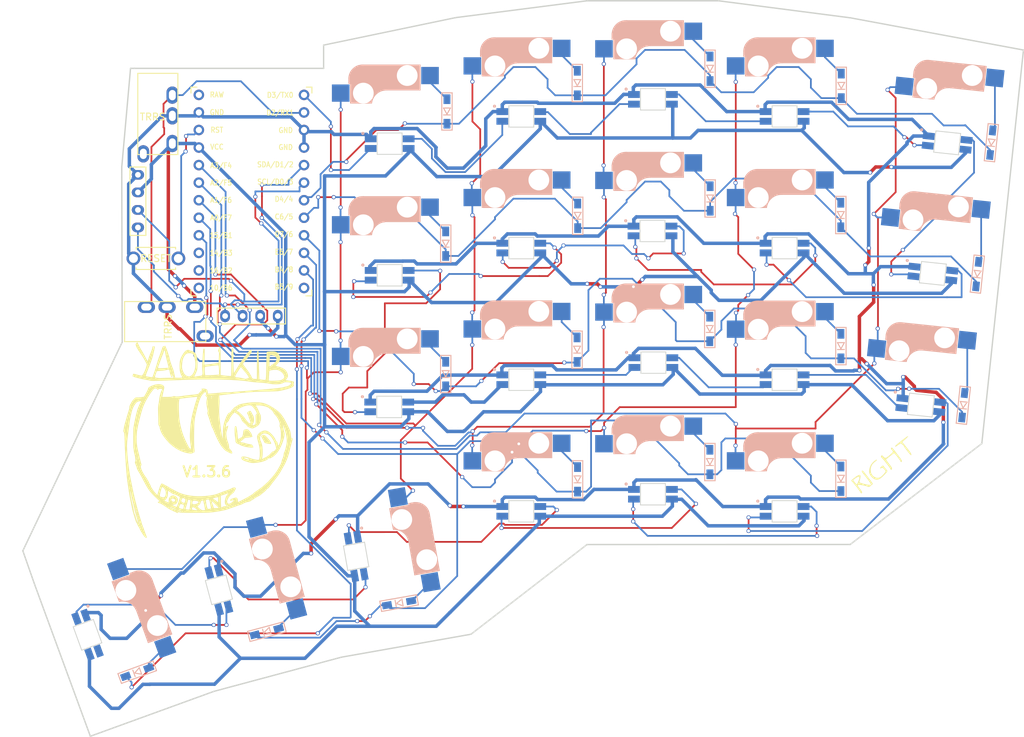
<source format=kicad_pcb>
(kicad_pcb (version 20171130) (host pcbnew "(5.1.10)-1")
  (layers (0 F.Cu signal) (31 B.Cu signal) (34 B.Paste user) (35 F.Paste user) (36 B.SilkS user) (37 F.SilkS user) (38 B.Mask user) (39 F.Mask user) (44 Edge.Cuts user))
  (net 0 "")
  (net 1 "Net-(D22-Pad2)")
  (net 2 row0_r)
  (net 3 "Net-(D23-Pad2)")
  (net 4 "Net-(D24-Pad2)")
  (net 5 "Net-(D25-Pad2)")
  (net 6 "Net-(D26-Pad2)")
  (net 7 "Net-(D27-Pad2)")
  (net 8 row1_r)
  (net 9 "Net-(D28-Pad2)")
  (net 10 "Net-(D29-Pad2)")
  (net 11 "Net-(D30-Pad2)")
  (net 12 "Net-(D31-Pad2)")
  (net 13 "Net-(D32-Pad2)")
  (net 14 row2_r)
  (net 15 "Net-(D33-Pad2)")
  (net 16 "Net-(D34-Pad2)")
  (net 17 "Net-(D35-Pad2)")
  (net 18 "Net-(D37-Pad2)")
  (net 19 "Net-(D38-Pad2)")
  (net 20 row3_r)
  (net 21 "Net-(D39-Pad2)")
  (net 22 "Net-(D40-Pad2)")
  (net 23 "Net-(D41-Pad2)")
  (net 24 "Net-(D42-Pad2)")
  (net 25 VDD)
  (net 26 GNDA)
  (net 27 data_r)
  (net 28 SCL_r)
  (net 29 SDA_r)
  (net 30 LED_r)
  (net 31 "Net-(LED34-Pad2)")
  (net 32 "Net-(LED35-Pad2)")
  (net 33 "Net-(LED36-Pad2)")
  (net 34 "Net-(LED37-Pad2)")
  (net 35 "Net-(LED38-Pad2)")
  (net 36 "Net-(LED39-Pad2)")
  (net 37 "Net-(LED40-Pad2)")
  (net 38 "Net-(LED41-Pad2)")
  (net 39 "Net-(LED42-Pad2)")
  (net 40 "Net-(LED43-Pad2)")
  (net 41 "Net-(LED44-Pad2)")
  (net 42 "Net-(LED45-Pad2)")
  (net 43 "Net-(LED46-Pad2)")
  (net 44 "Net-(LED47-Pad2)")
  (net 45 "Net-(LED48-Pad2)")
  (net 46 "Net-(LED49-Pad2)")
  (net 47 "Net-(LED50-Pad2)")
  (net 48 "Net-(LED51-Pad2)")
  (net 49 "Net-(LED52-Pad2)")
  (net 50 reset_r)
  (net 51 col0_r)
  (net 52 col1_r)
  (net 53 col2_r)
  (net 54 col3_r)
  (net 55 col4_r)
  (net 56 "Net-(D36-Pad2)")
  (net 57 row4_r)
  (net 58 "Net-(J3-PadA)")
  (net 59 "Net-(LED1-Pad2)")
  (net 60 "Net-(LED1-Pad4)")
  (net 61 "Net-(U2-Pad12)")
  (net 62 "Net-(U2-Pad13)")
  (net 63 "Net-(U2-Pad14)")
  (net 64 "Net-(U2-Pad15)")
  (net 65 "Net-(U2-Pad24)")
  (net 66 "Net-(J1-PadA)")
  (module kbd:YS-SK6812MINI-E (layer B.Cu) (at 102.4069 129.777123 285)
    (fp_text reference LED53)
    (fp_text value YS-SK6812MINI-E)
    (fp_line (start 1.8 1.55) (end -1.8 1.55) (layer Edge.Cuts) (width 0.12))
    (fp_line (start 1.8 -1.55) (end 1.8 1.55) (layer Edge.Cuts) (width 0.12))
    (fp_line (start -1.8 -1.55) (end 1.8 -1.55) (layer Edge.Cuts) (width 0.12))
    (fp_line (start -1.8 1.55) (end -1.8 -1.55) (layer Edge.Cuts) (width 0.12))
    (pad 2 smd rect (at 2.75 -0.7 285) (size 1.7 1) (layers B.Cu B.Paste B.Mask) (net 60 "Net-(LED1-Pad4)"))
    (pad 1 smd rect (at 2.75 0.7 285) (size 1.7 1) (layers B.Cu B.Paste B.Mask) (net 25 VDD))
    (pad 3 smd rect (at -2.75 -0.7 285) (size 1.7 1) (layers B.Cu B.Paste B.Mask) (net 26 GNDA))
    (pad 4 smd rect (at -2.75 0.7 285) (size 1.7 1) (layers B.Cu B.Paste B.Mask) (net 49 "Net-(LED52-Pad2)"))
  )
  (module kbd:YS-SK6812MINI-E (layer B.Cu) (at 165.2175 115.9465)
    (fp_text reference LED50)
    (fp_text value YS-SK6812MINI-E)
    (fp_line (start 1.8 1.55) (end -1.8 1.55) (layer Edge.Cuts) (width 0.12))
    (fp_line (start 1.8 -1.55) (end 1.8 1.55) (layer Edge.Cuts) (width 0.12))
    (fp_line (start -1.8 -1.55) (end 1.8 -1.55) (layer Edge.Cuts) (width 0.12))
    (fp_line (start -1.8 1.55) (end -1.8 -1.55) (layer Edge.Cuts) (width 0.12))
    (pad 2 smd rect (at 2.75 -0.7) (size 1.7 1) (layers B.Cu B.Paste B.Mask) (net 47 "Net-(LED50-Pad2)"))
    (pad 1 smd rect (at 2.75 0.7) (size 1.7 1) (layers B.Cu B.Paste B.Mask) (net 25 VDD))
    (pad 3 smd rect (at -2.75 -0.7) (size 1.7 1) (layers B.Cu B.Paste B.Mask) (net 26 GNDA))
    (pad 4 smd rect (at -2.75 0.7) (size 1.7 1) (layers B.Cu B.Paste B.Mask) (net 46 "Net-(LED49-Pad2)"))
  )
  (module kbd:YS-SK6812MINI-E (layer B.Cu) (at 184.2675 99.373)
    (fp_text reference LED47)
    (fp_text value YS-SK6812MINI-E)
    (fp_line (start 1.8 1.55) (end -1.8 1.55) (layer Edge.Cuts) (width 0.12))
    (fp_line (start 1.8 -1.55) (end 1.8 1.55) (layer Edge.Cuts) (width 0.12))
    (fp_line (start -1.8 -1.55) (end 1.8 -1.55) (layer Edge.Cuts) (width 0.12))
    (fp_line (start -1.8 1.55) (end -1.8 -1.55) (layer Edge.Cuts) (width 0.12))
    (pad 2 smd rect (at 2.75 -0.7) (size 1.7 1) (layers B.Cu B.Paste B.Mask) (net 44 "Net-(LED47-Pad2)"))
    (pad 1 smd rect (at 2.75 0.7) (size 1.7 1) (layers B.Cu B.Paste B.Mask) (net 25 VDD))
    (pad 3 smd rect (at -2.75 -0.7) (size 1.7 1) (layers B.Cu B.Paste B.Mask) (net 26 GNDA))
    (pad 4 smd rect (at -2.75 0.7) (size 1.7 1) (layers B.Cu B.Paste B.Mask) (net 43 "Net-(LED46-Pad2)"))
  )
  (module kbd:YS-SK6812MINI-E (layer B.Cu) (at 146.1675 99.373)
    (fp_text reference LED45)
    (fp_text value YS-SK6812MINI-E)
    (fp_line (start 1.8 1.55) (end -1.8 1.55) (layer Edge.Cuts) (width 0.12))
    (fp_line (start 1.8 -1.55) (end 1.8 1.55) (layer Edge.Cuts) (width 0.12))
    (fp_line (start -1.8 -1.55) (end 1.8 -1.55) (layer Edge.Cuts) (width 0.12))
    (fp_line (start -1.8 1.55) (end -1.8 -1.55) (layer Edge.Cuts) (width 0.12))
    (pad 2 smd rect (at 2.75 -0.7) (size 1.7 1) (layers B.Cu B.Paste B.Mask) (net 42 "Net-(LED45-Pad2)"))
    (pad 1 smd rect (at 2.75 0.7) (size 1.7 1) (layers B.Cu B.Paste B.Mask) (net 25 VDD))
    (pad 3 smd rect (at -2.75 -0.7) (size 1.7 1) (layers B.Cu B.Paste B.Mask) (net 26 GNDA))
    (pad 4 smd rect (at -2.75 0.7) (size 1.7 1) (layers B.Cu B.Paste B.Mask) (net 41 "Net-(LED44-Pad2)"))
  )
  (module kbd:YS-SK6812MINI-E (layer B.Cu) (at 165.281 96.8965)
    (fp_text reference LED46)
    (fp_text value YS-SK6812MINI-E)
    (fp_line (start 1.8 1.55) (end -1.8 1.55) (layer Edge.Cuts) (width 0.12))
    (fp_line (start 1.8 -1.55) (end 1.8 1.55) (layer Edge.Cuts) (width 0.12))
    (fp_line (start -1.8 -1.55) (end 1.8 -1.55) (layer Edge.Cuts) (width 0.12))
    (fp_line (start -1.8 1.55) (end -1.8 -1.55) (layer Edge.Cuts) (width 0.12))
    (pad 2 smd rect (at 2.75 -0.7) (size 1.7 1) (layers B.Cu B.Paste B.Mask) (net 43 "Net-(LED46-Pad2)"))
    (pad 1 smd rect (at 2.75 0.7) (size 1.7 1) (layers B.Cu B.Paste B.Mask) (net 25 VDD))
    (pad 3 smd rect (at -2.75 -0.7) (size 1.7 1) (layers B.Cu B.Paste B.Mask) (net 26 GNDA))
    (pad 4 smd rect (at -2.75 0.7) (size 1.7 1) (layers B.Cu B.Paste B.Mask) (net 42 "Net-(LED45-Pad2)"))
  )
  (module kbd:YS-SK6812MINI-E (layer B.Cu) (at 122.270167 124.924775 280)
    (fp_text reference LED52)
    (fp_text value YS-SK6812MINI-E)
    (fp_line (start 1.8 1.55) (end -1.8 1.55) (layer Edge.Cuts) (width 0.12))
    (fp_line (start 1.8 -1.55) (end 1.8 1.55) (layer Edge.Cuts) (width 0.12))
    (fp_line (start -1.8 -1.55) (end 1.8 -1.55) (layer Edge.Cuts) (width 0.12))
    (fp_line (start -1.8 1.55) (end -1.8 -1.55) (layer Edge.Cuts) (width 0.12))
    (pad 2 smd rect (at 2.75 -0.7 280) (size 1.7 1) (layers B.Cu B.Paste B.Mask) (net 49 "Net-(LED52-Pad2)"))
    (pad 1 smd rect (at 2.75 0.7 280) (size 1.7 1) (layers B.Cu B.Paste B.Mask) (net 25 VDD))
    (pad 3 smd rect (at -2.75 -0.7 280) (size 1.7 1) (layers B.Cu B.Paste B.Mask) (net 26 GNDA))
    (pad 4 smd rect (at -2.75 0.7 280) (size 1.7 1) (layers B.Cu B.Paste B.Mask) (net 48 "Net-(LED51-Pad2)"))
  )
  (module kbd:YS-SK6812MINI-E (layer B.Cu) (at 127.054 103.31)
    (fp_text reference LED44)
    (fp_text value YS-SK6812MINI-E)
    (fp_line (start 1.8 1.55) (end -1.8 1.55) (layer Edge.Cuts) (width 0.12))
    (fp_line (start 1.8 -1.55) (end 1.8 1.55) (layer Edge.Cuts) (width 0.12))
    (fp_line (start -1.8 -1.55) (end 1.8 -1.55) (layer Edge.Cuts) (width 0.12))
    (fp_line (start -1.8 1.55) (end -1.8 -1.55) (layer Edge.Cuts) (width 0.12))
    (pad 2 smd rect (at 2.75 -0.7) (size 1.7 1) (layers B.Cu B.Paste B.Mask) (net 41 "Net-(LED44-Pad2)"))
    (pad 1 smd rect (at 2.75 0.7) (size 1.7 1) (layers B.Cu B.Paste B.Mask) (net 25 VDD))
    (pad 3 smd rect (at -2.75 -0.7) (size 1.7 1) (layers B.Cu B.Paste B.Mask) (net 26 GNDA))
    (pad 4 smd rect (at -2.75 0.7) (size 1.7 1) (layers B.Cu B.Paste B.Mask) (net 40 "Net-(LED43-Pad2)"))
  )
  (module kbd:YS-SK6812MINI-E (layer B.Cu) (at 83.394771 136.285069 290)
    (fp_text reference LED1)
    (fp_text value YS-SK6812MINI-E)
    (fp_line (start 1.8 1.55) (end -1.8 1.55) (layer Edge.Cuts) (width 0.12))
    (fp_line (start 1.8 -1.55) (end 1.8 1.55) (layer Edge.Cuts) (width 0.12))
    (fp_line (start -1.8 -1.55) (end 1.8 -1.55) (layer Edge.Cuts) (width 0.12))
    (fp_line (start -1.8 1.55) (end -1.8 -1.55) (layer Edge.Cuts) (width 0.12))
    (pad 2 smd rect (at 2.75 -0.7 290) (size 1.7 1) (layers B.Cu B.Paste B.Mask) (net 59 "Net-(LED1-Pad2)"))
    (pad 1 smd rect (at 2.75 0.7 290) (size 1.7 1) (layers B.Cu B.Paste B.Mask) (net 25 VDD))
    (pad 3 smd rect (at -2.75 -0.7 290) (size 1.7 1) (layers B.Cu B.Paste B.Mask) (net 26 GNDA))
    (pad 4 smd rect (at -2.75 0.7 290) (size 1.7 1) (layers B.Cu B.Paste B.Mask) (net 60 "Net-(LED1-Pad4)"))
  )
  (module kbd:YS-SK6812MINI-E (layer B.Cu) (at 127.1175 84.26)
    (fp_text reference LED43)
    (fp_text value YS-SK6812MINI-E)
    (fp_line (start 1.8 1.55) (end -1.8 1.55) (layer Edge.Cuts) (width 0.12))
    (fp_line (start 1.8 -1.55) (end 1.8 1.55) (layer Edge.Cuts) (width 0.12))
    (fp_line (start -1.8 -1.55) (end 1.8 -1.55) (layer Edge.Cuts) (width 0.12))
    (fp_line (start -1.8 1.55) (end -1.8 -1.55) (layer Edge.Cuts) (width 0.12))
    (pad 2 smd rect (at 2.75 -0.7) (size 1.7 1) (layers B.Cu B.Paste B.Mask) (net 40 "Net-(LED43-Pad2)"))
    (pad 1 smd rect (at 2.75 0.7) (size 1.7 1) (layers B.Cu B.Paste B.Mask) (net 25 VDD))
    (pad 3 smd rect (at -2.75 -0.7) (size 1.7 1) (layers B.Cu B.Paste B.Mask) (net 26 GNDA))
    (pad 4 smd rect (at -2.75 0.7) (size 1.7 1) (layers B.Cu B.Paste B.Mask) (net 39 "Net-(LED42-Pad2)"))
  )
  (module kbd:YS-SK6812MINI-E (layer B.Cu) (at 184.2675 118.423)
    (fp_text reference LED49)
    (fp_text value YS-SK6812MINI-E)
    (fp_line (start 1.8 1.55) (end -1.8 1.55) (layer Edge.Cuts) (width 0.12))
    (fp_line (start 1.8 -1.55) (end 1.8 1.55) (layer Edge.Cuts) (width 0.12))
    (fp_line (start -1.8 -1.55) (end 1.8 -1.55) (layer Edge.Cuts) (width 0.12))
    (fp_line (start -1.8 1.55) (end -1.8 -1.55) (layer Edge.Cuts) (width 0.12))
    (pad 2 smd rect (at 2.75 -0.7) (size 1.7 1) (layers B.Cu B.Paste B.Mask) (net 46 "Net-(LED49-Pad2)"))
    (pad 1 smd rect (at 2.75 0.7) (size 1.7 1) (layers B.Cu B.Paste B.Mask) (net 25 VDD))
    (pad 3 smd rect (at -2.75 -0.7) (size 1.7 1) (layers B.Cu B.Paste B.Mask) (net 26 GNDA))
    (pad 4 smd rect (at -2.75 0.7) (size 1.7 1) (layers B.Cu B.Paste B.Mask) (net 45 "Net-(LED48-Pad2)"))
  )
  (module kbd:YS-SK6812MINI-E (layer B.Cu) (at 203.986895 103.042712 354)
    (fp_text reference LED48)
    (fp_text value YS-SK6812MINI-E)
    (fp_line (start 1.8 1.55) (end -1.8 1.55) (layer Edge.Cuts) (width 0.12))
    (fp_line (start 1.8 -1.55) (end 1.8 1.55) (layer Edge.Cuts) (width 0.12))
    (fp_line (start -1.8 -1.55) (end 1.8 -1.55) (layer Edge.Cuts) (width 0.12))
    (fp_line (start -1.8 1.55) (end -1.8 -1.55) (layer Edge.Cuts) (width 0.12))
    (pad 2 smd rect (at 2.75 -0.7 354) (size 1.7 1) (layers B.Cu B.Paste B.Mask) (net 45 "Net-(LED48-Pad2)"))
    (pad 1 smd rect (at 2.75 0.7 354) (size 1.7 1) (layers B.Cu B.Paste B.Mask) (net 25 VDD))
    (pad 3 smd rect (at -2.75 -0.7 354) (size 1.7 1) (layers B.Cu B.Paste B.Mask) (net 26 GNDA))
    (pad 4 smd rect (at -2.75 0.7 354) (size 1.7 1) (layers B.Cu B.Paste B.Mask) (net 44 "Net-(LED47-Pad2)"))
  )
  (module kbd:YS-SK6812MINI-E (layer B.Cu) (at 146.1675 118.423)
    (fp_text reference LED51)
    (fp_text value YS-SK6812MINI-E)
    (fp_line (start 1.8 1.55) (end -1.8 1.55) (layer Edge.Cuts) (width 0.12))
    (fp_line (start 1.8 -1.55) (end 1.8 1.55) (layer Edge.Cuts) (width 0.12))
    (fp_line (start -1.8 -1.55) (end 1.8 -1.55) (layer Edge.Cuts) (width 0.12))
    (fp_line (start -1.8 1.55) (end -1.8 -1.55) (layer Edge.Cuts) (width 0.12))
    (pad 2 smd rect (at 2.75 -0.7) (size 1.7 1) (layers B.Cu B.Paste B.Mask) (net 48 "Net-(LED51-Pad2)"))
    (pad 1 smd rect (at 2.75 0.7) (size 1.7 1) (layers B.Cu B.Paste B.Mask) (net 25 VDD))
    (pad 3 smd rect (at -2.75 -0.7) (size 1.7 1) (layers B.Cu B.Paste B.Mask) (net 26 GNDA))
    (pad 4 smd rect (at -2.75 0.7) (size 1.7 1) (layers B.Cu B.Paste B.Mask) (net 47 "Net-(LED50-Pad2)"))
  )
  (module kbd:YS-SK6812MINI-E (layer B.Cu) (at 127.1175 65.21)
    (fp_text reference LED34)
    (fp_text value YS-SK6812MINI-E)
    (fp_line (start 1.8 1.55) (end -1.8 1.55) (layer Edge.Cuts) (width 0.12))
    (fp_line (start 1.8 -1.55) (end 1.8 1.55) (layer Edge.Cuts) (width 0.12))
    (fp_line (start -1.8 -1.55) (end 1.8 -1.55) (layer Edge.Cuts) (width 0.12))
    (fp_line (start -1.8 1.55) (end -1.8 -1.55) (layer Edge.Cuts) (width 0.12))
    (pad 2 smd rect (at 2.75 -0.7) (size 1.7 1) (layers B.Cu B.Paste B.Mask) (net 31 "Net-(LED34-Pad2)"))
    (pad 1 smd rect (at 2.75 0.7) (size 1.7 1) (layers B.Cu B.Paste B.Mask) (net 25 VDD))
    (pad 3 smd rect (at -2.75 -0.7) (size 1.7 1) (layers B.Cu B.Paste B.Mask) (net 26 GNDA))
    (pad 4 smd rect (at -2.75 0.7) (size 1.7 1) (layers B.Cu B.Paste B.Mask) (net 30 LED_r))
  )
  (module kbd:YS-SK6812MINI-E (layer B.Cu) (at 146.1675 61.273)
    (fp_text reference LED35)
    (fp_text value YS-SK6812MINI-E)
    (fp_line (start 1.8 1.55) (end -1.8 1.55) (layer Edge.Cuts) (width 0.12))
    (fp_line (start 1.8 -1.55) (end 1.8 1.55) (layer Edge.Cuts) (width 0.12))
    (fp_line (start -1.8 -1.55) (end 1.8 -1.55) (layer Edge.Cuts) (width 0.12))
    (fp_line (start -1.8 1.55) (end -1.8 -1.55) (layer Edge.Cuts) (width 0.12))
    (pad 2 smd rect (at 2.75 -0.7) (size 1.7 1) (layers B.Cu B.Paste B.Mask) (net 32 "Net-(LED35-Pad2)"))
    (pad 1 smd rect (at 2.75 0.7) (size 1.7 1) (layers B.Cu B.Paste B.Mask) (net 25 VDD))
    (pad 3 smd rect (at -2.75 -0.7) (size 1.7 1) (layers B.Cu B.Paste B.Mask) (net 26 GNDA))
    (pad 4 smd rect (at -2.75 0.7) (size 1.7 1) (layers B.Cu B.Paste B.Mask) (net 31 "Net-(LED34-Pad2)"))
  )
  (module kbd:YS-SK6812MINI-E (layer B.Cu) (at 205.725 83.994 354)
    (fp_text reference LED39)
    (fp_text value YS-SK6812MINI-E)
    (fp_line (start 1.8 1.55) (end -1.8 1.55) (layer Edge.Cuts) (width 0.12))
    (fp_line (start 1.8 -1.55) (end 1.8 1.55) (layer Edge.Cuts) (width 0.12))
    (fp_line (start -1.8 -1.55) (end 1.8 -1.55) (layer Edge.Cuts) (width 0.12))
    (fp_line (start -1.8 1.55) (end -1.8 -1.55) (layer Edge.Cuts) (width 0.12))
    (pad 2 smd rect (at 2.75 -0.7 354) (size 1.7 1) (layers B.Cu B.Paste B.Mask) (net 36 "Net-(LED39-Pad2)"))
    (pad 1 smd rect (at 2.75 0.7 354) (size 1.7 1) (layers B.Cu B.Paste B.Mask) (net 25 VDD))
    (pad 3 smd rect (at -2.75 -0.7 354) (size 1.7 1) (layers B.Cu B.Paste B.Mask) (net 26 GNDA))
    (pad 4 smd rect (at -2.75 0.7 354) (size 1.7 1) (layers B.Cu B.Paste B.Mask) (net 35 "Net-(LED38-Pad2)"))
  )
  (module kbd:YS-SK6812MINI-E (layer B.Cu) (at 146.1675 80.323)
    (fp_text reference LED42)
    (fp_text value YS-SK6812MINI-E)
    (fp_line (start 1.8 1.55) (end -1.8 1.55) (layer Edge.Cuts) (width 0.12))
    (fp_line (start 1.8 -1.55) (end 1.8 1.55) (layer Edge.Cuts) (width 0.12))
    (fp_line (start -1.8 -1.55) (end 1.8 -1.55) (layer Edge.Cuts) (width 0.12))
    (fp_line (start -1.8 1.55) (end -1.8 -1.55) (layer Edge.Cuts) (width 0.12))
    (pad 2 smd rect (at 2.75 -0.7) (size 1.7 1) (layers B.Cu B.Paste B.Mask) (net 39 "Net-(LED42-Pad2)"))
    (pad 1 smd rect (at 2.75 0.7) (size 1.7 1) (layers B.Cu B.Paste B.Mask) (net 25 VDD))
    (pad 3 smd rect (at -2.75 -0.7) (size 1.7 1) (layers B.Cu B.Paste B.Mask) (net 26 GNDA))
    (pad 4 smd rect (at -2.75 0.7) (size 1.7 1) (layers B.Cu B.Paste B.Mask) (net 38 "Net-(LED41-Pad2)"))
  )
  (module kbd:YS-SK6812MINI-E (layer B.Cu) (at 165.2175 58.7965)
    (fp_text reference LED36)
    (fp_text value YS-SK6812MINI-E)
    (fp_line (start 1.8 1.55) (end -1.8 1.55) (layer Edge.Cuts) (width 0.12))
    (fp_line (start 1.8 -1.55) (end 1.8 1.55) (layer Edge.Cuts) (width 0.12))
    (fp_line (start -1.8 -1.55) (end 1.8 -1.55) (layer Edge.Cuts) (width 0.12))
    (fp_line (start -1.8 1.55) (end -1.8 -1.55) (layer Edge.Cuts) (width 0.12))
    (pad 2 smd rect (at 2.75 -0.7) (size 1.7 1) (layers B.Cu B.Paste B.Mask) (net 33 "Net-(LED36-Pad2)"))
    (pad 1 smd rect (at 2.75 0.7) (size 1.7 1) (layers B.Cu B.Paste B.Mask) (net 25 VDD))
    (pad 3 smd rect (at -2.75 -0.7) (size 1.7 1) (layers B.Cu B.Paste B.Mask) (net 26 GNDA))
    (pad 4 smd rect (at -2.75 0.7) (size 1.7 1) (layers B.Cu B.Paste B.Mask) (net 32 "Net-(LED35-Pad2)"))
  )
  (module kbd:YS-SK6812MINI-E (layer B.Cu) (at 207.796895 65.092712 354)
    (fp_text reference LED38)
    (fp_text value YS-SK6812MINI-E)
    (fp_line (start 1.8 1.55) (end -1.8 1.55) (layer Edge.Cuts) (width 0.12))
    (fp_line (start 1.8 -1.55) (end 1.8 1.55) (layer Edge.Cuts) (width 0.12))
    (fp_line (start -1.8 -1.55) (end 1.8 -1.55) (layer Edge.Cuts) (width 0.12))
    (fp_line (start -1.8 1.55) (end -1.8 -1.55) (layer Edge.Cuts) (width 0.12))
    (pad 2 smd rect (at 2.75 -0.7 354) (size 1.7 1) (layers B.Cu B.Paste B.Mask) (net 35 "Net-(LED38-Pad2)"))
    (pad 1 smd rect (at 2.75 0.7 354) (size 1.7 1) (layers B.Cu B.Paste B.Mask) (net 25 VDD))
    (pad 3 smd rect (at -2.75 -0.7 354) (size 1.7 1) (layers B.Cu B.Paste B.Mask) (net 26 GNDA))
    (pad 4 smd rect (at -2.75 0.7 354) (size 1.7 1) (layers B.Cu B.Paste B.Mask) (net 34 "Net-(LED37-Pad2)"))
  )
  (module kbd:YS-SK6812MINI-E (layer B.Cu) (at 184.2675 80.323)
    (fp_text reference LED40)
    (fp_text value YS-SK6812MINI-E)
    (fp_line (start 1.8 1.55) (end -1.8 1.55) (layer Edge.Cuts) (width 0.12))
    (fp_line (start 1.8 -1.55) (end 1.8 1.55) (layer Edge.Cuts) (width 0.12))
    (fp_line (start -1.8 -1.55) (end 1.8 -1.55) (layer Edge.Cuts) (width 0.12))
    (fp_line (start -1.8 1.55) (end -1.8 -1.55) (layer Edge.Cuts) (width 0.12))
    (pad 2 smd rect (at 2.75 -0.7) (size 1.7 1) (layers B.Cu B.Paste B.Mask) (net 37 "Net-(LED40-Pad2)"))
    (pad 1 smd rect (at 2.75 0.7) (size 1.7 1) (layers B.Cu B.Paste B.Mask) (net 25 VDD))
    (pad 3 smd rect (at -2.75 -0.7) (size 1.7 1) (layers B.Cu B.Paste B.Mask) (net 26 GNDA))
    (pad 4 smd rect (at -2.75 0.7) (size 1.7 1) (layers B.Cu B.Paste B.Mask) (net 36 "Net-(LED39-Pad2)"))
  )
  (module kbd:YS-SK6812MINI-E (layer B.Cu) (at 184.2675 61.273)
    (fp_text reference LED37)
    (fp_text value YS-SK6812MINI-E)
    (fp_line (start 1.8 1.55) (end -1.8 1.55) (layer Edge.Cuts) (width 0.12))
    (fp_line (start 1.8 -1.55) (end 1.8 1.55) (layer Edge.Cuts) (width 0.12))
    (fp_line (start -1.8 -1.55) (end 1.8 -1.55) (layer Edge.Cuts) (width 0.12))
    (fp_line (start -1.8 1.55) (end -1.8 -1.55) (layer Edge.Cuts) (width 0.12))
    (pad 2 smd rect (at 2.75 -0.7) (size 1.7 1) (layers B.Cu B.Paste B.Mask) (net 34 "Net-(LED37-Pad2)"))
    (pad 1 smd rect (at 2.75 0.7) (size 1.7 1) (layers B.Cu B.Paste B.Mask) (net 25 VDD))
    (pad 3 smd rect (at -2.75 -0.7) (size 1.7 1) (layers B.Cu B.Paste B.Mask) (net 26 GNDA))
    (pad 4 smd rect (at -2.75 0.7) (size 1.7 1) (layers B.Cu B.Paste B.Mask) (net 33 "Net-(LED36-Pad2)"))
  )
  (module kbd:YS-SK6812MINI-E (layer B.Cu) (at 165.154 77.8465)
    (fp_text reference LED41)
    (fp_text value YS-SK6812MINI-E)
    (fp_line (start 1.8 1.55) (end -1.8 1.55) (layer Edge.Cuts) (width 0.12))
    (fp_line (start 1.8 -1.55) (end 1.8 1.55) (layer Edge.Cuts) (width 0.12))
    (fp_line (start -1.8 -1.55) (end 1.8 -1.55) (layer Edge.Cuts) (width 0.12))
    (fp_line (start -1.8 1.55) (end -1.8 -1.55) (layer Edge.Cuts) (width 0.12))
    (pad 2 smd rect (at 2.75 -0.7) (size 1.7 1) (layers B.Cu B.Paste B.Mask) (net 38 "Net-(LED41-Pad2)"))
    (pad 1 smd rect (at 2.75 0.7) (size 1.7 1) (layers B.Cu B.Paste B.Mask) (net 25 VDD))
    (pad 3 smd rect (at -2.75 -0.7) (size 1.7 1) (layers B.Cu B.Paste B.Mask) (net 26 GNDA))
    (pad 4 smd rect (at -2.75 0.7) (size 1.7 1) (layers B.Cu B.Paste B.Mask) (net 37 "Net-(LED40-Pad2)"))
  )
  (module kbd:M2_HOLE_v2 (layer B.Cu) (at 97.345 130.775 180)
    (fp_text reference Ref** hide)
    (fp_text value Val** hide)
    (pad "" np_thru_hole circle (at 0 0 180) (size 4.3 4.3) (drill 4.3) (layers *.Cu *.Mask))
  )
  (module kbd:MJ-4PP-9_1side (layer F.Cu) (at 88.61 90.96 90)
    (fp_text reference J1)
    (fp_text value MJ-4PP-9 hide)
    (fp_text user TRRS (at -0.75 6.45 90) (layer F.SilkS))
    (pad A thru_hole oval (at -2.1 11.8 90) (size 1.7 2.5) (drill oval 1 1.5) (layers *.Cu *.Mask) (net 66 "Net-(J1-PadA)") (clearance 0.15))
    (pad D thru_hole oval (at 2.1 10.3 90) (size 1.7 2.5) (drill oval 1 1.5) (layers *.Cu *.Mask) (net 25 VDD) (clearance 0.15))
    (pad C thru_hole oval (at 2.1 6.3 90) (size 1.7 2.5) (drill oval 1 1.5) (layers *.Cu *.Mask) (net 26 GNDA))
    (pad B thru_hole oval (at 2.1 3.3 90) (size 1.7 2.5) (drill oval 1 1.5) (layers *.Cu *.Mask) (net 27 data_r))
    (pad "" np_thru_hole circle (at 0 8.5 90) (size 1.2 1.2) (drill 1.2) (layers *.Cu *.Mask))
    (pad "" np_thru_hole circle (at 0 1.5 90) (size 1.2 1.2) (drill 1.2) (layers *.Cu *.Mask))
  )
  (module kbd:ProMicro_v3 (layer F.Cu) (at 107.115 72.634)
    (fp_text reference U2 hide)
    (fp_text value ProMicro hide)
    (fp_text user RAW (at -4.995 -14.5 unlocked) (layer F.SilkS) (effects (font (size 0.75 0.67) (thickness 0.125))))
    (fp_text user GND (at -4.995 -11.95 unlocked) (layer F.SilkS) (effects (font (size 0.75 0.67) (thickness 0.125))))
    (fp_text user RST (at -4.995 -9.4 unlocked) (layer F.SilkS) (effects (font (size 0.75 0.67) (thickness 0.125))))
    (fp_text user VCC (at -4.995 -6.95 unlocked) (layer F.SilkS) (effects (font (size 0.75 0.67) (thickness 0.125))))
    (fp_text user A3/F4 (at -4.395 -4.25 unlocked) (layer F.SilkS) (effects (font (size 0.75 0.67) (thickness 0.125))))
    (fp_text user A2/F5 (at -4.395 -1.75 unlocked) (layer F.SilkS) (effects (font (size 0.75 0.67) (thickness 0.125))))
    (fp_text user A1/F6 (at -4.395 0.75 unlocked) (layer F.SilkS) (effects (font (size 0.75 0.67) (thickness 0.125))))
    (fp_text user A0/F7 (at -4.395 3.3 unlocked) (layer F.SilkS) (effects (font (size 0.75 0.67) (thickness 0.125))))
    (fp_text user 15/B1 (at -4.395 5.85 unlocked) (layer F.SilkS) (effects (font (size 0.75 0.67) (thickness 0.125))))
    (fp_text user 14/B3 (at -4.395 8.4 unlocked) (layer F.SilkS) (effects (font (size 0.75 0.67) (thickness 0.125))))
    (fp_text user 10/B6 (at -4.395 13.45 unlocked) (layer F.SilkS) (effects (font (size 0.75 0.67) (thickness 0.125))))
    (fp_text user 16/B2 (at -4.395 10.95 unlocked) (layer F.SilkS) (effects (font (size 0.75 0.67) (thickness 0.125))))
    (fp_text user E6/7 (at 4.705 8.25 unlocked) (layer F.SilkS) (effects (font (size 0.75 0.67) (thickness 0.125))))
    (fp_text user D7/6 (at 4.705 5.7 unlocked) (layer F.SilkS) (effects (font (size 0.75 0.67) (thickness 0.125))))
    (fp_text user GND (at 4.955 -9.35 unlocked) (layer F.SilkS) (effects (font (size 0.75 0.67) (thickness 0.125))))
    (fp_text user GND (at 4.955 -6.9 unlocked) (layer F.SilkS) (effects (font (size 0.75 0.67) (thickness 0.125))))
    (fp_text user D3/TX0 (at 4.155 -14.45 unlocked) (layer F.SilkS) (effects (font (size 0.75 0.67) (thickness 0.125))))
    (fp_text user D4/4 (at 4.705 0.6 unlocked) (layer F.SilkS) (effects (font (size 0.75 0.67) (thickness 0.125))))
    (fp_text user SDA/D1/2 (at 3.455 -4.4 unlocked) (layer F.SilkS) (effects (font (size 0.75 0.67) (thickness 0.125))))
    (fp_text user SCL/D0/3 (at 3.455 -1.9 unlocked) (layer F.SilkS) (effects (font (size 0.75 0.67) (thickness 0.125))))
    (fp_text user C6/5 (at 4.705 3.15 unlocked) (layer F.SilkS) (effects (font (size 0.75 0.67) (thickness 0.125))))
    (fp_text user B5/9 (at 4.705 13.3 unlocked) (layer F.SilkS) (effects (font (size 0.75 0.67) (thickness 0.125))))
    (fp_text user D2/RX1 (at 4.155 -11.9 unlocked) (layer F.SilkS) (effects (font (size 0.75 0.67) (thickness 0.125))))
    (fp_text user B4/8 (at 4.705 10.8 unlocked) (layer F.SilkS) (effects (font (size 0.75 0.67) (thickness 0.125))))
    (pad 24 thru_hole circle (at -7.6086 -14.478) (size 1.524 1.524) (drill 0.9) (layers *.Cu *.Mask) (net 65 "Net-(U2-Pad24)"))
    (pad 23 thru_hole circle (at -7.6086 -11.938) (size 1.524 1.524) (drill 0.9) (layers *.Cu *.Mask) (net 26 GNDA))
    (pad 22 thru_hole circle (at -7.6086 -9.398) (size 1.524 1.524) (drill 0.9) (layers *.Cu *.Mask) (net 50 reset_r))
    (pad 21 thru_hole circle (at -7.6086 -6.858) (size 1.524 1.524) (drill 0.9) (layers *.Cu *.Mask) (net 25 VDD))
    (pad 20 thru_hole circle (at -7.6086 -4.318) (size 1.524 1.524) (drill 0.9) (layers *.Cu *.Mask) (net 51 col0_r))
    (pad 19 thru_hole circle (at -7.6086 -1.778) (size 1.524 1.524) (drill 0.9) (layers *.Cu *.Mask) (net 52 col1_r))
    (pad 18 thru_hole circle (at -7.6086 0.762) (size 1.524 1.524) (drill 0.9) (layers *.Cu *.Mask) (net 53 col2_r))
    (pad 17 thru_hole circle (at -7.6086 3.302) (size 1.524 1.524) (drill 0.9) (layers *.Cu *.Mask) (net 54 col3_r))
    (pad 16 thru_hole circle (at -7.6086 5.842) (size 1.524 1.524) (drill 0.9) (layers *.Cu *.Mask) (net 55 col4_r))
    (pad 15 thru_hole circle (at -7.6086 8.382) (size 1.524 1.524) (drill 0.9) (layers *.Cu *.Mask) (net 64 "Net-(U2-Pad15)"))
    (pad 14 thru_hole circle (at -7.6086 10.922) (size 1.524 1.524) (drill 0.9) (layers *.Cu *.Mask) (net 63 "Net-(U2-Pad14)"))
    (pad 13 thru_hole circle (at -7.6086 13.462) (size 1.524 1.524) (drill 0.9) (layers *.Cu *.Mask) (net 62 "Net-(U2-Pad13)"))
    (pad 12 thru_hole circle (at 7.6114 13.462) (size 1.524 1.524) (drill 0.9) (layers *.Cu *.Mask) (net 61 "Net-(U2-Pad12)"))
    (pad 11 thru_hole circle (at 7.6114 10.922) (size 1.524 1.524) (drill 0.9) (layers *.Cu *.Mask) (net 57 row4_r))
    (pad 10 thru_hole circle (at 7.6114 8.382) (size 1.524 1.524) (drill 0.9) (layers *.Cu *.Mask) (net 20 row3_r))
    (pad 9 thru_hole circle (at 7.6114 5.842) (size 1.524 1.524) (drill 0.9) (layers *.Cu *.Mask) (net 14 row2_r))
    (pad 8 thru_hole circle (at 7.6114 3.302) (size 1.524 1.524) (drill 0.9) (layers *.Cu *.Mask) (net 8 row1_r))
    (pad 7 thru_hole circle (at 7.6114 0.762) (size 1.524 1.524) (drill 0.9) (layers *.Cu *.Mask) (net 2 row0_r))
    (pad 6 thru_hole circle (at 7.6114 -1.778) (size 1.524 1.524) (drill 0.9) (layers *.Cu *.Mask) (net 28 SCL_r))
    (pad 5 thru_hole circle (at 7.6114 -4.318) (size 1.524 1.524) (drill 0.9) (layers *.Cu *.Mask) (net 29 SDA_r))
    (pad 4 thru_hole circle (at 7.6114 -6.858) (size 1.524 1.524) (drill 0.9) (layers *.Cu *.Mask) (net 26 GNDA))
    (pad 3 thru_hole circle (at 7.6114 -9.398) (size 1.524 1.524) (drill 0.9) (layers *.Cu *.Mask) (net 26 GNDA))
    (pad 2 thru_hole circle (at 7.6114 -11.938) (size 1.524 1.524) (drill 0.9) (layers *.Cu *.Mask) (net 27 data_r))
    (pad 1 thru_hole circle (at 7.6114 -14.478) (size 1.524 1.524) (drill 0.9) (layers *.Cu *.Mask) (net 30 LED_r))
  )
  (module kbd:M2_HOLE_v2 (layer B.Cu) (at 174.723 82.6575 180)
    (fp_text reference Ref** hide)
    (fp_text value Val** hide)
    (pad "" np_thru_hole circle (at 0 0 180) (size 4.3 4.3) (drill 4.3) (layers *.Cu *.Mask))
  )
  (module kbd:M2_HOLE_v2 (layer B.Cu) (at 193.6972 104.20364 180)
    (fp_text reference Ref** hide)
    (fp_text value Val** hide)
    (pad "" np_thru_hole circle (at 0 0 180) (size 4.3 4.3) (drill 4.3) (layers *.Cu *.Mask))
  )
  (module kbd:M2_HOLE_v2 (layer B.Cu) (at 195.8435 65.9995 180)
    (fp_text reference Ref** hide)
    (fp_text value Val** hide)
    (pad "" np_thru_hole circle (at 0 0 180) (size 4.3 4.3) (drill 4.3) (layers *.Cu *.Mask))
  )
  (module kbd:M2_HOLE_v2 (layer B.Cu) (at 136.553 66.1475 180)
    (fp_text reference Ref** hide)
    (fp_text value Val** hide)
    (pad "" np_thru_hole circle (at 0 0 180) (size 4.3 4.3) (drill 4.3) (layers *.Cu *.Mask))
  )
  (module kbd:M2_HOLE_v2 (layer B.Cu) (at 136.553 104.2575 180)
    (fp_text reference Ref** hide)
    (fp_text value Val** hide)
    (pad "" np_thru_hole circle (at 0 0 180) (size 4.3 4.3) (drill 4.3) (layers *.Cu *.Mask))
  )
  (module kbd:M2_HOLE_v2 (layer B.Cu) (at 155.673 82.7075 180)
    (fp_text reference Ref** hide)
    (fp_text value Val** hide)
    (pad "" np_thru_hole circle (at 0 0 180) (size 4.3 4.3) (drill 4.3) (layers *.Cu *.Mask))
  )
  (module logo:yaohkib_logo (layer F.Cu) (at 101.676 118.0845)
    (fp_text reference G*** hide)
    (fp_text value LOGO hide)
  )
  (module kbd:CherryMX_Hotswap (layer F.Cu) (at 208.365 60.144 354)
    (fp_text reference SW22 hide)
    (fp_text value SW_PUSH hide)
    (pad "" np_thru_hole circle (at 2.54 -5.08 354) (size 3 3) (drill 3) (layers *.Cu *.Mask))
    (pad "" np_thru_hole circle (at -3.81 -2.54 354) (size 3 3) (drill 3) (layers *.Cu *.Mask))
    (pad 2 smd rect (at 5.842 -5.08 174) (size 2.55 2.5) (layers B.Cu B.Paste B.Mask) (net 1 "Net-(D22-Pad2)"))
    (pad "" np_thru_hole circle (at -5.08 0 354) (size 1.9 1.9) (drill 1.9) (layers *.Cu *.Mask))
    (pad "" np_thru_hole circle (at 5.08 0 354) (size 1.9 1.9) (drill 1.9) (layers *.Cu *.Mask))
    (pad "" np_thru_hole circle (at 0 0 84) (size 4.1 4.1) (drill 4.1) (layers *.Cu *.Mask))
    (pad 1 smd rect (at -7.085 -2.54 174) (size 2.55 2.5) (layers B.Cu B.Paste B.Mask) (net 51 col0_r))
  )
  (module kbd:D3_SMD_v2 (layer B.Cu) (at 128.484534 131.692774 10)
    (fp_text reference D41 hide)
    (fp_text value D hide)
    (pad 2 smd rect (at 1.775 0 10) (size 1.4 1) (layers B.Cu B.Paste B.Mask) (net 23 "Net-(D41-Pad2)"))
    (pad 1 smd rect (at -1.775 0 10) (size 1.4 1) (layers B.Cu B.Paste B.Mask) (net 20 row3_r))
  )
  (module kbd:D3_SMD_v2 (layer B.Cu) (at 173.48012 54.37352 90)
    (fp_text reference D24 hide)
    (fp_text value D hide)
    (pad 2 smd rect (at 1.775 0 90) (size 1.4 1) (layers B.Cu B.Paste B.Mask) (net 4 "Net-(D24-Pad2)"))
    (pad 1 smd rect (at -1.775 0 90) (size 1.4 1) (layers B.Cu B.Paste B.Mask) (net 2 row0_r))
  )
  (module kbd:D3_SMD_v2 (layer B.Cu) (at 135.22772 79.68716 90)
    (fp_text reference D31 hide)
    (fp_text value D hide)
    (pad 2 smd rect (at 1.775 0 90) (size 1.4 1) (layers B.Cu B.Paste B.Mask) (net 12 "Net-(D31-Pad2)"))
    (pad 1 smd rect (at -1.775 0 90) (size 1.4 1) (layers B.Cu B.Paste B.Mask) (net 8 row1_r))
  )
  (module kbd:D3_SMD_v2 (layer B.Cu) (at 135.4106 60.55288 90)
    (fp_text reference D26 hide)
    (fp_text value D hide)
    (pad 2 smd rect (at 1.775 0 90) (size 1.4 1) (layers B.Cu B.Paste B.Mask) (net 6 "Net-(D26-Pad2)"))
    (pad 1 smd rect (at -1.775 0 90) (size 1.4 1) (layers B.Cu B.Paste B.Mask) (net 2 row0_r))
  )
  (module kbd:CherryMX_Hotswap (layer F.Cu) (at 127.1175 98.5365)
    (fp_text reference SW37 hide)
    (fp_text value SW_PUSH hide)
    (pad "" np_thru_hole circle (at 2.54 -5.08) (size 3 3) (drill 3) (layers *.Cu *.Mask))
    (pad "" np_thru_hole circle (at -3.81 -2.54) (size 3 3) (drill 3) (layers *.Cu *.Mask))
    (pad 2 smd rect (at 5.842 -5.08 180) (size 2.55 2.5) (layers B.Cu B.Paste B.Mask) (net 18 "Net-(D37-Pad2)"))
    (pad "" np_thru_hole circle (at -5.08 0) (size 1.9 1.9) (drill 1.9) (layers *.Cu *.Mask))
    (pad "" np_thru_hole circle (at 5.08 0) (size 1.9 1.9) (drill 1.9) (layers *.Cu *.Mask))
    (pad "" np_thru_hole circle (at 0 0 90) (size 4.1 4.1) (drill 4.1) (layers *.Cu *.Mask))
    (pad 1 smd rect (at -7.085 -2.54 180) (size 2.55 2.5) (layers B.Cu B.Paste B.Mask) (net 55 col4_r))
  )
  (module kbd:D3_SMD_v2 (layer B.Cu) (at 214.195 65.074 84)
    (fp_text reference D22 hide)
    (fp_text value D hide)
    (pad 2 smd rect (at 1.775 0 84) (size 1.4 1) (layers B.Cu B.Paste B.Mask) (net 1 "Net-(D22-Pad2)"))
    (pad 1 smd rect (at -1.775 0 84) (size 1.4 1) (layers B.Cu B.Paste B.Mask) (net 2 row0_r))
  )
  (module kbd:CherryMX_Hotswap (layer F.Cu) (at 184.2675 56.4995)
    (fp_text reference SW23 hide)
    (fp_text value SW_PUSH hide)
    (pad "" np_thru_hole circle (at 2.54 -5.08) (size 3 3) (drill 3) (layers *.Cu *.Mask))
    (pad "" np_thru_hole circle (at -3.81 -2.54) (size 3 3) (drill 3) (layers *.Cu *.Mask))
    (pad 2 smd rect (at 5.842 -5.08 180) (size 2.55 2.5) (layers B.Cu B.Paste B.Mask) (net 3 "Net-(D23-Pad2)"))
    (pad "" np_thru_hole circle (at -5.08 0) (size 1.9 1.9) (drill 1.9) (layers *.Cu *.Mask))
    (pad "" np_thru_hole circle (at 5.08 0) (size 1.9 1.9) (drill 1.9) (layers *.Cu *.Mask))
    (pad "" np_thru_hole circle (at 0 0 90) (size 4.1 4.1) (drill 4.1) (layers *.Cu *.Mask))
    (pad 1 smd rect (at -7.085 -2.54 180) (size 2.55 2.5) (layers B.Cu B.Paste B.Mask) (net 52 col1_r))
  )
  (module kbd:CherryMX_Hotswap (layer F.Cu) (at 165.2175 54.023)
    (fp_text reference SW24 hide)
    (fp_text value SW_PUSH hide)
    (pad "" np_thru_hole circle (at 2.54 -5.08) (size 3 3) (drill 3) (layers *.Cu *.Mask))
    (pad "" np_thru_hole circle (at -3.81 -2.54) (size 3 3) (drill 3) (layers *.Cu *.Mask))
    (pad 2 smd rect (at 5.842 -5.08 180) (size 2.55 2.5) (layers B.Cu B.Paste B.Mask) (net 4 "Net-(D24-Pad2)"))
    (pad "" np_thru_hole circle (at -5.08 0) (size 1.9 1.9) (drill 1.9) (layers *.Cu *.Mask))
    (pad "" np_thru_hole circle (at 5.08 0) (size 1.9 1.9) (drill 1.9) (layers *.Cu *.Mask))
    (pad "" np_thru_hole circle (at 0 0 90) (size 4.1 4.1) (drill 4.1) (layers *.Cu *.Mask))
    (pad 1 smd rect (at -7.085 -2.54 180) (size 2.55 2.5) (layers B.Cu B.Paste B.Mask) (net 53 col2_r))
  )
  (module kbd:CherryMX_Hotswap (layer F.Cu) (at 165.2175 73.073)
    (fp_text reference SW29 hide)
    (fp_text value SW_PUSH hide)
    (pad "" np_thru_hole circle (at 2.54 -5.08) (size 3 3) (drill 3) (layers *.Cu *.Mask))
    (pad "" np_thru_hole circle (at -3.81 -2.54) (size 3 3) (drill 3) (layers *.Cu *.Mask))
    (pad 2 smd rect (at 5.842 -5.08 180) (size 2.55 2.5) (layers B.Cu B.Paste B.Mask) (net 10 "Net-(D29-Pad2)"))
    (pad "" np_thru_hole circle (at -5.08 0) (size 1.9 1.9) (drill 1.9) (layers *.Cu *.Mask))
    (pad "" np_thru_hole circle (at 5.08 0) (size 1.9 1.9) (drill 1.9) (layers *.Cu *.Mask))
    (pad "" np_thru_hole circle (at 0 0 90) (size 4.1 4.1) (drill 4.1) (layers *.Cu *.Mask))
    (pad 1 smd rect (at -7.085 -2.54 180) (size 2.55 2.5) (layers B.Cu B.Paste B.Mask) (net 53 col2_r))
  )
  (module kbd:D3_SMD_v2 (layer B.Cu) (at 173.43948 92.02648 90)
    (fp_text reference D34 hide)
    (fp_text value D hide)
    (pad 2 smd rect (at 1.775 0 90) (size 1.4 1) (layers B.Cu B.Paste B.Mask) (net 16 "Net-(D34-Pad2)"))
    (pad 1 smd rect (at -1.775 0 90) (size 1.4 1) (layers B.Cu B.Paste B.Mask) (net 14 row2_r))
  )
  (module kbd:D3_SMD_v2 (layer B.Cu) (at 154.23708 95.02368 90)
    (fp_text reference D35 hide)
    (fp_text value D hide)
    (pad 2 smd rect (at 1.775 0 90) (size 1.4 1) (layers B.Cu B.Paste B.Mask) (net 17 "Net-(D35-Pad2)"))
    (pad 1 smd rect (at -1.775 0 90) (size 1.4 1) (layers B.Cu B.Paste B.Mask) (net 14 row2_r))
  )
  (module kbd:D3_SMD_v2 (layer B.Cu) (at 154.27264 56.44108 90)
    (fp_text reference D25 hide)
    (fp_text value D hide)
    (pad 2 smd rect (at 1.775 0 90) (size 1.4 1) (layers B.Cu B.Paste B.Mask) (net 5 "Net-(D25-Pad2)"))
    (pad 1 smd rect (at -1.775 0 90) (size 1.4 1) (layers B.Cu B.Paste B.Mask) (net 2 row0_r))
  )
  (module kbd:D3_SMD_v2 (layer B.Cu) (at 192.40312 75.5368 90)
    (fp_text reference D28 hide)
    (fp_text value D hide)
    (pad 2 smd rect (at 1.775 0 90) (size 1.4 1) (layers B.Cu B.Paste B.Mask) (net 9 "Net-(D28-Pad2)"))
    (pad 1 smd rect (at -1.775 0 90) (size 1.4 1) (layers B.Cu B.Paste B.Mask) (net 8 row1_r))
  )
  (module kbd:D3_SMD_v2 (layer B.Cu) (at 192.41836 94.50552 90)
    (fp_text reference D33 hide)
    (fp_text value D hide)
    (pad 2 smd rect (at 1.775 0 90) (size 1.4 1) (layers B.Cu B.Paste B.Mask) (net 15 "Net-(D33-Pad2)"))
    (pad 1 smd rect (at -1.775 0 90) (size 1.4 1) (layers B.Cu B.Paste B.Mask) (net 14 row2_r))
  )
  (module kbd:D3_SMD_v2 (layer B.Cu) (at 173.49536 73.14712 90)
    (fp_text reference D29 hide)
    (fp_text value D hide)
    (pad 2 smd rect (at 1.775 0 90) (size 1.4 1) (layers B.Cu B.Paste B.Mask) (net 10 "Net-(D29-Pad2)"))
    (pad 1 smd rect (at -1.775 0 90) (size 1.4 1) (layers B.Cu B.Paste B.Mask) (net 8 row1_r))
  )
  (module kbd:D3_SMD_v2 (layer B.Cu) (at 192.41836 113.70792 90)
    (fp_text reference D38 hide)
    (fp_text value D hide)
    (pad 2 smd rect (at 1.775 0 90) (size 1.4 1) (layers B.Cu B.Paste B.Mask) (net 19 "Net-(D38-Pad2)"))
    (pad 1 smd rect (at -1.775 0 90) (size 1.4 1) (layers B.Cu B.Paste B.Mask) (net 20 row3_r))
  )
  (module kbd:CherryMX_Hotswap (layer F.Cu) (at 127.1175 60.4365)
    (fp_text reference SW26 hide)
    (fp_text value SW_PUSH hide)
    (pad "" np_thru_hole circle (at 2.54 -5.08) (size 3 3) (drill 3) (layers *.Cu *.Mask))
    (pad "" np_thru_hole circle (at -3.81 -2.54) (size 3 3) (drill 3) (layers *.Cu *.Mask))
    (pad 2 smd rect (at 5.842 -5.08 180) (size 2.55 2.5) (layers B.Cu B.Paste B.Mask) (net 6 "Net-(D26-Pad2)"))
    (pad "" np_thru_hole circle (at -5.08 0) (size 1.9 1.9) (drill 1.9) (layers *.Cu *.Mask))
    (pad "" np_thru_hole circle (at 5.08 0) (size 1.9 1.9) (drill 1.9) (layers *.Cu *.Mask))
    (pad "" np_thru_hole circle (at 0 0 90) (size 4.1 4.1) (drill 4.1) (layers *.Cu *.Mask))
    (pad 1 smd rect (at -7.085 -2.54 180) (size 2.55 2.5) (layers B.Cu B.Paste B.Mask) (net 55 col4_r))
  )
  (module kbd:OLED_1side (layer F.Cu) (at 90.69 77.34 90)
    (fp_text reference J4)
    (fp_text value OLED hide)
    (pad 4 thru_hole oval (at 7.62 0 90) (size 1.397 1.778) (drill 0.83) (layers *.Cu *.Mask) (net 26 GNDA))
    (pad 3 thru_hole oval (at 5.08 0 90) (size 1.397 1.778) (drill 0.83) (layers *.Cu *.Mask) (net 25 VDD))
    (pad 2 thru_hole oval (at 2.54 0 90) (size 1.397 1.778) (drill 0.83) (layers *.Cu *.Mask) (net 28 SCL_r))
    (pad 1 thru_hole oval (at 0 0 90) (size 1.397 1.778) (drill 0.83) (layers *.Cu *.Mask) (net 29 SDA_r))
  )
  (module kbd:MJ-4PP-9_1side (layer F.Cu) (at 93.56918 54.88914)
    (fp_text reference J3)
    (fp_text value MJ-4PP-9 hide)
    (fp_text user TRRS (at -0.75 6.45) (layer F.SilkS))
    (pad A thru_hole oval (at -2.1 11.8) (size 1.7 2.5) (drill oval 1 1.5) (layers *.Cu *.Mask) (net 58 "Net-(J3-PadA)") (clearance 0.15))
    (pad D thru_hole oval (at 2.1 10.3) (size 1.7 2.5) (drill oval 1 1.5) (layers *.Cu *.Mask) (net 25 VDD) (clearance 0.15))
    (pad C thru_hole oval (at 2.1 6.3) (size 1.7 2.5) (drill oval 1 1.5) (layers *.Cu *.Mask) (net 26 GNDA))
    (pad B thru_hole oval (at 2.1 3.3) (size 1.7 2.5) (drill oval 1 1.5) (layers *.Cu *.Mask) (net 27 data_r))
    (pad "" np_thru_hole circle (at 0 8.5) (size 1.2 1.2) (drill 1.2) (layers *.Cu *.Mask))
    (pad "" np_thru_hole circle (at 0 1.5) (size 1.2 1.2) (drill 1.2) (layers *.Cu *.Mask))
  )
  (module kbd:OLED_1side (layer F.Cu) (at 103.305 90.1545)
    (fp_text reference J6)
    (fp_text value OLED hide)
    (pad 4 thru_hole oval (at 7.62 0) (size 1.397 1.778) (drill 0.83) (layers *.Cu *.Mask) (net 26 GNDA))
    (pad 3 thru_hole oval (at 5.08 0) (size 1.397 1.778) (drill 0.83) (layers *.Cu *.Mask) (net 25 VDD))
    (pad 2 thru_hole oval (at 2.54 0) (size 1.397 1.778) (drill 0.83) (layers *.Cu *.Mask) (net 28 SCL_r))
    (pad 1 thru_hole oval (at 0 0) (size 1.397 1.778) (drill 0.83) (layers *.Cu *.Mask) (net 29 SDA_r))
  )
  (module kbd:ResetSW_1side (layer F.Cu) (at 93.29 81.82)
    (fp_text reference RSW2 hide)
    (fp_text value SW_PUSH)
    (fp_text user RESET (at 0 0) (layer F.SilkS))
    (pad 2 thru_hole circle (at -3.25 0) (size 2 2) (drill 1.3) (layers *.Cu *.Mask) (net 26 GNDA))
    (pad 1 thru_hole circle (at 3.25 0) (size 2 2) (drill 1.3) (layers *.Cu *.Mask) (net 50 reset_r))
  )
  (module kbd:CherryMX_Hotswap_1.5u (layer F.Cu) (at 87.867 134.296 290)
    (fp_text reference SW34 hide)
    (fp_text value SW_PUSH hide)
    (pad "" np_thru_hole circle (at 2.54 -5.08 290) (size 3 3) (drill 3) (layers *.Cu *.Mask))
    (pad "" np_thru_hole circle (at -3.81 -2.54 290) (size 3 3) (drill 3) (layers *.Cu *.Mask))
    (pad 2 smd rect (at 5.842 -5.08 110) (size 2.55 2.5) (layers B.Cu B.Paste B.Mask) (net 56 "Net-(D36-Pad2)"))
    (pad "" np_thru_hole circle (at -5.08 0 290) (size 1.9 1.9) (drill 1.9) (layers *.Cu *.Mask))
    (pad "" np_thru_hole circle (at 5.08 0 290) (size 1.9 1.9) (drill 1.9) (layers *.Cu *.Mask))
    (pad "" np_thru_hole circle (at 0 0 20) (size 4.1 4.1) (drill 4.1) (layers *.Cu *.Mask))
    (pad 1 smd rect (at -7.085 -2.54 110) (size 2.55 2.5) (layers B.Cu B.Paste B.Mask) (net 55 col4_r))
  )
  (module kbd:CherryMX_Hotswap_1.5u (layer F.Cu) (at 127.035 123.794 280)
    (fp_text reference SW41 hide)
    (fp_text value SW_PUSH hide)
    (pad "" np_thru_hole circle (at 2.54 -5.08 280) (size 3 3) (drill 3) (layers *.Cu *.Mask))
    (pad "" np_thru_hole circle (at -3.81 -2.54 280) (size 3 3) (drill 3) (layers *.Cu *.Mask))
    (pad 2 smd rect (at 5.842 -5.08 100) (size 2.55 2.5) (layers B.Cu B.Paste B.Mask) (net 23 "Net-(D41-Pad2)"))
    (pad "" np_thru_hole circle (at -5.08 0 280) (size 1.9 1.9) (drill 1.9) (layers *.Cu *.Mask))
    (pad "" np_thru_hole circle (at 5.08 0 280) (size 1.9 1.9) (drill 1.9) (layers *.Cu *.Mask))
    (pad "" np_thru_hole circle (at 0 0 10) (size 4.1 4.1) (drill 4.1) (layers *.Cu *.Mask))
    (pad 1 smd rect (at -7.085 -2.54 100) (size 2.55 2.5) (layers B.Cu B.Paste B.Mask) (net 54 col3_r))
  )
  (module kbd:D3_SMD_v2 (layer B.Cu) (at 192.46916 56.84748 90)
    (fp_text reference D23 hide)
    (fp_text value D hide)
    (pad 2 smd rect (at 1.775 0 90) (size 1.4 1) (layers B.Cu B.Paste B.Mask) (net 3 "Net-(D23-Pad2)"))
    (pad 1 smd rect (at -1.775 0 90) (size 1.4 1) (layers B.Cu B.Paste B.Mask) (net 2 row0_r))
  )
  (module kbd:D3_SMD_v2 (layer B.Cu) (at 212.159462 84.089276 84)
    (fp_text reference D27 hide)
    (fp_text value D hide)
    (pad 2 smd rect (at 1.775 0 84) (size 1.4 1) (layers B.Cu B.Paste B.Mask) (net 7 "Net-(D27-Pad2)"))
    (pad 1 smd rect (at -1.775 0 84) (size 1.4 1) (layers B.Cu B.Paste B.Mask) (net 8 row1_r))
  )
  (module kbd:CherryMX_Hotswap (layer F.Cu) (at 146.165 94.574)
    (fp_text reference SW36 hide)
    (fp_text value SW_PUSH hide)
    (pad "" np_thru_hole circle (at 2.54 -5.08) (size 3 3) (drill 3) (layers *.Cu *.Mask))
    (pad "" np_thru_hole circle (at -3.81 -2.54) (size 3 3) (drill 3) (layers *.Cu *.Mask))
    (pad 2 smd rect (at 5.842 -5.08 180) (size 2.55 2.5) (layers B.Cu B.Paste B.Mask) (net 17 "Net-(D35-Pad2)"))
    (pad "" np_thru_hole circle (at -5.08 0) (size 1.9 1.9) (drill 1.9) (layers *.Cu *.Mask))
    (pad "" np_thru_hole circle (at 5.08 0) (size 1.9 1.9) (drill 1.9) (layers *.Cu *.Mask))
    (pad "" np_thru_hole circle (at 0 0 90) (size 4.1 4.1) (drill 4.1) (layers *.Cu *.Mask))
    (pad 1 smd rect (at -7.085 -2.54 180) (size 2.55 2.5) (layers B.Cu B.Paste B.Mask) (net 54 col3_r))
  )
  (module kbd:CherryMX_Hotswap (layer F.Cu) (at 204.365 98.104 354)
    (fp_text reference SW32 hide)
    (fp_text value SW_PUSH hide)
    (pad "" np_thru_hole circle (at 2.54 -5.08 354) (size 3 3) (drill 3) (layers *.Cu *.Mask))
    (pad "" np_thru_hole circle (at -3.81 -2.54 354) (size 3 3) (drill 3) (layers *.Cu *.Mask))
    (pad 2 smd rect (at 5.842 -5.08 174) (size 2.55 2.5) (layers B.Cu B.Paste B.Mask) (net 13 "Net-(D32-Pad2)"))
    (pad "" np_thru_hole circle (at -5.08 0 354) (size 1.9 1.9) (drill 1.9) (layers *.Cu *.Mask))
    (pad "" np_thru_hole circle (at 5.08 0 354) (size 1.9 1.9) (drill 1.9) (layers *.Cu *.Mask))
    (pad "" np_thru_hole circle (at 0 0 84) (size 4.1 4.1) (drill 4.1) (layers *.Cu *.Mask))
    (pad 1 smd rect (at -7.085 -2.54 174) (size 2.55 2.5) (layers B.Cu B.Paste B.Mask) (net 51 col0_r))
  )
  (module kbd:D3_SMD_v2 (layer B.Cu) (at 173.4598 111.28476 90)
    (fp_text reference D39 hide)
    (fp_text value D hide)
    (pad 2 smd rect (at 1.775 0 90) (size 1.4 1) (layers B.Cu B.Paste B.Mask) (net 21 "Net-(D39-Pad2)"))
    (pad 1 smd rect (at -1.775 0 90) (size 1.4 1) (layers B.Cu B.Paste B.Mask) (net 20 row3_r))
  )
  (module logo_y:right (layer F.Cu) (at 198.6185 111.681 38)
    (fp_text reference G*** hide)
    (fp_text value LOGO hide)
  )
  (module kbd:D3_SMD_v2 (layer B.Cu) (at 154.32852 75.65572 90)
    (fp_text reference D30 hide)
    (fp_text value D hide)
    (pad 2 smd rect (at 1.775 0 90) (size 1.4 1) (layers B.Cu B.Paste B.Mask) (net 11 "Net-(D30-Pad2)"))
    (pad 1 smd rect (at -1.775 0 90) (size 1.4 1) (layers B.Cu B.Paste B.Mask) (net 8 row1_r))
  )
  (module kbd:D3_SMD_v2 (layer B.Cu) (at 154.3082 113.7892 90)
    (fp_text reference D40 hide)
    (fp_text value D hide)
    (pad 2 smd rect (at 1.775 0 90) (size 1.4 1) (layers B.Cu B.Paste B.Mask) (net 22 "Net-(D40-Pad2)"))
    (pad 1 smd rect (at -1.775 0 90) (size 1.4 1) (layers B.Cu B.Paste B.Mask) (net 20 row3_r))
  )
  (module kbd:D3_SMD_v2 (layer B.Cu) (at 109.337482 135.825904 15)
    (fp_text reference D42 hide)
    (fp_text value D hide)
    (pad 2 smd rect (at 1.775 0 15) (size 1.4 1) (layers B.Cu B.Paste B.Mask) (net 24 "Net-(D42-Pad2)"))
    (pad 1 smd rect (at -1.775 0 15) (size 1.4 1) (layers B.Cu B.Paste B.Mask) (net 20 row3_r))
  )
  (module kbd:D3_SMD_v2 (layer B.Cu) (at 135.22772 98.55428 90)
    (fp_text reference D37 hide)
    (fp_text value D hide)
    (pad 2 smd rect (at 1.775 0 90) (size 1.4 1) (layers B.Cu B.Paste B.Mask) (net 18 "Net-(D37-Pad2)"))
    (pad 1 smd rect (at -1.775 0 90) (size 1.4 1) (layers B.Cu B.Paste B.Mask) (net 14 row2_r))
  )
  (module kbd:D3_SMD_v2 (layer B.Cu) (at 210.135 103.064 84)
    (fp_text reference D32 hide)
    (fp_text value D hide)
    (pad 2 smd rect (at 1.775 0 84) (size 1.4 1) (layers B.Cu B.Paste B.Mask) (net 13 "Net-(D32-Pad2)"))
    (pad 1 smd rect (at -1.775 0 84) (size 1.4 1) (layers B.Cu B.Paste B.Mask) (net 14 row2_r))
  )
  (module kbd:CherryMX_Hotswap (layer F.Cu) (at 165.2175 111.173)
    (fp_text reference SW39 hide)
    (fp_text value SW_PUSH hide)
    (pad "" np_thru_hole circle (at 2.54 -5.08) (size 3 3) (drill 3) (layers *.Cu *.Mask))
    (pad "" np_thru_hole circle (at -3.81 -2.54) (size 3 3) (drill 3) (layers *.Cu *.Mask))
    (pad 2 smd rect (at 5.842 -5.08 180) (size 2.55 2.5) (layers B.Cu B.Paste B.Mask) (net 21 "Net-(D39-Pad2)"))
    (pad "" np_thru_hole circle (at -5.08 0) (size 1.9 1.9) (drill 1.9) (layers *.Cu *.Mask))
    (pad "" np_thru_hole circle (at 5.08 0) (size 1.9 1.9) (drill 1.9) (layers *.Cu *.Mask))
    (pad "" np_thru_hole circle (at 0 0 90) (size 4.1 4.1) (drill 4.1) (layers *.Cu *.Mask))
    (pad 1 smd rect (at -7.085 -2.54 180) (size 2.55 2.5) (layers B.Cu B.Paste B.Mask) (net 52 col1_r))
  )
  (module kbd:CherryMX_Hotswap (layer F.Cu) (at 127.1175 79.4865)
    (fp_text reference SW31 hide)
    (fp_text value SW_PUSH hide)
    (pad "" np_thru_hole circle (at 2.54 -5.08) (size 3 3) (drill 3) (layers *.Cu *.Mask))
    (pad "" np_thru_hole circle (at -3.81 -2.54) (size 3 3) (drill 3) (layers *.Cu *.Mask))
    (pad 2 smd rect (at 5.842 -5.08 180) (size 2.55 2.5) (layers B.Cu B.Paste B.Mask) (net 12 "Net-(D31-Pad2)"))
    (pad "" np_thru_hole circle (at -5.08 0) (size 1.9 1.9) (drill 1.9) (layers *.Cu *.Mask))
    (pad "" np_thru_hole circle (at 5.08 0) (size 1.9 1.9) (drill 1.9) (layers *.Cu *.Mask))
    (pad "" np_thru_hole circle (at 0 0 90) (size 4.1 4.1) (drill 4.1) (layers *.Cu *.Mask))
    (pad 1 smd rect (at -7.085 -2.54 180) (size 2.55 2.5) (layers B.Cu B.Paste B.Mask) (net 55 col4_r))
  )
  (module kbd:CherryMX_Hotswap (layer F.Cu) (at 206.375 79.154 354)
    (fp_text reference SW27 hide)
    (fp_text value SW_PUSH hide)
    (pad "" np_thru_hole circle (at 2.54 -5.08 354) (size 3 3) (drill 3) (layers *.Cu *.Mask))
    (pad "" np_thru_hole circle (at -3.81 -2.54 354) (size 3 3) (drill 3) (layers *.Cu *.Mask))
    (pad 2 smd rect (at 5.842 -5.08 174) (size 2.55 2.5) (layers B.Cu B.Paste B.Mask) (net 7 "Net-(D27-Pad2)"))
    (pad "" np_thru_hole circle (at -5.08 0 354) (size 1.9 1.9) (drill 1.9) (layers *.Cu *.Mask))
    (pad "" np_thru_hole circle (at 5.08 0 354) (size 1.9 1.9) (drill 1.9) (layers *.Cu *.Mask))
    (pad "" np_thru_hole circle (at 0 0 84) (size 4.1 4.1) (drill 4.1) (layers *.Cu *.Mask))
    (pad 1 smd rect (at -7.085 -2.54 174) (size 2.55 2.5) (layers B.Cu B.Paste B.Mask) (net 51 col0_r))
  )
  (module kbd:CherryMX_Hotswap (layer F.Cu) (at 184.2675 75.5495)
    (fp_text reference SW28 hide)
    (fp_text value SW_PUSH hide)
    (pad "" np_thru_hole circle (at 2.54 -5.08) (size 3 3) (drill 3) (layers *.Cu *.Mask))
    (pad "" np_thru_hole circle (at -3.81 -2.54) (size 3 3) (drill 3) (layers *.Cu *.Mask))
    (pad 2 smd rect (at 5.842 -5.08 180) (size 2.55 2.5) (layers B.Cu B.Paste B.Mask) (net 9 "Net-(D28-Pad2)"))
    (pad "" np_thru_hole circle (at -5.08 0) (size 1.9 1.9) (drill 1.9) (layers *.Cu *.Mask))
    (pad "" np_thru_hole circle (at 5.08 0) (size 1.9 1.9) (drill 1.9) (layers *.Cu *.Mask))
    (pad "" np_thru_hole circle (at 0 0 90) (size 4.1 4.1) (drill 4.1) (layers *.Cu *.Mask))
    (pad 1 smd rect (at -7.085 -2.54 180) (size 2.55 2.5) (layers B.Cu B.Paste B.Mask) (net 52 col1_r))
  )
  (module kbd:CherryMX_Hotswap (layer F.Cu) (at 146.1675 56.4995)
    (fp_text reference SW25 hide)
    (fp_text value SW_PUSH hide)
    (pad "" np_thru_hole circle (at 2.54 -5.08) (size 3 3) (drill 3) (layers *.Cu *.Mask))
    (pad "" np_thru_hole circle (at -3.81 -2.54) (size 3 3) (drill 3) (layers *.Cu *.Mask))
    (pad 2 smd rect (at 5.842 -5.08 180) (size 2.55 2.5) (layers B.Cu B.Paste B.Mask) (net 5 "Net-(D25-Pad2)"))
    (pad "" np_thru_hole circle (at -5.08 0) (size 1.9 1.9) (drill 1.9) (layers *.Cu *.Mask))
    (pad "" np_thru_hole circle (at 5.08 0) (size 1.9 1.9) (drill 1.9) (layers *.Cu *.Mask))
    (pad "" np_thru_hole circle (at 0 0 90) (size 4.1 4.1) (drill 4.1) (layers *.Cu *.Mask))
    (pad 1 smd rect (at -7.085 -2.54 180) (size 2.55 2.5) (layers B.Cu B.Paste B.Mask) (net 54 col3_r))
  )
  (module kbd:CherryMX_Hotswap (layer F.Cu) (at 184.2675 113.6495)
    (fp_text reference SW38 hide)
    (fp_text value SW_PUSH hide)
    (pad "" np_thru_hole circle (at 2.54 -5.08) (size 3 3) (drill 3) (layers *.Cu *.Mask))
    (pad "" np_thru_hole circle (at -3.81 -2.54) (size 3 3) (drill 3) (layers *.Cu *.Mask))
    (pad 2 smd rect (at 5.842 -5.08 180) (size 2.55 2.5) (layers B.Cu B.Paste B.Mask) (net 19 "Net-(D38-Pad2)"))
    (pad "" np_thru_hole circle (at -5.08 0) (size 1.9 1.9) (drill 1.9) (layers *.Cu *.Mask))
    (pad "" np_thru_hole circle (at 5.08 0) (size 1.9 1.9) (drill 1.9) (layers *.Cu *.Mask))
    (pad "" np_thru_hole circle (at 0 0 90) (size 4.1 4.1) (drill 4.1) (layers *.Cu *.Mask))
    (pad 1 smd rect (at -7.085 -2.54 180) (size 2.55 2.5) (layers B.Cu B.Paste B.Mask) (net 51 col0_r))
  )
  (module kbd:CherryMX_Hotswap (layer F.Cu) (at 184.2675 94.5995)
    (fp_text reference SW33 hide)
    (fp_text value SW_PUSH hide)
    (pad "" np_thru_hole circle (at 2.54 -5.08) (size 3 3) (drill 3) (layers *.Cu *.Mask))
    (pad "" np_thru_hole circle (at -3.81 -2.54) (size 3 3) (drill 3) (layers *.Cu *.Mask))
    (pad 2 smd rect (at 5.842 -5.08 180) (size 2.55 2.5) (layers B.Cu B.Paste B.Mask) (net 15 "Net-(D33-Pad2)"))
    (pad "" np_thru_hole circle (at -5.08 0) (size 1.9 1.9) (drill 1.9) (layers *.Cu *.Mask))
    (pad "" np_thru_hole circle (at 5.08 0) (size 1.9 1.9) (drill 1.9) (layers *.Cu *.Mask))
    (pad "" np_thru_hole circle (at 0 0 90) (size 4.1 4.1) (drill 4.1) (layers *.Cu *.Mask))
    (pad 1 smd rect (at -7.085 -2.54 180) (size 2.55 2.5) (layers B.Cu B.Paste B.Mask) (net 52 col1_r))
  )
  (module kbd:CherryMX_Hotswap (layer F.Cu) (at 146.1675 113.6495)
    (fp_text reference SW40 hide)
    (fp_text value SW_PUSH hide)
    (pad "" np_thru_hole circle (at 2.54 -5.08) (size 3 3) (drill 3) (layers *.Cu *.Mask))
    (pad "" np_thru_hole circle (at -3.81 -2.54) (size 3 3) (drill 3) (layers *.Cu *.Mask))
    (pad 2 smd rect (at 5.842 -5.08 180) (size 2.55 2.5) (layers B.Cu B.Paste B.Mask) (net 22 "Net-(D40-Pad2)"))
    (pad "" np_thru_hole circle (at -5.08 0) (size 1.9 1.9) (drill 1.9) (layers *.Cu *.Mask))
    (pad "" np_thru_hole circle (at 5.08 0) (size 1.9 1.9) (drill 1.9) (layers *.Cu *.Mask))
    (pad "" np_thru_hole circle (at 0 0 90) (size 4.1 4.1) (drill 4.1) (layers *.Cu *.Mask))
    (pad 1 smd rect (at -7.085 -2.54 180) (size 2.55 2.5) (layers B.Cu B.Paste B.Mask) (net 53 col2_r))
  )
  (module kbd:D3_SMD_v2 (layer B.Cu) (at 90.588046 141.688586 20)
    (fp_text reference D36 hide)
    (fp_text value D hide)
    (pad 2 smd rect (at 1.775 0 20) (size 1.4 1) (layers B.Cu B.Paste B.Mask) (net 56 "Net-(D36-Pad2)"))
    (pad 1 smd rect (at -1.775 0 20) (size 1.4 1) (layers B.Cu B.Paste B.Mask) (net 57 row4_r))
  )
  (module kbd:CherryMX_Hotswap (layer F.Cu) (at 165.2175 92.123)
    (fp_text reference SW35 hide)
    (fp_text value SW_PUSH hide)
    (pad "" np_thru_hole circle (at 2.54 -5.08) (size 3 3) (drill 3) (layers *.Cu *.Mask))
    (pad "" np_thru_hole circle (at -3.81 -2.54) (size 3 3) (drill 3) (layers *.Cu *.Mask))
    (pad 2 smd rect (at 5.842 -5.08 180) (size 2.55 2.5) (layers B.Cu B.Paste B.Mask) (net 16 "Net-(D34-Pad2)"))
    (pad "" np_thru_hole circle (at -5.08 0) (size 1.9 1.9) (drill 1.9) (layers *.Cu *.Mask))
    (pad "" np_thru_hole circle (at 5.08 0) (size 1.9 1.9) (drill 1.9) (layers *.Cu *.Mask))
    (pad "" np_thru_hole circle (at 0 0 90) (size 4.1 4.1) (drill 4.1) (layers *.Cu *.Mask))
    (pad 1 smd rect (at -7.085 -2.54 180) (size 2.55 2.5) (layers B.Cu B.Paste B.Mask) (net 53 col2_r))
  )
  (module kbd:CherryMX_Hotswap (layer F.Cu) (at 146.1675 75.5495)
    (fp_text reference SW30 hide)
    (fp_text value SW_PUSH hide)
    (pad "" np_thru_hole circle (at 2.54 -5.08) (size 3 3) (drill 3) (layers *.Cu *.Mask))
    (pad "" np_thru_hole circle (at -3.81 -2.54) (size 3 3) (drill 3) (layers *.Cu *.Mask))
    (pad 2 smd rect (at 5.842 -5.08 180) (size 2.55 2.5) (layers B.Cu B.Paste B.Mask) (net 11 "Net-(D30-Pad2)"))
    (pad "" np_thru_hole circle (at -5.08 0) (size 1.9 1.9) (drill 1.9) (layers *.Cu *.Mask))
    (pad "" np_thru_hole circle (at 5.08 0) (size 1.9 1.9) (drill 1.9) (layers *.Cu *.Mask))
    (pad "" np_thru_hole circle (at 0 0 90) (size 4.1 4.1) (drill 4.1) (layers *.Cu *.Mask))
    (pad 1 smd rect (at -7.085 -2.54 180) (size 2.55 2.5) (layers B.Cu B.Paste B.Mask) (net 54 col3_r))
  )
  (module kbd:CherryMX_Hotswap_1.5u (layer F.Cu) (at 107.235 128.205862 285)
    (fp_text reference SW42 hide)
    (fp_text value SW_PUSH hide)
    (pad "" np_thru_hole circle (at 2.54 -5.08 285) (size 3 3) (drill 3) (layers *.Cu *.Mask))
    (pad "" np_thru_hole circle (at -3.81 -2.54 285) (size 3 3) (drill 3) (layers *.Cu *.Mask))
    (pad 2 smd rect (at 5.842 -5.08 105) (size 2.55 2.5) (layers B.Cu B.Paste B.Mask) (net 24 "Net-(D42-Pad2)"))
    (pad "" np_thru_hole circle (at -5.08 0 285) (size 1.9 1.9) (drill 1.9) (layers *.Cu *.Mask))
    (pad "" np_thru_hole circle (at 5.08 0 285) (size 1.9 1.9) (drill 1.9) (layers *.Cu *.Mask))
    (pad "" np_thru_hole circle (at 0 0 15) (size 4.1 4.1) (drill 4.1) (layers *.Cu *.Mask))
    (pad 1 smd rect (at -7.085 -2.54 105) (size 2.55 2.5) (layers B.Cu B.Paste B.Mask) (net 55 col4_r))
  )
  (gr_line (start 101.705 144.464) (end 83.805 150.964) (layer Edge.Cuts) (width 0.2))
  (gr_line (start 101.705 144.464) (end 120.135 139.524) (layer Edge.Cuts) (width 0.2))
  (gr_line (start 193.76 123.2145) (end 155.675 123.224) (layer Edge.Cuts) (width 0.2))
  (gr_line (start 75.746 129.0165) (end 74.035 124.134) (layer Edge.Cuts) (width 0.2))
  (gr_line (start 83.805 150.964) (end 75.746 129.0165) (layer Edge.Cuts) (width 0.2))
  (gr_line (start 193.775 47) (end 174.71 44.538) (layer Edge.Cuts) (width 0.2))
  (gr_line (start 218.835 51.664) (end 193.775 47) (layer Edge.Cuts) (width 0.2))
  (gr_line (start 136.65 46.9745) (end 117.56 50.9515) (layer Edge.Cuts) (width 0.2))
  (gr_line (start 155.66 44.538) (end 136.65 46.9745) (layer Edge.Cuts) (width 0.2))
  (gr_line (start 117.56 54.317) (end 90.1915 54.317) (layer Edge.Cuts) (width 0.2))
  (gr_line (start 138.885 136.204) (end 120.135 139.524) (layer Edge.Cuts) (width 0.2))
  (gr_line (start 218.835 51.664) (end 212.81 108.6095) (layer Edge.Cuts) (width 0.2))
  (gr_line (start 90.1915 54.317) (end 89.62 54.317) (layer Edge.Cuts) (width 0.2))
  (gr_line (start 117.56 50.9515) (end 117.56 54.317) (layer Edge.Cuts) (width 0.2))
  (gr_line (start 174.71 44.538) (end 155.66 44.538) (layer Edge.Cuts) (width 0.2))
  (gr_line (start 212.81 108.6095) (end 193.76 123.2145) (layer Edge.Cuts) (width 0.2))
  (gr_line (start 88.35 68.6045) (end 88.4135 93.941) (layer Edge.Cuts) (width 0.2))
  (gr_line (start 155.675 123.224) (end 138.885 136.204) (layer Edge.Cuts) (width 0.2))
  (gr_line (start 89.62 54.317) (end 88.35 68.6045) (layer Edge.Cuts) (width 0.2))
  (gr_line (start 74.035 124.134) (end 88.4135 93.941) (layer Edge.Cuts) (width 0.2))
  (gr_text V1.3.6 (at 100.66 112.687) (layer F.SilkS) (effects (font (size 1.5 1.5) (thickness 0.3))))
  (segment (start 214.706002 55.702484) (end 214.706002 62.98326) (width 0.25) (layer B.Cu) (net 1))
  (segment (start 214.706002 62.98326) (end 214.380538 63.308724) (width 0.25) (layer B.Cu) (net 1))
  (segment (start 205.593994 60.887996) (end 207.281477 62.575479) (width 0.25) (layer B.Cu) (net 2))
  (segment (start 207.281477 62.575479) (end 210.449521 62.575479) (width 0.25) (layer B.Cu) (net 2))
  (segment (start 210.449521 62.575479) (end 210.393043 62.519001) (width 0.25) (layer B.Cu) (net 2))
  (segment (start 214.009462 66.13542) (end 210.449521 62.575479) (width 0.25) (layer B.Cu) (net 2))
  (segment (start 192.46916 58.62248) (end 194.734676 60.887996) (width 0.25) (layer B.Cu) (net 2))
  (segment (start 194.734676 60.887996) (end 205.593994 60.887996) (width 0.25) (layer B.Cu) (net 2))
  (segment (start 143.792499 55.681503) (end 143.792499 55.359499) (width 0.25) (layer B.Cu) (net 2))
  (segment (start 117.12163 71.62011) (end 115.793081 72.948659) (width 0.25) (layer B.Cu) (net 2))
  (segment (start 129.36448 62.32788) (end 129.3146 62.278) (width 0.25) (layer B.Cu) (net 2))
  (segment (start 135.4106 62.32788) (end 137.146122 62.32788) (width 0.25) (layer B.Cu) (net 2))
  (segment (start 120.83608 67.84314) (end 118.920534 67.84314) (width 0.25) (layer B.Cu) (net 2))
  (segment (start 149.972499 57.111501) (end 151.077078 58.21608) (width 0.25) (layer B.Cu) (net 2))
  (segment (start 125.175804 63.25975) (end 120.83608 67.599474) (width 0.25) (layer F.Cu) (net 2))
  (segment (start 188.072499 57.111501) (end 189.583478 58.62248) (width 0.25) (layer B.Cu) (net 2))
  (segment (start 143.792499 55.359499) (end 145.027499 54.124499) (width 0.25) (layer B.Cu) (net 2))
  (segment (start 181.892499 55.681503) (end 181.892499 55.359499) (width 0.25) (layer B.Cu) (net 2))
  (segment (start 158.35234 58.21608) (end 162.842499 53.725921) (width 0.25) (layer B.Cu) (net 2))
  (segment (start 214.009462 66.839276) (end 214.009462 66.13542) (width 0.25) (layer B.Cu) (net 2))
  (segment (start 149.972499 55.887499) (end 149.972499 57.111501) (width 0.25) (layer B.Cu) (net 2))
  (segment (start 135.4106 62.32788) (end 129.36448 62.32788) (width 0.25) (layer B.Cu) (net 2))
  (segment (start 148.209499 54.124499) (end 149.972499 55.887499) (width 0.25) (layer B.Cu) (net 2))
  (segment (start 192.598482 58.62248) (end 192.46916 58.62248) (width 0.25) (layer B.Cu) (net 2))
  (segment (start 118.920534 67.84314) (end 117.12163 69.642044) (width 0.25) (layer B.Cu) (net 2))
  (segment (start 115.793081 72.948659) (end 115.173741 72.948659) (width 0.25) (layer B.Cu) (net 2))
  (segment (start 173.48012 55.318618) (end 173.48012 56.14852) (width 0.25) (layer B.Cu) (net 2))
  (segment (start 169.809501 51.647999) (end 173.48012 55.318618) (width 0.25) (layer B.Cu) (net 2))
  (segment (start 162.842499 53.725921) (end 162.842499 52.882999) (width 0.25) (layer B.Cu) (net 2))
  (segment (start 115.173741 72.948659) (end 114.7264 73.396) (width 0.25) (layer B.Cu) (net 2))
  (segment (start 173.48012 56.14852) (end 175.106101 57.774501) (width 0.25) (layer B.Cu) (net 2))
  (segment (start 117.12163 69.642044) (end 117.12163 71.62011) (width 0.25) (layer B.Cu) (net 2))
  (segment (start 151.077078 58.21608) (end 154.27264 58.21608) (width 0.25) (layer B.Cu) (net 2))
  (segment (start 129.3146 62.278) (end 128.33285 63.25975) (width 0.25) (layer F.Cu) (net 2))
  (segment (start 175.106101 57.774501) (end 179.799501 57.774501) (width 0.25) (layer B.Cu) (net 2))
  (segment (start 188.072499 55.887499) (end 188.072499 57.111501) (width 0.25) (layer B.Cu) (net 2))
  (segment (start 179.799501 57.774501) (end 181.892499 55.681503) (width 0.25) (layer B.Cu) (net 2))
  (segment (start 128.33285 63.25975) (end 125.175804 63.25975) (width 0.25) (layer F.Cu) (net 2))
  (segment (start 145.027499 54.124499) (end 148.209499 54.124499) (width 0.25) (layer B.Cu) (net 2))
  (segment (start 120.83608 67.599474) (end 120.83608 67.84314) (width 0.25) (layer F.Cu) (net 2))
  (segment (start 137.146122 62.32788) (end 143.792499 55.681503) (width 0.25) (layer B.Cu) (net 2))
  (segment (start 189.583478 58.62248) (end 192.46916 58.62248) (width 0.25) (layer B.Cu) (net 2))
  (segment (start 162.842499 52.882999) (end 164.077499 51.647999) (width 0.25) (layer B.Cu) (net 2))
  (segment (start 183.127499 54.124499) (end 186.309499 54.124499) (width 0.25) (layer B.Cu) (net 2))
  (segment (start 154.27264 58.21608) (end 158.35234 58.21608) (width 0.25) (layer B.Cu) (net 2))
  (segment (start 164.077499 51.647999) (end 169.809501 51.647999) (width 0.25) (layer B.Cu) (net 2))
  (segment (start 181.892499 55.359499) (end 183.127499 54.124499) (width 0.25) (layer B.Cu) (net 2))
  (segment (start 186.309499 54.124499) (end 188.072499 55.887499) (width 0.25) (layer B.Cu) (net 2))
  (via (at 120.83608 67.84314) (size 0.6) (drill 0.4) (layers F.Cu B.Cu) (net 2))
  (via (at 129.3146 62.278) (size 0.6) (drill 0.4) (layers F.Cu B.Cu) (net 2))
  (segment (start 190.1095 51.4195) (end 190.1095 52.71282) (width 0.25) (layer B.Cu) (net 3))
  (segment (start 190.1095 52.71282) (end 192.46916 55.07248) (width 0.25) (layer B.Cu) (net 3))
  (segment (start 171.0595 50.1779) (end 173.48012 52.59852) (width 0.25) (layer B.Cu) (net 4))
  (segment (start 171.0595 48.943) (end 171.0595 50.1779) (width 0.25) (layer B.Cu) (net 4))
  (segment (start 152.0095 52.40294) (end 154.27264 54.66608) (width 0.25) (layer B.Cu) (net 5))
  (segment (start 152.0095 51.4195) (end 152.0095 52.40294) (width 0.25) (layer B.Cu) (net 5))
  (segment (start 132.9595 56.32678) (end 135.4106 58.77788) (width 0.25) (layer B.Cu) (net 6))
  (segment (start 132.9595 55.3565) (end 132.9595 56.32678) (width 0.25) (layer B.Cu) (net 6))
  (segment (start 212.716002 81.952998) (end 212.345 82.324) (width 0.25) (layer B.Cu) (net 7))
  (segment (start 212.716002 74.712484) (end 212.716002 81.952998) (width 0.25) (layer B.Cu) (net 7))
  (segment (start 154.32852 77.43072) (end 154.32852 76.48072) (width 0.25) (layer B.Cu) (net 8))
  (segment (start 119.01744 72.95362) (end 116.78478 72.95362) (width 0.25) (layer F.Cu) (net 8))
  (segment (start 161.412501 73.685001) (end 157.666782 77.43072) (width 0.25) (layer B.Cu) (net 8))
  (segment (start 208.352229 81.529001) (end 196.620321 81.529001) (width 0.25) (layer B.Cu) (net 8))
  (segment (start 211.973924 85.854552) (end 211.973924 85.150696) (width 0.25) (layer B.Cu) (net 8))
  (segment (start 211.973924 85.150696) (end 208.352229 81.529001) (width 0.25) (layer B.Cu) (net 8))
  (segment (start 196.620321 81.529001) (end 192.40312 77.3118) (width 0.25) (layer B.Cu) (net 8))
  (segment (start 167.592501 72.811481) (end 167.592501 71.932999) (width 0.25) (layer B.Cu) (net 8))
  (segment (start 192.40312 77.3118) (end 192.40312 76.3618) (width 0.25) (layer B.Cu) (net 8))
  (segment (start 116.78478 74.49696) (end 116.16544 74.49696) (width 0.25) (layer B.Cu) (net 8))
  (segment (start 142.362501 76.161501) (end 137.061842 81.46216) (width 0.25) (layer B.Cu) (net 8))
  (segment (start 116.78478 72.95362) (end 116.78478 74.49696) (width 0.25) (layer B.Cu) (net 8))
  (segment (start 173.49536 74.92212) (end 169.70314 74.92212) (width 0.25) (layer B.Cu) (net 8))
  (segment (start 137.061842 81.46216) (end 135.22772 81.46216) (width 0.25) (layer B.Cu) (net 8))
  (segment (start 135.22772 80.51216) (end 130.947061 76.231501) (width 0.25) (layer B.Cu) (net 8))
  (segment (start 176.868199 70.263599) (end 173.49536 73.636438) (width 0.25) (layer B.Cu) (net 8))
  (segment (start 164.082221 70.697999) (end 161.412501 73.367719) (width 0.25) (layer B.Cu) (net 8))
  (segment (start 188.335821 72.294501) (end 182.443503 72.294501) (width 0.25) (layer B.Cu) (net 8))
  (segment (start 145.027499 73.174499) (end 142.362501 75.839497) (width 0.25) (layer B.Cu) (net 8))
  (segment (start 116.16544 74.49696) (end 114.7264 75.936) (width 0.25) (layer B.Cu) (net 8))
  (segment (start 154.32852 76.48072) (end 151.022299 73.174499) (width 0.25) (layer B.Cu) (net 8))
  (segment (start 167.592501 71.932999) (end 166.357501 70.697999) (width 0.25) (layer B.Cu) (net 8))
  (segment (start 151.022299 73.174499) (end 145.027499 73.174499) (width 0.25) (layer B.Cu) (net 8))
  (segment (start 166.357501 70.697999) (end 164.082221 70.697999) (width 0.25) (layer B.Cu) (net 8))
  (segment (start 122.015622 72.95362) (end 119.01744 72.95362) (width 0.25) (layer B.Cu) (net 8))
  (segment (start 142.362501 75.839497) (end 142.362501 76.161501) (width 0.25) (layer B.Cu) (net 8))
  (segment (start 180.412601 70.263599) (end 176.868199 70.263599) (width 0.25) (layer B.Cu) (net 8))
  (segment (start 130.947061 76.231501) (end 125.293503 76.231501) (width 0.25) (layer B.Cu) (net 8))
  (segment (start 161.412501 73.367719) (end 161.412501 73.685001) (width 0.25) (layer B.Cu) (net 8))
  (segment (start 169.70314 74.92212) (end 167.592501 72.811481) (width 0.25) (layer B.Cu) (net 8))
  (segment (start 157.666782 77.43072) (end 154.32852 77.43072) (width 0.25) (layer B.Cu) (net 8))
  (segment (start 182.443503 72.294501) (end 180.412601 70.263599) (width 0.25) (layer B.Cu) (net 8))
  (segment (start 173.49536 73.636438) (end 173.49536 74.92212) (width 0.25) (layer B.Cu) (net 8))
  (segment (start 135.22772 81.46216) (end 135.22772 80.51216) (width 0.25) (layer B.Cu) (net 8))
  (segment (start 125.293503 76.231501) (end 122.015622 72.95362) (width 0.25) (layer B.Cu) (net 8))
  (segment (start 192.40312 76.3618) (end 188.335821 72.294501) (width 0.25) (layer B.Cu) (net 8))
  (via (at 119.01744 72.95362) (size 0.6) (drill 0.4) (layers F.Cu B.Cu) (net 8))
  (via (at 116.78478 72.95362) (size 0.6) (drill 0.4) (layers F.Cu B.Cu) (net 8))
  (segment (start 190.1095 71.46818) (end 192.40312 73.7618) (width 0.25) (layer B.Cu) (net 9))
  (segment (start 190.1095 70.4695) (end 190.1095 71.46818) (width 0.25) (layer B.Cu) (net 9))
  (segment (start 171.0595 68.93626) (end 173.49536 71.37212) (width 0.25) (layer B.Cu) (net 10))
  (segment (start 171.0595 67.993) (end 171.0595 68.93626) (width 0.25) (layer B.Cu) (net 10))
  (segment (start 152.0095 70.4695) (end 152.0095 71.5617) (width 0.25) (layer B.Cu) (net 11))
  (segment (start 152.0095 71.5617) (end 154.32852 73.88072) (width 0.25) (layer B.Cu) (net 11))
  (segment (start 132.9595 75.64394) (end 135.22772 77.91216) (width 0.25) (layer B.Cu) (net 12))
  (segment (start 132.9595 74.4065) (end 132.9595 75.64394) (width 0.25) (layer B.Cu) (net 12))
  (segment (start 210.706002 100.91326) (end 210.320538 101.298724) (width 0.25) (layer B.Cu) (net 13))
  (segment (start 210.706002 93.662484) (end 210.706002 100.91326) (width 0.25) (layer B.Cu) (net 13))
  (segment (start 210.54812 100.82712) (end 210.715 100.994) (width 0.25) (layer B.Cu) (net 13))
  (segment (start 152.301499 96.974501) (end 152.3905 96.8855) (width 0.25) (layer F.Cu) (net 14))
  (segment (start 157.534 84.757) (end 162.233 84.757) (width 0.25) (layer B.Cu) (net 14))
  (segment (start 154.23708 96.79868) (end 155.883 95.15276) (width 0.25) (layer B.Cu) (net 14))
  (segment (start 154.15026 96.8855) (end 154.23708 96.79868) (width 0.25) (layer B.Cu) (net 14))
  (segment (start 175.1235 92.11746) (end 175.1235 90.880498) (width 0.25) (layer B.Cu) (net 14))
  (segment (start 132.769 99.997) (end 133.785 101.013) (width 0.25) (layer F.Cu) (net 14))
  (segment (start 155.883 86.408) (end 157.534 84.757) (width 0.25) (layer B.Cu) (net 14))
  (segment (start 200.465517 100.913483) (end 200.685 100.694) (width 0.25) (layer B.Cu) (net 14))
  (segment (start 198.934483 100.913483) (end 200.465517 100.913483) (width 0.25) (layer B.Cu) (net 14))
  (segment (start 175.1235 90.880498) (end 176.939319 89.064679) (width 0.25) (layer B.Cu) (net 14))
  (segment (start 119.3705 92.377) (end 124.473002 92.377) (width 0.25) (layer B.Cu) (net 14))
  (segment (start 194.30152 96.28052) (end 198.934483 100.913483) (width 0.25) (layer B.Cu) (net 14))
  (segment (start 173.43948 93.80148) (end 175.1235 92.11746) (width 0.25) (layer B.Cu) (net 14))
  (segment (start 209.949462 104.022808) (end 209.949462 104.829276) (width 0.25) (layer B.Cu) (net 14))
  (segment (start 152.3905 96.8855) (end 154.15026 96.8855) (width 0.25) (layer B.Cu) (net 14))
  (segment (start 116.94664 80.69624) (end 114.7264 78.476) (width 0.25) (layer B.Cu) (net 14))
  (segment (start 202.295 100.684) (end 206.610654 100.684) (width 0.25) (layer B.Cu) (net 14))
  (segment (start 134.544 101.013) (end 135.22772 100.32928) (width 0.25) (layer B.Cu) (net 14))
  (segment (start 192.41836 96.28052) (end 194.30152 96.28052) (width 0.25) (layer B.Cu) (net 14))
  (segment (start 162.233 84.757) (end 168.5195 91.0435) (width 0.25) (layer B.Cu) (net 14))
  (segment (start 206.610654 100.684) (end 209.949462 104.022808) (width 0.25) (layer B.Cu) (net 14))
  (segment (start 142.966999 96.974501) (end 152.301499 96.974501) (width 0.25) (layer F.Cu) (net 14))
  (segment (start 155.883 95.15276) (end 155.883 86.408) (width 0.25) (layer B.Cu) (net 14))
  (segment (start 176.939319 89.064679) (end 183.304679 89.064679) (width 0.25) (layer B.Cu) (net 14))
  (segment (start 124.473002 92.377) (end 130.61 98.513998) (width 0.25) (layer B.Cu) (net 14))
  (segment (start 187.3155 95.4885) (end 188.10752 96.28052) (width 0.25) (layer B.Cu) (net 14))
  (segment (start 168.68252 93.80148) (end 173.43948 93.80148) (width 0.25) (layer B.Cu) (net 14))
  (segment (start 116.94664 92.3135) (end 116.94664 80.69624) (width 0.25) (layer B.Cu) (net 14))
  (segment (start 168.5195 93.63846) (end 168.68252 93.80148) (width 0.25) (layer B.Cu) (net 14))
  (segment (start 200.685 100.694) (end 202.285 100.694) (width 0.25) (layer F.Cu) (net 14))
  (segment (start 133.785 101.013) (end 134.544 101.013) (width 0.25) (layer B.Cu) (net 14))
  (segment (start 119.307 92.3135) (end 119.3705 92.377) (width 0.25) (layer F.Cu) (net 14))
  (segment (start 139.61222 100.32928) (end 140.389 99.5525) (width 0.25) (layer B.Cu) (net 14))
  (segment (start 130.61 99.997) (end 132.769 99.997) (width 0.25) (layer F.Cu) (net 14))
  (segment (start 202.285 100.694) (end 202.295 100.684) (width 0.25) (layer F.Cu) (net 14))
  (segment (start 188.10752 96.28052) (end 192.41836 96.28052) (width 0.25) (layer B.Cu) (net 14))
  (segment (start 168.5195 91.0435) (end 168.5195 93.63846) (width 0.25) (layer B.Cu) (net 14))
  (segment (start 116.94664 92.3135) (end 119.307 92.3135) (width 0.25) (layer F.Cu) (net 14))
  (segment (start 130.61 98.513998) (end 130.61 99.997) (width 0.25) (layer B.Cu) (net 14))
  (segment (start 140.389 99.5525) (end 142.966999 96.974501) (width 0.25) (layer F.Cu) (net 14))
  (segment (start 135.22772 100.32928) (end 139.61222 100.32928) (width 0.25) (layer B.Cu) (net 14))
  (segment (start 187.3155 93.0755) (end 187.3155 95.4885) (width 0.25) (layer B.Cu) (net 14))
  (segment (start 183.304679 89.064679) (end 187.3155 93.0755) (width 0.25) (layer B.Cu) (net 14))
  (via (at 200.685 100.694) (size 0.6) (drill 0.4) (layers F.Cu B.Cu) (net 14))
  (via (at 152.3905 96.8855) (size 0.6) (drill 0.4) (layers F.Cu B.Cu) (net 14))
  (via (at 133.785 101.013) (size 0.6) (drill 0.4) (layers F.Cu B.Cu) (net 14))
  (via (at 140.389 99.5525) (size 0.6) (drill 0.4) (layers F.Cu B.Cu) (net 14))
  (via (at 202.295 100.684) (size 0.6) (drill 0.4) (layers F.Cu B.Cu) (net 14))
  (via (at 119.3705 92.377) (size 0.6) (drill 0.4) (layers F.Cu B.Cu) (net 14))
  (via (at 116.94664 92.3135) (size 0.6) (drill 0.4) (layers F.Cu B.Cu) (net 14))
  (via (at 130.61 99.997) (size 0.6) (drill 0.4) (layers F.Cu B.Cu) (net 14))
  (segment (start 190.1095 90.42166) (end 192.41836 92.73052) (width 0.25) (layer B.Cu) (net 15))
  (segment (start 190.1095 89.5195) (end 190.1095 90.42166) (width 0.25) (layer B.Cu) (net 15))
  (segment (start 171.0595 87.043) (end 171.0595 87.8715) (width 0.25) (layer B.Cu) (net 16))
  (segment (start 171.0595 87.8715) (end 173.43948 90.25148) (width 0.25) (layer B.Cu) (net 16))
  (segment (start 152.0095 89.5195) (end 152.0095 91.0211) (width 0.25) (layer B.Cu) (net 17))
  (segment (start 152.0095 91.0211) (end 154.23708 93.24868) (width 0.25) (layer B.Cu) (net 17))
  (segment (start 132.9595 93.4565) (end 132.9595 94.51106) (width 0.25) (layer B.Cu) (net 18))
  (segment (start 132.9595 94.51106) (end 135.22772 96.77928) (width 0.25) (layer B.Cu) (net 18))
  (segment (start 190.1095 109.62406) (end 192.41836 111.93292) (width 0.25) (layer B.Cu) (net 19))
  (segment (start 190.1095 108.5695) (end 190.1095 109.62406) (width 0.25) (layer B.Cu) (net 19))
  (segment (start 119.434314 134.299) (end 122.4185 134.299) (width 0.25) (layer B.Cu) (net 20))
  (segment (start 108.031212 136.693556) (end 117.039758 136.693556) (width 0.25) (layer B.Cu) (net 20))
  (segment (start 114.6715 93.55232) (end 114.354 93.86982) (width 0.25) (layer F.Cu) (net 20))
  (segment (start 116.1955 106.6645) (end 117.402 107.871) (width 0.25) (layer F.Cu) (net 20))
  (segment (start 122.4185 134.299) (end 123.5495 134.299) (width 0.25) (layer F.Cu) (net 20))
  (segment (start 132.235398 132.432609) (end 127.168109 132.432609) (width 0.25) (layer B.Cu) (net 20))
  (segment (start 144.289921 108.256919) (end 138.763119 108.256919) (width 0.25) (layer B.Cu) (net 20))
  (segment (start 136.8965 127.771507) (end 132.235398 132.432609) (width 0.25) (layer B.Cu) (net 20))
  (segment (start 136.8965 110.123538) (end 136.8965 127.771507) (width 0.25) (layer B.Cu) (net 20))
  (segment (start 116.132 106.6645) (end 116.1955 106.6645) (width 0.25) (layer F.Cu) (net 20))
  (segment (start 175.1235 108.4425) (end 175.695 107.871) (width 0.25) (layer B.Cu) (net 20))
  (segment (start 114.354 102.160653) (end 114.354 104.8865) (width 0.25) (layer B.Cu) (net 20))
  (segment (start 116.489569 82.779169) (end 114.7264 81.016) (width 0.25) (layer B.Cu) (net 20))
  (segment (start 123.5495 134.299) (end 124.26 133.5885) (width 0.25) (layer F.Cu) (net 20))
  (segment (start 119.654538 110.123538) (end 136.8965 110.123538) (width 0.25) (layer B.Cu) (net 20))
  (segment (start 151.275198 115.5642) (end 148.542501 112.831503) (width 0.25) (layer B.Cu) (net 20))
  (segment (start 170.297258 113.05976) (end 173.4598 113.05976) (width 0.25) (layer B.Cu) (net 20))
  (segment (start 114.354 104.8865) (end 116.132 106.6645) (width 0.25) (layer B.Cu) (net 20))
  (segment (start 125.8475 132.001) (end 126.7365 132.001) (width 0.25) (layer B.Cu) (net 20))
  (segment (start 154.3082 115.5642) (end 151.275198 115.5642) (width 0.25) (layer B.Cu) (net 20))
  (segment (start 114.6715 93.55232) (end 116.378251 91.845569) (width 0.25) (layer B.Cu) (net 20))
  (segment (start 117.402 107.871) (end 119.654538 110.123538) (width 0.25) (layer B.Cu) (net 20))
  (segment (start 117.039758 136.693556) (end 119.434314 134.299) (width 0.25) (layer B.Cu) (net 20))
  (segment (start 138.763119 108.256919) (end 136.8965 110.123538) (width 0.25) (layer B.Cu) (net 20))
  (segment (start 107.622964 136.285308) (end 108.031212 136.693556) (width 0.25) (layer B.Cu) (net 20))
  (segment (start 127.168109 132.432609) (end 126.7365 132.001) (width 0.25) (layer B.Cu) (net 20))
  (segment (start 116.378251 91.845569) (end 116.489569 91.845569) (width 0.25) (layer B.Cu) (net 20))
  (segment (start 116.489569 91.845569) (end 116.489569 82.779169) (width 0.25) (layer B.Cu) (net 20))
  (segment (start 124.26 133.5885) (end 125.8475 132.001) (width 0.25) (layer B.Cu) (net 20))
  (segment (start 148.542501 112.831503) (end 148.542501 112.509499) (width 0.25) (layer B.Cu) (net 20))
  (segment (start 148.542501 112.509499) (end 144.289921 108.256919) (width 0.25) (layer B.Cu) (net 20))
  (segment (start 182.68 107.871) (end 188.072499 113.263499) (width 0.25) (layer B.Cu) (net 20))
  (segment (start 169.022499 111.785001) (end 170.297258 113.05976) (width 0.25) (layer B.Cu) (net 20))
  (segment (start 169.022499 111.462997) (end 169.022499 111.785001) (width 0.25) (layer B.Cu) (net 20))
  (segment (start 114.354 97.3935) (end 114.354 102.160653) (width 0.25) (layer B.Cu) (net 20))
  (segment (start 114.354 93.86982) (end 114.354 97.3935) (width 0.25) (layer F.Cu) (net 20))
  (segment (start 156.264 114.856) (end 156.264 105.2675) (width 0.25) (layer B.Cu) (net 20))
  (segment (start 174.50674 113.05976) (end 175.1235 112.443) (width 0.25) (layer B.Cu) (net 20))
  (segment (start 189.293918 115.48292) (end 192.41836 115.48292) (width 0.25) (layer B.Cu) (net 20))
  (segment (start 173.4598 113.05976) (end 174.50674 113.05976) (width 0.25) (layer B.Cu) (net 20))
  (segment (start 154.3082 115.5642) (end 155.5558 115.5642) (width 0.25) (layer B.Cu) (net 20))
  (segment (start 162.827002 105.2675) (end 169.022499 111.462997) (width 0.25) (layer B.Cu) (net 20))
  (segment (start 175.695 107.871) (end 182.68 107.871) (width 0.25) (layer B.Cu) (net 20))
  (segment (start 156.264 105.2675) (end 162.827002 105.2675) (width 0.25) (layer B.Cu) (net 20))
  (segment (start 188.072499 113.263499) (end 188.072499 114.261501) (width 0.25) (layer B.Cu) (net 20))
  (segment (start 155.5558 115.5642) (end 156.264 114.856) (width 0.25) (layer B.Cu) (net 20))
  (segment (start 188.072499 114.261501) (end 189.293918 115.48292) (width 0.25) (layer B.Cu) (net 20))
  (segment (start 175.1235 112.443) (end 175.1235 108.4425) (width 0.25) (layer B.Cu) (net 20))
  (via (at 122.4185 134.299) (size 0.6) (drill 0.4) (layers F.Cu B.Cu) (net 20))
  (via (at 124.26 133.5885) (size 0.6) (drill 0.4) (layers F.Cu B.Cu) (net 20))
  (via (at 114.6715 93.55232) (size 0.6) (drill 0.4) (layers F.Cu B.Cu) (net 20))
  (via (at 116.132 106.6645) (size 0.6) (drill 0.4) (layers F.Cu B.Cu) (net 20))
  (via (at 114.354 97.3935) (size 0.6) (drill 0.4) (layers F.Cu B.Cu) (net 20))
  (via (at 117.402 107.871) (size 0.6) (drill 0.4) (layers F.Cu B.Cu) (net 20))
  (segment (start 171.0595 107.10946) (end 173.4598 109.50976) (width 0.25) (layer B.Cu) (net 21))
  (segment (start 171.0595 106.093) (end 171.0595 107.10946) (width 0.25) (layer B.Cu) (net 21))
  (segment (start 152.0095 109.7155) (end 154.3082 112.0142) (width 0.25) (layer B.Cu) (net 22))
  (segment (start 152.0095 108.5695) (end 152.0095 109.7155) (width 0.25) (layer B.Cu) (net 22))
  (segment (start 130.332842 131.384548) (end 133.052276 128.665114) (width 0.25) (layer B.Cu) (net 23))
  (segment (start 130.232568 131.384548) (end 130.332842 131.384548) (width 0.25) (layer B.Cu) (net 23))
  (segment (start 111.052 135.3665) (end 111.052 135.135924) (width 0.25) (layer B.Cu) (net 24))
  (segment (start 111.052 135.135924) (end 113.653924 132.534) (width 0.25) (layer B.Cu) (net 24))
  (segment (start 108.385 90.1545) (end 108.385 90.7895) (width 0.5) (layer B.Cu) (net 25))
  (segment (start 133.8485 135.049) (end 124.26 135.049) (width 0.5) (layer B.Cu) (net 25))
  (segment (start 115.454343 122.126828) (end 121.082065 127.75455) (width 0.5) (layer B.Cu) (net 25))
  (segment (start 187.07592 119.774743) (end 186.337173 120.51349) (width 0.5) (layer B.Cu) (net 25))
  (segment (start 192.8491 69.39) (end 192.103101 68.644001) (width 0.5) (layer B.Cu) (net 25))
  (segment (start 148.77272 119.12808) (end 148.77272 120.12808) (width 0.5) (layer B.Cu) (net 25))
  (segment (start 121.082065 127.75455) (end 122.058334 127.75455) (width 0.5) (layer B.Cu) (net 25))
  (segment (start 196.65 69.39) (end 192.8491 69.39) (width 0.5) (layer B.Cu) (net 25))
  (segment (start 199.720331 68.586831) (end 197.453169 68.586831) (width 0.5) (layer F.Cu) (net 25))
  (segment (start 166.58244 119.12808) (end 148.77272 119.12808) (width 0.5) (layer B.Cu) (net 25))
  (segment (start 135.835832 133.064968) (end 135.832532 133.064968) (width 0.5) (layer B.Cu) (net 25))
  (segment (start 197.453169 68.586831) (end 196.65 69.39) (width 0.5) (layer F.Cu) (net 25))
  (segment (start 208.393744 68.644001) (end 199.777501 68.644001) (width 0.5) (layer B.Cu) (net 25))
  (segment (start 113.454818 94.30232) (end 112.07351 92.921012) (width 0.5) (layer B.Cu) (net 25))
  (segment (start 91.406558 143.454942) (end 87.938 146.9235) (width 0.5) (layer B.Cu) (net 25))
  (segment (start 205.876075 105.30167) (end 206.64866 104.529085) (width 0.5) (layer B.Cu) (net 25))
  (segment (start 114.862 139.6845) (end 105.5275 139.6845) (width 0.5) (layer B.Cu) (net 25))
  (segment (start 135.832532 133.064968) (end 133.8485 135.049) (width 0.5) (layer B.Cu) (net 25))
  (segment (start 105.5275 139.6845) (end 102.442504 136.599504) (width 0.5) (layer B.Cu) (net 25))
  (segment (start 124.26 135.049) (end 119.4975 135.049) (width 0.5) (layer B.Cu) (net 25))
  (segment (start 199.777501 68.644001) (end 199.720331 68.586831) (width 0.5) (layer B.Cu) (net 25))
  (segment (start 92.422558 143.454942) (end 91.406558 143.454942) (width 0.5) (layer B.Cu) (net 25))
  (segment (start 92.637 68.22132) (end 95.66918 65.18914) (width 0.5) (layer B.Cu) (net 25))
  (segment (start 83.677542 143.742542) (end 83.677542 139.108638) (width 0.5) (layer B.Cu) (net 25))
  (segment (start 148.77272 120.12808) (end 135.835832 133.064968) (width 0.5) (layer B.Cu) (net 25))
  (segment (start 108.385 90.7895) (end 109.528 91.9325) (width 0.5) (layer B.Cu) (net 25))
  (segment (start 92.4465 143.431) (end 92.422558 143.454942) (width 0.5) (layer B.Cu) (net 25))
  (segment (start 169.381 116.67952) (end 168.031 116.67952) (width 0.5) (layer B.Cu) (net 25))
  (segment (start 186.337173 120.51349) (end 173.21497 120.51349) (width 0.5) (layer B.Cu) (net 25))
  (segment (start 187.07592 119.15348) (end 187.07592 119.774743) (width 0.5) (layer B.Cu) (net 25))
  (segment (start 122.058334 132.847334) (end 122.058334 127.75455) (width 0.5) (layer B.Cu) (net 25))
  (segment (start 199.178468 105.30167) (end 205.876075 105.30167) (width 0.5) (layer B.Cu) (net 25))
  (segment (start 110.725081 93.129581) (end 111.864941 93.129581) (width 0.5) (layer B.Cu) (net 25))
  (segment (start 109.528 91.9325) (end 110.725081 93.129581) (width 0.5) (layer F.Cu) (net 25))
  (segment (start 173.21497 120.51349) (end 169.381 116.67952) (width 0.5) (layer B.Cu) (net 25))
  (segment (start 168.031 116.67952) (end 168.031 117.67952) (width 0.5) (layer B.Cu) (net 25))
  (segment (start 168.031 117.67952) (end 166.58244 119.12808) (width 0.5) (layer B.Cu) (net 25))
  (segment (start 111.864941 93.129581) (end 112.07351 92.921012) (width 0.5) (layer B.Cu) (net 25))
  (segment (start 112.07351 92.921012) (end 112.07351 78.34311) (width 0.5) (layer B.Cu) (net 25))
  (segment (start 101.781 143.431) (end 92.4465 143.431) (width 0.5) (layer B.Cu) (net 25))
  (segment (start 86.8585 146.9235) (end 83.677542 143.742542) (width 0.5) (layer B.Cu) (net 25))
  (segment (start 87.938 146.9235) (end 86.8585 146.9235) (width 0.5) (layer B.Cu) (net 25))
  (segment (start 105.5275 139.6845) (end 101.781 143.431) (width 0.5) (layer B.Cu) (net 25))
  (segment (start 119.4975 135.049) (end 114.862 139.6845) (width 0.5) (layer B.Cu) (net 25))
  (segment (start 115.454343 108.424197) (end 115.454343 122.126828) (width 0.5) (layer B.Cu) (net 25))
  (segment (start 124.26 135.049) (end 122.058334 132.847334) (width 0.5) (layer B.Cu) (net 25))
  (segment (start 193.959958 100.08316) (end 199.178468 105.30167) (width 0.5) (layer B.Cu) (net 25))
  (segment (start 117.69664 94.30232) (end 113.454818 94.30232) (width 0.5) (layer B.Cu) (net 25))
  (segment (start 206.64866 104.529085) (end 206.64866 104.026331) (width 0.5) (layer B.Cu) (net 25))
  (segment (start 102.442504 136.599504) (end 102.442504 132.614592) (width 0.5) (layer B.Cu) (net 25))
  (segment (start 112.07351 78.34311) (end 105.09824 71.36784) (width 0.5) (layer B.Cu) (net 25))
  (segment (start 173.655638 86.418418) (end 173.655638 86.771751) (width 0.5) (layer B.Cu) (net 25))
  (segment (start 168.082012 59.611012) (end 167.9675 59.4965) (width 0.5) (layer B.Cu) (net 25))
  (segment (start 133.936355 69.978855) (end 129.8675 65.91) (width 0.5) (layer B.Cu) (net 25))
  (segment (start 188.78185 82.74355) (end 192.90187 86.86357) (width 0.5) (layer B.Cu) (net 25))
  (segment (start 174.770177 87.88629) (end 180.838973 87.88629) (width 0.5) (layer B.Cu) (net 25))
  (segment (start 192.90187 86.86357) (end 207.003568 86.86357) (width 0.5) (layer B.Cu) (net 25))
  (segment (start 105.09824 71.36784) (end 99.5064 65.776) (width 0.5) (layer B.Cu) (net 25))
  (segment (start 163.665 84.884) (end 164.11311 84.43589) (width 0.508) (layer B.Cu) (net 25))
  (segment (start 155.695 85.494) (end 157.175 85.494) (width 0.508) (layer F.Cu) (net 25))
  (segment (start 157.615 85.934) (end 162.375 85.934) (width 0.508) (layer B.Cu) (net 25))
  (segment (start 171.74305 63.29237) (end 186.75147 63.29237) (width 0.5) (layer B.Cu) (net 25))
  (segment (start 168.10212 78.5846) (end 168.10212 80.8649) (width 0.5) (layer B.Cu) (net 25))
  (segment (start 187.10132 100.08316) (end 193.959958 100.08316) (width 0.5) (layer B.Cu) (net 25))
  (segment (start 168.15292 98.59904) (end 168.15292 97.59904) (width 0.5) (layer B.Cu) (net 25))
  (segment (start 170.644408 64.391012) (end 171.74305 63.29237) (width 0.5) (layer B.Cu) (net 25))
  (segment (start 148.94544 61.95776) (end 151.378692 64.391012) (width 0.5) (layer B.Cu) (net 25))
  (segment (start 180.838973 87.88629) (end 187.06576 81.659503) (width 0.5) (layer B.Cu) (net 25))
  (segment (start 208.393744 68.644001) (end 210.45866 66.579085) (width 0.5) (layer B.Cu) (net 25))
  (segment (start 210.45866 66.579085) (end 210.45866 66.076331) (width 0.5) (layer B.Cu) (net 25))
  (segment (start 162.635 85.914) (end 163.665 84.884) (width 0.508) (layer F.Cu) (net 25))
  (segment (start 153.3885 85.494) (end 155.695 85.494) (width 0.508) (layer B.Cu) (net 25))
  (segment (start 187.10132 101.08316) (end 187.10132 100.08316) (width 0.5) (layer B.Cu) (net 25))
  (segment (start 142.512913 88.20379) (end 149.04196 81.674743) (width 0.5) (layer B.Cu) (net 25))
  (segment (start 168.082012 64.391012) (end 168.082012 59.611012) (width 0.5) (layer B.Cu) (net 25))
  (segment (start 168.082012 64.391012) (end 170.644408 64.391012) (width 0.5) (layer B.Cu) (net 25))
  (segment (start 148.9175 63.0492) (end 141.987845 69.978855) (width 0.5) (layer B.Cu) (net 25))
  (segment (start 173.655638 86.771751) (end 174.770177 87.88629) (width 0.5) (layer B.Cu) (net 25))
  (segment (start 207.003568 86.86357) (end 208.386765 85.480373) (width 0.5) (layer B.Cu) (net 25))
  (segment (start 98.91954 65.18914) (end 99.5064 65.776) (width 0.5) (layer B.Cu) (net 25))
  (segment (start 168.10212 80.8649) (end 171.67311 84.43589) (width 0.5) (layer B.Cu) (net 25))
  (segment (start 117.69664 94.30232) (end 117.69664 106.1819) (width 0.5) (layer B.Cu) (net 25))
  (segment (start 164.11311 84.43589) (end 171.67311 84.43589) (width 0.508) (layer B.Cu) (net 25))
  (segment (start 162.395 85.914) (end 162.635 85.914) (width 0.508) (layer F.Cu) (net 25))
  (segment (start 129.94116 84.96) (end 133.18495 88.20379) (width 0.5) (layer B.Cu) (net 25))
  (segment (start 171.99705 101.44317) (end 186.74131 101.44317) (width 0.5) (layer B.Cu) (net 25))
  (segment (start 187.11148 61.93236) (end 187.11148 62.93236) (width 0.5) (layer B.Cu) (net 25))
  (segment (start 148.9175 62.0492) (end 148.9175 63.0492) (width 0.5) (layer B.Cu) (net 25))
  (segment (start 151.378692 64.391012) (end 168.082012 64.391012) (width 0.5) (layer B.Cu) (net 25))
  (segment (start 129.88528 66.516023) (end 129.88528 65.89476) (width 0.5) (layer B.Cu) (net 25))
  (segment (start 117.69664 86.62644) (end 117.69664 94.30232) (width 0.5) (layer B.Cu) (net 25))
  (segment (start 187.06576 81.03824) (end 188.77107 82.74355) (width 0.5) (layer B.Cu) (net 25))
  (segment (start 133.18495 88.20379) (end 142.512913 88.20379) (width 0.5) (layer B.Cu) (net 25))
  (segment (start 129.804 104.01) (end 132.622998 104.01) (width 0.5) (layer B.Cu) (net 25))
  (segment (start 166.64848 100.10348) (end 168.15292 98.59904) (width 0.5) (layer B.Cu) (net 25))
  (segment (start 188.77107 82.74355) (end 188.78185 82.74355) (width 0.5) (layer B.Cu) (net 25))
  (segment (start 208.386765 85.480373) (end 208.386765 84.977619) (width 0.5) (layer B.Cu) (net 25))
  (segment (start 148.94036 100.10348) (end 166.64848 100.10348) (width 0.5) (layer B.Cu) (net 25))
  (segment (start 140.709966 104.01508) (end 146.02876 104.01508) (width 0.5) (layer B.Cu) (net 25))
  (segment (start 117.69664 106.1819) (end 115.454343 108.424197) (width 0.5) (layer B.Cu) (net 25))
  (segment (start 137.961045 106.764001) (end 140.709966 104.01508) (width 0.5) (layer B.Cu) (net 25))
  (segment (start 141.987845 69.978855) (end 133.936355 69.978855) (width 0.5) (layer B.Cu) (net 25))
  (segment (start 186.74131 101.44317) (end 187.10132 101.08316) (width 0.5) (layer B.Cu) (net 25))
  (segment (start 171.67311 84.43589) (end 173.655638 86.418418) (width 0.5) (layer B.Cu) (net 25))
  (segment (start 186.75147 63.29237) (end 192.103101 68.644001) (width 0.5) (layer B.Cu) (net 25))
  (segment (start 95.66918 65.18914) (end 98.91954 65.18914) (width 0.5) (layer B.Cu) (net 25))
  (segment (start 148.9175 81.023) (end 153.3885 85.494) (width 0.508) (layer B.Cu) (net 25))
  (segment (start 148.94036 101.10348) (end 148.94036 100.10348) (width 0.5) (layer B.Cu) (net 25))
  (segment (start 168.15292 97.59904) (end 171.99705 101.44317) (width 0.5) (layer B.Cu) (net 25))
  (segment (start 162.375 85.934) (end 162.395 85.914) (width 0.508) (layer B.Cu) (net 25))
  (segment (start 157.175 85.494) (end 157.615 85.934) (width 0.508) (layer F.Cu) (net 25))
  (segment (start 146.02876 104.01508) (end 148.94036 101.10348) (width 0.5) (layer B.Cu) (net 25))
  (segment (start 187.06576 81.659503) (end 187.06576 81.03824) (width 0.5) (layer B.Cu) (net 25))
  (segment (start 117.69664 106.1819) (end 128.72862 106.1819) (width 0.5) (layer B.Cu) (net 25))
  (segment (start 117.69664 86.62644) (end 129.27472 86.62644) (width 0.5) (layer B.Cu) (net 25))
  (segment (start 117.69664 69.88022) (end 117.69664 86.62644) (width 0.5) (layer B.Cu) (net 25))
  (segment (start 126.521083 69.88022) (end 129.88528 66.516023) (width 0.5) (layer B.Cu) (net 25))
  (segment (start 149.04196 81.674743) (end 149.04196 81.05348) (width 0.5) (layer B.Cu) (net 25))
  (segment (start 129.94116 85.96) (end 129.94116 84.96) (width 0.5) (layer B.Cu) (net 25))
  (segment (start 117.69664 69.88022) (end 126.521083 69.88022) (width 0.5) (layer B.Cu) (net 25))
  (segment (start 128.72862 106.1819) (end 129.89544 105.01508) (width 0.5) (layer B.Cu) (net 25))
  (segment (start 129.89544 105.01508) (end 129.89544 104.01508) (width 0.5) (layer B.Cu) (net 25))
  (segment (start 129.27472 86.62644) (end 129.94116 85.96) (width 0.5) (layer B.Cu) (net 25))
  (segment (start 187.11148 62.93236) (end 186.75147 63.29237) (width 0.5) (layer B.Cu) (net 25))
  (via (at 162.395 85.914) (size 0.6) (drill 0.4) (layers F.Cu B.Cu) (net 25))
  (via (at 199.720331 68.586831) (size 0.6) (drill 0.4) (layers F.Cu B.Cu) (net 25))
  (via (at 157.615 85.934) (size 0.6) (drill 0.4) (layers F.Cu B.Cu) (net 25))
  (via (at 110.725081 93.129581) (size 0.6) (drill 0.4) (layers F.Cu B.Cu) (net 25))
  (via (at 163.665 84.884) (size 0.6) (drill 0.4) (layers F.Cu B.Cu) (net 25))
  (via (at 196.65 69.39) (size 0.6) (drill 0.4) (layers F.Cu B.Cu) (net 25))
  (via (at 109.528 91.9325) (size 0.6) (drill 0.4) (layers F.Cu B.Cu) (net 25))
  (via (at 155.695 85.494) (size 0.6) (drill 0.4) (layers F.Cu B.Cu) (net 25))
  (segment (start 135.470499 106.857501) (end 132.622998 104.01) (width 0.5) (layer B.Cu) (net 25))
  (segment (start 137.801001 106.857501) (end 135.470499 106.857501) (width 0.5) (layer B.Cu) (net 25))
  (segment (start 137.894501 106.764001) (end 137.801001 106.857501) (width 0.5) (layer B.Cu) (net 25))
  (segment (start 137.961045 106.764001) (end 137.894501 106.764001) (width 0.5) (layer B.Cu) (net 25))
  (segment (start 92.637 70.313) (end 90.69 72.26) (width 0.5) (layer B.Cu) (net 25))
  (segment (start 92.637 68.22132) (end 92.637 70.313) (width 0.5) (layer B.Cu) (net 25))
  (via (at 97.37 85.77) (size 0.6) (drill 0.4) (layers F.Cu B.Cu) (net 25))
  (segment (start 98.91 87.31) (end 97.37 85.77) (width 0.5) (layer F.Cu) (net 25))
  (segment (start 98.91 88.86) (end 98.91 87.31) (width 0.5) (layer F.Cu) (net 25))
  (via (at 96.05 84.36) (size 0.6) (drill 0.4) (layers F.Cu B.Cu) (net 25))
  (segment (start 97.37 85.68) (end 96.05 84.36) (width 0.5) (layer B.Cu) (net 25))
  (segment (start 97.37 85.77) (end 97.37 85.68) (width 0.5) (layer B.Cu) (net 25))
  (segment (start 95.089999 65.768321) (end 95.66918 65.18914) (width 0.5) (layer F.Cu) (net 25))
  (segment (start 95.089999 83.399999) (end 95.089999 65.768321) (width 0.5) (layer F.Cu) (net 25))
  (segment (start 96.05 84.36) (end 95.089999 83.399999) (width 0.5) (layer F.Cu) (net 25))
  (segment (start 205.13513 64.109093) (end 202.909907 64.109093) (width 0.5) (layer B.Cu) (net 26))
  (segment (start 109.909 92.885) (end 107.8135 92.885) (width 0.5) (layer B.Cu) (net 26))
  (segment (start 196.434999 80.287499) (end 196.4595 80.312) (width 0.5) (layer B.Cu) (net 26))
  (segment (start 104.734999 127.461999) (end 104.734999 129.405863) (width 0.5) (layer B.Cu) (net 26))
  (segment (start 106.034999 130.705863) (end 108.435001 130.705863) (width 0.5) (layer B.Cu) (net 26))
  (segment (start 119.307 119.555) (end 119.789708 119.072292) (width 0.5) (layer B.Cu) (net 26))
  (segment (start 101.7175 124.4445) (end 102.371296 125.098296) (width 0.5) (layer B.Cu) (net 26))
  (segment (start 202.909907 64.109093) (end 201.98576 65.03324) (width 0.5) (layer B.Cu) (net 26))
  (segment (start 196.4595 80.312) (end 196.4595 82.2805) (width 0.5) (layer F.Cu) (net 26))
  (segment (start 108.435001 130.705863) (end 114.632864 124.508) (width 0.5) (layer B.Cu) (net 26))
  (segment (start 89.067001 136.796001) (end 91.559369 134.303633) (width 0.5) (layer B.Cu) (net 26))
  (segment (start 100.1935 124.4445) (end 101.7175 124.4445) (width 0.5) (layer B.Cu) (net 26))
  (segment (start 201.98576 65.03324) (end 201.98576 65.26074) (width 0.5) (layer B.Cu) (net 26))
  (segment (start 201.98576 65.26074) (end 196.434999 70.811501) (width 0.5) (layer B.Cu) (net 26))
  (segment (start 109.909 92.885) (end 110.925 91.869) (width 0.5) (layer B.Cu) (net 26))
  (segment (start 138.264082 117.723) (end 137.795 117.723) (width 0.5) (layer B.Cu) (net 26))
  (segment (start 91.8115 132.763) (end 91.875 132.763) (width 0.5) (layer F.Cu) (net 26))
  (segment (start 197.11802 84.03498) (end 196.11848 84.03498) (width 0.5) (layer B.Cu) (net 26))
  (segment (start 91.559369 134.303633) (end 91.559369 133.015131) (width 0.5) (layer B.Cu) (net 26))
  (segment (start 102.371296 125.098296) (end 102.371296 126.939654) (width 0.5) (layer B.Cu) (net 26))
  (segment (start 86.666999 136.796001) (end 89.067001 136.796001) (width 0.5) (layer B.Cu) (net 26))
  (segment (start 83.112 133.4615) (end 83.502102 133.071398) (width 0.5) (layer B.Cu) (net 26))
  (segment (start 196.11848 84.03498) (end 193.510742 84.03498) (width 0.5) (layer B.Cu) (net 26))
  (segment (start 83.502102 133.071398) (end 84.976897 133.071398) (width 0.5) (layer B.Cu) (net 26))
  (segment (start 119.789708 119.072292) (end 122.482 119.072292) (width 0.5) (layer B.Cu) (net 26))
  (segment (start 137.795 117.723) (end 137.7855 117.7135) (width 0.5) (layer B.Cu) (net 26))
  (segment (start 196.4595 82.2805) (end 195.9515 82.7885) (width 0.5) (layer F.Cu) (net 26))
  (segment (start 85.366999 135.496001) (end 86.666999 136.796001) (width 0.5) (layer B.Cu) (net 26))
  (segment (start 104.734999 129.405863) (end 106.034999 130.705863) (width 0.5) (layer B.Cu) (net 26))
  (segment (start 102.371296 125.098296) (end 104.734999 127.461999) (width 0.5) (layer B.Cu) (net 26))
  (segment (start 127.101421 114.452871) (end 122.482 119.072292) (width 0.5) (layer B.Cu) (net 26))
  (segment (start 122.482 119.072292) (end 122.482 122.095) (width 0.5) (layer B.Cu) (net 26))
  (segment (start 196.434999 70.811501) (end 196.434999 80.287499) (width 0.5) (layer B.Cu) (net 26))
  (segment (start 137.7855 117.7135) (end 135.944 117.7135) (width 0.5) (layer F.Cu) (net 26))
  (segment (start 110.925 91.869) (end 110.925 90.1545) (width 0.5) (layer B.Cu) (net 26))
  (segment (start 115.751 124.508) (end 115.751 123.111) (width 0.5) (layer F.Cu) (net 26))
  (segment (start 115.751 123.111) (end 119.307 119.555) (width 0.5) (layer F.Cu) (net 26))
  (segment (start 91.875 132.763) (end 94.034 130.604) (width 0.5) (layer F.Cu) (net 26))
  (segment (start 132.683371 114.452871) (end 127.101421 114.452871) (width 0.5) (layer B.Cu) (net 26))
  (segment (start 84.976897 133.071398) (end 85.366999 133.4615) (width 0.5) (layer B.Cu) (net 26))
  (segment (start 85.366999 133.4615) (end 85.366999 135.496001) (width 0.5) (layer B.Cu) (net 26))
  (segment (start 201.435 98.984) (end 201.435 99.944) (width 0.5) (layer B.Cu) (net 26))
  (segment (start 195.9515 83.868) (end 196.11848 84.03498) (width 0.5) (layer B.Cu) (net 26))
  (segment (start 195.9515 82.7885) (end 195.9515 83.868) (width 0.5) (layer B.Cu) (net 26))
  (segment (start 91.559369 133.015131) (end 91.8115 132.763) (width 0.5) (layer B.Cu) (net 26))
  (segment (start 135.944 117.7135) (end 135.817 117.5865) (width 0.5) (layer F.Cu) (net 26))
  (segment (start 135.817 117.5865) (end 132.683371 114.452871) (width 0.5) (layer B.Cu) (net 26))
  (segment (start 114.632864 124.508) (end 115.751 124.508) (width 0.5) (layer B.Cu) (net 26))
  (segment (start 162.45226 76.1719) (end 162.45226 77.1719) (width 0.5) (layer B.Cu) (net 26))
  (segment (start 203.045001 100.323999) (end 201.705002 98.984) (width 0.5) (layer F.Cu) (net 26))
  (segment (start 203.045001 100.594001) (end 203.045001 100.323999) (width 0.5) (layer F.Cu) (net 26))
  (segment (start 207.246278 108.604742) (end 207.246278 105.544) (width 0.5) (layer B.Cu) (net 26))
  (segment (start 191.63949 98.09799) (end 194.26099 98.09799) (width 0.5) (layer B.Cu) (net 26))
  (segment (start 195.095 96.354) (end 195.095 90.214002) (width 0.5) (layer F.Cu) (net 26))
  (segment (start 195.095 90.214002) (end 197.158 88.151002) (width 0.5) (layer F.Cu) (net 26))
  (segment (start 181.5175 117.723) (end 175.3235 117.723) (width 0.5) (layer B.Cu) (net 26))
  (segment (start 194.34498 98.014) (end 194.26099 98.09799) (width 0.5) (layer B.Cu) (net 26))
  (segment (start 197.158 85.646) (end 197.158 88.151002) (width 0.5) (layer F.Cu) (net 26))
  (segment (start 155.218985 116.714201) (end 148.529964 116.714201) (width 0.5) (layer B.Cu) (net 26))
  (segment (start 124.877499 101.036501) (end 132.510497 101.036501) (width 0.5) (layer B.Cu) (net 26))
  (segment (start 99.01326 61.18914) (end 99.5064 60.696) (width 0.5) (layer B.Cu) (net 26))
  (segment (start 207.246278 105.544) (end 207.246278 102.248038) (width 0.5) (layer F.Cu) (net 26))
  (segment (start 162.4675 115.2465) (end 156.686686 115.2465) (width 0.5) (layer B.Cu) (net 26))
  (segment (start 201.705002 98.984) (end 201.435 98.984) (width 0.5) (layer F.Cu) (net 26))
  (segment (start 207.246278 102.248038) (end 206.202459 101.204219) (width 0.5) (layer F.Cu) (net 26))
  (segment (start 206.202459 101.204219) (end 203.35605 100.905051) (width 0.5) (layer F.Cu) (net 26))
  (segment (start 131.079663 82.612161) (end 130.667492 82.19999) (width 0.5) (layer B.Cu) (net 26))
  (segment (start 195.095 98.014) (end 194.34498 98.014) (width 0.5) (layer B.Cu) (net 26))
  (segment (start 203.35605 100.905051) (end 203.045001 100.594001) (width 0.5) (layer F.Cu) (net 26))
  (segment (start 201.435 99.944) (end 201.435 101.949223) (width 0.5) (layer B.Cu) (net 26))
  (segment (start 201.435 101.949223) (end 201.32513 102.059093) (width 0.5) (layer B.Cu) (net 26))
  (segment (start 195.095 96.354) (end 195.445 96.354) (width 0.5) (layer F.Cu) (net 26))
  (segment (start 198.142619 83.010381) (end 203.063235 83.010381) (width 0.5) (layer B.Cu) (net 26))
  (segment (start 162.4675 114.2465) (end 162.4675 115.2465) (width 0.5) (layer B.Cu) (net 26))
  (segment (start 90.009584 70.217756) (end 90.45126 69.77608) (width 0.5) (layer B.Cu) (net 26))
  (segment (start 197.11802 84.03498) (end 198.142619 83.010381) (width 0.5) (layer B.Cu) (net 26))
  (segment (start 95.66918 61.18914) (end 99.01326 61.18914) (width 0.5) (layer B.Cu) (net 26))
  (segment (start 181.5175 98.051737) (end 182.256247 97.31299) (width 0.5) (layer B.Cu) (net 26))
  (segment (start 150.65899 97.31299) (end 151.294681 97.948681) (width 0.5) (layer B.Cu) (net 26))
  (segment (start 207.296268 108.654732) (end 207.246278 108.604742) (width 0.5) (layer B.Cu) (net 26))
  (segment (start 199.318079 116.632921) (end 207.296268 108.654732) (width 0.5) (layer B.Cu) (net 26))
  (segment (start 196.155 97.064) (end 199.035 99.944) (width 0.5) (layer B.Cu) (net 26))
  (segment (start 193.510742 84.03498) (end 187.748912 78.27315) (width 0.5) (layer B.Cu) (net 26))
  (segment (start 195.445 96.354) (end 196.155 97.064) (width 0.5) (layer F.Cu) (net 26))
  (segment (start 99.5064 60.696) (end 100.14606 61.33566) (width 0.5) (layer B.Cu) (net 26))
  (segment (start 162.404 96.1965) (end 162.404 95.575237) (width 0.5) (layer B.Cu) (net 26))
  (segment (start 195.095 98.014) (end 195.095 96.354) (width 0.5) (layer F.Cu) (net 26))
  (segment (start 199.035 99.944) (end 201.435 99.944) (width 0.5) (layer B.Cu) (net 26))
  (segment (start 148.178753 116.36299) (end 143.77751 116.36299) (width 0.5) (layer B.Cu) (net 26))
  (segment (start 114.7264 63.236) (end 114.7264 65.776) (width 0.5) (layer B.Cu) (net 26))
  (segment (start 100.14606 61.33566) (end 112.82606 61.33566) (width 0.5) (layer B.Cu) (net 26))
  (segment (start 112.82606 61.33566) (end 114.7264 63.236) (width 0.5) (layer B.Cu) (net 26))
  (segment (start 124.304 101.61) (end 124.877499 101.036501) (width 0.5) (layer B.Cu) (net 26))
  (segment (start 171.39401 113.88649) (end 162.82751 113.88649) (width 0.5) (layer B.Cu) (net 26))
  (segment (start 124.997027 82.21269) (end 124.25828 82.951437) (width 0.5) (layer B.Cu) (net 26))
  (segment (start 187.748912 78.27315) (end 181.80893 78.27315) (width 0.5) (layer B.Cu) (net 26))
  (segment (start 181.44892 78.63316) (end 181.44892 79.63316) (width 0.5) (layer B.Cu) (net 26))
  (segment (start 151.294681 97.948681) (end 159.891817 97.948681) (width 0.5) (layer B.Cu) (net 26))
  (segment (start 199.318079 116.632921) (end 186.548684 116.632921) (width 0.5) (layer B.Cu) (net 26))
  (segment (start 143.41242 79.014437) (end 143.41242 79.6357) (width 0.5) (layer B.Cu) (net 26))
  (segment (start 143.354 98.673) (end 143.354 97.673) (width 0.5) (layer B.Cu) (net 26))
  (segment (start 159.891817 97.948681) (end 161.643998 96.1965) (width 0.5) (layer B.Cu) (net 26))
  (segment (start 186.548684 116.632921) (end 186.278753 116.36299) (width 0.5) (layer B.Cu) (net 26))
  (segment (start 197.11802 85.60602) (end 197.158 85.646) (width 0.5) (layer B.Cu) (net 26))
  (segment (start 143.77751 116.36299) (end 143.4175 116.723) (width 0.5) (layer B.Cu) (net 26))
  (segment (start 148.478704 78.580721) (end 148.173673 78.27569) (width 0.5) (layer B.Cu) (net 26))
  (segment (start 158.738788 77.1719) (end 157.329967 78.580721) (width 0.5) (layer B.Cu) (net 26))
  (segment (start 157.329967 78.580721) (end 148.478704 78.580721) (width 0.5) (layer B.Cu) (net 26))
  (segment (start 143.4175 117.723) (end 138.264082 117.723) (width 0.5) (layer B.Cu) (net 26))
  (segment (start 171.35999 94.83649) (end 175.26 98.7365) (width 0.5) (layer B.Cu) (net 26))
  (segment (start 148.529964 116.714201) (end 148.178753 116.36299) (width 0.5) (layer B.Cu) (net 26))
  (segment (start 162.81227 75.81189) (end 162.45226 76.1719) (width 0.5) (layer B.Cu) (net 26))
  (segment (start 181.44892 79.63316) (end 172.573522 79.63316) (width 0.5) (layer B.Cu) (net 26))
  (segment (start 148.173673 78.27569) (end 144.151167 78.27569) (width 0.5) (layer B.Cu) (net 26))
  (segment (start 94.215178 61.18914) (end 89.451261 65.953057) (width 0.5) (layer B.Cu) (net 26))
  (segment (start 156.686686 115.2465) (end 155.218985 116.714201) (width 0.5) (layer B.Cu) (net 26))
  (segment (start 197.11802 84.03498) (end 197.11802 85.60602) (width 0.5) (layer B.Cu) (net 26))
  (segment (start 162.404 95.575237) (end 163.142747 94.83649) (width 0.5) (layer B.Cu) (net 26))
  (segment (start 143.71401 97.31299) (end 150.65899 97.31299) (width 0.5) (layer B.Cu) (net 26))
  (segment (start 182.256247 97.31299) (end 190.85449 97.31299) (width 0.5) (layer B.Cu) (net 26))
  (segment (start 161.643998 96.1965) (end 162.404 96.1965) (width 0.5) (layer B.Cu) (net 26))
  (segment (start 144.151167 78.27569) (end 143.41242 79.014437) (width 0.5) (layer B.Cu) (net 26))
  (segment (start 175.3235 117.723) (end 171.4405 113.84) (width 0.5) (layer B.Cu) (net 26))
  (segment (start 171.4405 113.84) (end 171.39401 113.88649) (width 0.5) (layer B.Cu) (net 26))
  (segment (start 143.4175 116.723) (end 143.4175 117.723) (width 0.5) (layer B.Cu) (net 26))
  (segment (start 181.5175 116.723) (end 181.5175 117.723) (width 0.5) (layer B.Cu) (net 26))
  (segment (start 162.45226 77.1719) (end 158.738788 77.1719) (width 0.5) (layer B.Cu) (net 26))
  (segment (start 181.5175 98.673) (end 181.5175 98.051737) (width 0.5) (layer B.Cu) (net 26))
  (segment (start 134.843518 98.70348) (end 143.44036 98.70348) (width 0.5) (layer B.Cu) (net 26))
  (segment (start 129.019533 82.21269) (end 124.997027 82.21269) (width 0.5) (layer B.Cu) (net 26))
  (segment (start 175.26 98.7365) (end 181.5175 98.7365) (width 0.5) (layer B.Cu) (net 26))
  (segment (start 143.354 97.673) (end 143.71401 97.31299) (width 0.5) (layer B.Cu) (net 26))
  (segment (start 172.573522 79.63316) (end 168.752252 75.81189) (width 0.5) (layer B.Cu) (net 26))
  (segment (start 142.685438 60.55776) (end 143.44544 60.55776) (width 0.5) (layer B.Cu) (net 26))
  (segment (start 163.142747 94.83649) (end 171.35999 94.83649) (width 0.5) (layer B.Cu) (net 26))
  (segment (start 190.85449 97.31299) (end 191.63949 98.09799) (width 0.5) (layer B.Cu) (net 26))
  (segment (start 181.87751 116.36299) (end 181.5175 116.723) (width 0.5) (layer B.Cu) (net 26))
  (segment (start 124.25828 82.951437) (end 124.25828 83.5727) (width 0.5) (layer B.Cu) (net 26))
  (segment (start 132.510497 101.036501) (end 134.843518 98.70348) (width 0.5) (layer B.Cu) (net 26))
  (segment (start 95.66918 61.18914) (end 94.215178 61.18914) (width 0.5) (layer B.Cu) (net 26))
  (segment (start 95.8157 61.33566) (end 95.66918 61.18914) (width 0.5) (layer B.Cu) (net 26))
  (segment (start 186.278753 116.36299) (end 181.87751 116.36299) (width 0.5) (layer B.Cu) (net 26))
  (segment (start 143.41242 79.6357) (end 139.701488 79.6357) (width 0.5) (layer B.Cu) (net 26))
  (segment (start 124.304 102.61) (end 124.304 101.61) (width 0.5) (layer B.Cu) (net 26))
  (segment (start 136.725027 82.612161) (end 131.079663 82.612161) (width 0.5) (layer B.Cu) (net 26))
  (segment (start 162.82751 113.88649) (end 162.4675 114.2465) (width 0.5) (layer B.Cu) (net 26))
  (segment (start 168.752252 75.81189) (end 162.81227 75.81189) (width 0.5) (layer B.Cu) (net 26))
  (segment (start 181.80893 78.27315) (end 181.44892 78.63316) (width 0.5) (layer B.Cu) (net 26))
  (segment (start 130.667492 82.19999) (end 129.019533 82.19999) (width 0.5) (layer B.Cu) (net 26))
  (segment (start 139.701488 79.6357) (end 136.725027 82.612161) (width 0.5) (layer B.Cu) (net 26))
  (via (at 196.155 97.064) (size 0.6) (drill 0.4) (layers F.Cu B.Cu) (net 26))
  (via (at 195.9515 82.7885) (size 0.6) (drill 0.4) (layers F.Cu B.Cu) (net 26))
  (via (at 196.4595 80.312) (size 0.6) (drill 0.4) (layers F.Cu B.Cu) (net 26))
  (via (at 94.034 130.604) (size 0.6) (drill 0.4) (layers F.Cu B.Cu) (net 26))
  (via (at 91.8115 132.763) (size 0.6) (drill 0.4) (layers F.Cu B.Cu) (net 26))
  (via (at 135.817 117.5865) (size 0.6) (drill 0.4) (layers F.Cu B.Cu) (net 26))
  (via (at 207.246278 105.544) (size 0.6) (drill 0.4) (layers F.Cu B.Cu) (net 26))
  (via (at 195.095 98.014) (size 0.6) (drill 0.4) (layers F.Cu B.Cu) (net 26))
  (via (at 197.158 85.646) (size 0.6) (drill 0.4) (layers F.Cu B.Cu) (net 26))
  (via (at 137.7855 117.7135) (size 0.6) (drill 0.4) (layers F.Cu B.Cu) (net 26))
  (via (at 201.435 98.984) (size 0.6) (drill 0.4) (layers F.Cu B.Cu) (net 26))
  (via (at 119.307 119.555) (size 0.6) (drill 0.4) (layers F.Cu B.Cu) (net 26))
  (via (at 115.751 124.508) (size 0.6) (drill 0.4) (layers F.Cu B.Cu) (net 26))
  (segment (start 114.962901 63.472501) (end 114.7264 63.236) (width 0.5) (layer B.Cu) (net 26))
  (segment (start 118.663501 63.472501) (end 114.962901 63.472501) (width 0.5) (layer B.Cu) (net 26))
  (segment (start 143.4175 60.573) (end 142.0675 60.573) (width 0.5) (layer B.Cu) (net 26))
  (segment (start 133.835 65.754) (end 131.109001 63.028001) (width 0.5) (layer B.Cu) (net 26))
  (segment (start 142.0675 60.573) (end 141.024 61.6165) (width 0.5) (layer B.Cu) (net 26))
  (segment (start 141.024 61.6165) (end 141.024 65.524502) (width 0.5) (layer B.Cu) (net 26))
  (segment (start 141.024 65.524502) (end 137.801001 68.747501) (width 0.5) (layer B.Cu) (net 26))
  (segment (start 123.76618 63.87566) (end 119.06666 63.87566) (width 0.5) (layer B.Cu) (net 26))
  (segment (start 137.801001 68.747501) (end 135.440499 68.747501) (width 0.5) (layer B.Cu) (net 26))
  (segment (start 135.440499 68.747501) (end 133.805 67.112002) (width 0.5) (layer B.Cu) (net 26))
  (segment (start 124.38528 63.49476) (end 124.38528 64.49476) (width 0.5) (layer B.Cu) (net 26))
  (segment (start 133.805 67.112002) (end 133.805 65.784) (width 0.5) (layer B.Cu) (net 26))
  (segment (start 133.805 65.784) (end 133.835 65.754) (width 0.5) (layer B.Cu) (net 26))
  (segment (start 119.06666 63.87566) (end 118.663501 63.472501) (width 0.5) (layer B.Cu) (net 26))
  (segment (start 131.109001 63.028001) (end 124.852039 63.028001) (width 0.5) (layer B.Cu) (net 26))
  (segment (start 124.38528 64.49476) (end 123.76618 63.87566) (width 0.5) (layer B.Cu) (net 26))
  (segment (start 124.852039 63.028001) (end 124.38528 63.49476) (width 0.5) (layer B.Cu) (net 26))
  (segment (start 143.4175 59.573) (end 143.4175 60.573) (width 0.5) (layer B.Cu) (net 26))
  (segment (start 143.77751 59.21299) (end 143.4175 59.573) (width 0.5) (layer B.Cu) (net 26))
  (segment (start 148.470085 59.21299) (end 143.77751 59.21299) (width 0.5) (layer B.Cu) (net 26))
  (segment (start 148.623176 59.366081) (end 148.470085 59.21299) (width 0.5) (layer B.Cu) (net 26))
  (segment (start 159.692521 59.366081) (end 148.623176 59.366081) (width 0.5) (layer B.Cu) (net 26))
  (segment (start 205.13513 64.109093) (end 202.726037 61.7) (width 0.5) (layer B.Cu) (net 26))
  (segment (start 181.454 59.57046) (end 181.454 60.57046) (width 0.5) (layer B.Cu) (net 26))
  (segment (start 202.726037 61.7) (end 193.536678 61.7) (width 0.5) (layer B.Cu) (net 26))
  (segment (start 193.536678 61.7) (end 191.047128 59.21045) (width 0.5) (layer B.Cu) (net 26))
  (segment (start 181.81401 59.21045) (end 181.454 59.57046) (width 0.5) (layer B.Cu) (net 26))
  (segment (start 191.047128 59.21045) (end 181.81401 59.21045) (width 0.5) (layer B.Cu) (net 26))
  (segment (start 181.454 60.57046) (end 175.892058 60.57046) (width 0.5) (layer B.Cu) (net 26))
  (segment (start 175.892058 60.57046) (end 172.045388 56.72379) (width 0.5) (layer B.Cu) (net 26))
  (segment (start 172.045388 56.72379) (end 162.74115 56.72379) (width 0.5) (layer B.Cu) (net 26))
  (segment (start 162.74115 56.72379) (end 162.38114 57.0838) (width 0.5) (layer B.Cu) (net 26))
  (segment (start 162.38114 57.0838) (end 162.38114 58.0838) (width 0.5) (layer B.Cu) (net 26))
  (segment (start 162.38114 58.0838) (end 160.974802 58.0838) (width 0.5) (layer B.Cu) (net 26))
  (segment (start 160.974802 58.0838) (end 159.692521 59.366081) (width 0.5) (layer B.Cu) (net 26))
  (segment (start 89.451261 68.481261) (end 90.69 69.72) (width 0.5) (layer B.Cu) (net 26))
  (segment (start 89.451261 65.953057) (end 89.451261 68.481261) (width 0.5) (layer B.Cu) (net 26))
  (segment (start 89.35099 81.13099) (end 90.04 81.82) (width 0.5) (layer B.Cu) (net 26))
  (segment (start 89.35099 71.05901) (end 89.35099 81.13099) (width 0.5) (layer B.Cu) (net 26))
  (segment (start 90.69 69.72) (end 89.35099 71.05901) (width 0.5) (layer B.Cu) (net 26))
  (segment (start 90.04 83.99) (end 94.91 88.86) (width 0.5) (layer B.Cu) (net 26))
  (segment (start 90.04 81.82) (end 90.04 83.99) (width 0.5) (layer B.Cu) (net 26))
  (segment (start 104.81449 94.36001) (end 99.11999 94.36001) (width 0.5) (layer F.Cu) (net 26))
  (segment (start 94.91 90.314002) (end 94.91 88.86) (width 0.5) (layer F.Cu) (net 26))
  (segment (start 96.605999 92.010001) (end 94.91 90.314002) (width 0.5) (layer F.Cu) (net 26))
  (segment (start 96.769981 92.010001) (end 96.605999 92.010001) (width 0.5) (layer F.Cu) (net 26))
  (segment (start 99.11999 94.36001) (end 96.769981 92.010001) (width 0.5) (layer F.Cu) (net 26))
  (via (at 106.85 92.89) (size 0.6) (drill 0.4) (layers F.Cu B.Cu) (net 26))
  (segment (start 105.37999 94.36001) (end 106.85 92.89) (width 0.5) (layer F.Cu) (net 26))
  (segment (start 104.81449 94.36001) (end 105.37999 94.36001) (width 0.5) (layer F.Cu) (net 26))
  (segment (start 107.8085 92.89) (end 107.8135 92.885) (width 0.5) (layer B.Cu) (net 26))
  (segment (start 106.85 92.89) (end 107.8085 92.89) (width 0.5) (layer B.Cu) (net 26))
  (segment (start 94.034 130.237998) (end 94.034 130.604) (width 0.5) (layer B.Cu) (net 26))
  (segment (start 96.927443 127.344555) (end 94.034 130.237998) (width 0.5) (layer B.Cu) (net 26))
  (segment (start 97.293445 127.344555) (end 96.927443 127.344555) (width 0.5) (layer B.Cu) (net 26))
  (segment (start 100.1935 124.4445) (end 97.293445 127.344555) (width 0.5) (layer B.Cu) (net 26))
  (segment (start 110.16965 60.76065) (end 114.66175 60.76065) (width 0.25) (layer B.Cu) (net 27))
  (segment (start 114.66175 60.76065) (end 114.7264 60.696) (width 0.25) (layer B.Cu) (net 27))
  (segment (start 95.66918 58.18914) (end 97.17036 58.18914) (width 0.25) (layer B.Cu) (net 27))
  (segment (start 114.13107 60.76065) (end 114.70608 61.33566) (width 0.25) (layer B.Cu) (net 27))
  (segment (start 99.1775 56.182) (end 105.591 56.182) (width 0.25) (layer B.Cu) (net 27))
  (segment (start 105.591 56.182) (end 110.16965 60.76065) (width 0.25) (layer B.Cu) (net 27))
  (segment (start 97.17036 58.18914) (end 99.1775 56.182) (width 0.25) (layer B.Cu) (net 27))
  (segment (start 92.64419 88.12581) (end 91.91 88.86) (width 0.25) (layer F.Cu) (net 27))
  (segment (start 92.64419 65.683132) (end 92.64419 88.12581) (width 0.25) (layer F.Cu) (net 27))
  (segment (start 94.494181 62.945139) (end 94.494181 63.833141) (width 0.25) (layer F.Cu) (net 27))
  (segment (start 94.494181 63.833141) (end 92.64419 65.683132) (width 0.25) (layer F.Cu) (net 27))
  (segment (start 94.394521 62.845479) (end 94.494181 62.945139) (width 0.25) (layer F.Cu) (net 27))
  (segment (start 94.394521 59.463799) (end 94.394521 62.845479) (width 0.25) (layer F.Cu) (net 27))
  (segment (start 95.66918 58.18914) (end 94.394521 59.463799) (width 0.25) (layer F.Cu) (net 27))
  (segment (start 107.680031 75.894178) (end 108.540086 76.754233) (width 0.25) (layer F.Cu) (net 28))
  (segment (start 105.845 90.1545) (end 104.1305 88.44) (width 0.25) (layer B.Cu) (net 28))
  (segment (start 107.6865 72.1205) (end 114.08124 72.1205) (width 0.25) (layer B.Cu) (net 28))
  (segment (start 114.08124 72.1205) (end 114.08124 71.50116) (width 0.25) (layer B.Cu) (net 28))
  (segment (start 107.680031 72.888969) (end 107.680031 75.894178) (width 0.25) (layer F.Cu) (net 28))
  (segment (start 108.540086 76.754233) (end 111.04849 79.262637) (width 0.25) (layer B.Cu) (net 28))
  (segment (start 114.08124 71.50116) (end 114.7264 70.856) (width 0.25) (layer B.Cu) (net 28))
  (segment (start 105.600999 87.878499) (end 104.692001 87.878499) (width 0.25) (layer B.Cu) (net 28))
  (segment (start 104.692001 87.878499) (end 104.1305 88.44) (width 0.25) (layer B.Cu) (net 28))
  (segment (start 107.6865 72.8825) (end 107.680031 72.888969) (width 0.25) (layer B.Cu) (net 28))
  (segment (start 105.77599 88.05349) (end 105.600999 87.878499) (width 0.25) (layer B.Cu) (net 28))
  (segment (start 111.04849 79.262637) (end 111.04849 88.05349) (width 0.25) (layer B.Cu) (net 28))
  (segment (start 107.6865 72.1205) (end 107.6865 72.8825) (width 0.25) (layer B.Cu) (net 28))
  (via (at 108.540086 76.754233) (size 0.6) (drill 0.4) (layers F.Cu B.Cu) (net 28))
  (via (at 107.680031 72.888969) (size 0.6) (drill 0.4) (layers F.Cu B.Cu) (net 28))
  (via (at 104.15 85.07) (size 0.6) (drill 0.4) (layers F.Cu B.Cu) (net 28))
  (segment (start 106.08651 87.00651) (end 104.15 85.07) (width 0.25) (layer B.Cu) (net 28))
  (segment (start 106.08651 88.05349) (end 106.08651 87.00651) (width 0.25) (layer B.Cu) (net 28))
  (segment (start 111.04849 88.05349) (end 106.08651 88.05349) (width 0.25) (layer B.Cu) (net 28))
  (segment (start 106.08651 88.05349) (end 105.77599 88.05349) (width 0.25) (layer B.Cu) (net 28))
  (segment (start 97.379999 84.770001) (end 96.15728 85.99272) (width 0.25) (layer F.Cu) (net 28))
  (via (at 96.15728 85.99272) (size 0.6) (drill 0.4) (layers F.Cu B.Cu) (net 28))
  (segment (start 103.850001 84.770001) (end 97.379999 84.770001) (width 0.25) (layer F.Cu) (net 28))
  (segment (start 104.15 85.07) (end 103.850001 84.770001) (width 0.25) (layer F.Cu) (net 28))
  (segment (start 95.214999 79.324999) (end 90.69 74.8) (width 0.25) (layer B.Cu) (net 28))
  (segment (start 95.214999 85.050439) (end 95.214999 79.324999) (width 0.25) (layer B.Cu) (net 28))
  (segment (start 96.15728 85.99272) (end 95.214999 85.050439) (width 0.25) (layer B.Cu) (net 28))
  (segment (start 111.4985 88.5035) (end 105.1465 88.5035) (width 0.25) (layer B.Cu) (net 29))
  (segment (start 111.4985 78.828762) (end 111.4985 88.5035) (width 0.25) (layer B.Cu) (net 29))
  (segment (start 108.639 72.819) (end 108.639 71.168) (width 0.25) (layer F.Cu) (net 29))
  (segment (start 112.49374 71.168) (end 112.49374 70.54866) (width 0.25) (layer B.Cu) (net 29))
  (segment (start 108.639 75.9305) (end 108.619619 75.949881) (width 0.25) (layer F.Cu) (net 29))
  (segment (start 112.49374 70.54866) (end 114.7264 68.316) (width 0.25) (layer B.Cu) (net 29))
  (segment (start 103.305 89.0155) (end 102.95375 88.66425) (width 0.25) (layer B.Cu) (net 29))
  (segment (start 102.95375 88.66425) (end 102.6065 88.317) (width 0.25) (layer B.Cu) (net 29))
  (segment (start 108.639 71.168) (end 112.49374 71.168) (width 0.25) (layer B.Cu) (net 29))
  (segment (start 103.307558 88.500942) (end 103.14425 88.66425) (width 0.25) (layer B.Cu) (net 29))
  (segment (start 103.14425 88.66425) (end 102.95375 88.66425) (width 0.25) (layer B.Cu) (net 29))
  (segment (start 108.619619 75.949881) (end 111.4985 78.828762) (width 0.25) (layer B.Cu) (net 29))
  (segment (start 103.305 90.1545) (end 103.305 89.0155) (width 0.25) (layer B.Cu) (net 29))
  (segment (start 103.310116 88.5035) (end 103.307558 88.500942) (width 0.25) (layer F.Cu) (net 29))
  (segment (start 108.639 72.819) (end 108.639 75.9305) (width 0.25) (layer F.Cu) (net 29))
  (via (at 108.619619 75.949881) (size 0.6) (drill 0.4) (layers F.Cu B.Cu) (net 29))
  (via (at 108.639 71.168) (size 0.6) (drill 0.4) (layers F.Cu B.Cu) (net 29))
  (via (at 96.533762 87.253086) (size 0.6) (drill 0.4) (layers F.Cu B.Cu) (net 29))
  (segment (start 90.69 80.508998) (end 93 82.818998) (width 0.25) (layer B.Cu) (net 29))
  (segment (start 90.69 77.34) (end 90.69 80.508998) (width 0.25) (layer B.Cu) (net 29))
  (segment (start 93 83.719324) (end 96.533762 87.253086) (width 0.25) (layer B.Cu) (net 29))
  (segment (start 93 82.818998) (end 93 83.719324) (width 0.25) (layer B.Cu) (net 29))
  (segment (start 97.20939 87.928714) (end 96.533762 87.253086) (width 0.25) (layer B.Cu) (net 29))
  (segment (start 97.768288 87.928714) (end 97.20939 87.928714) (width 0.25) (layer B.Cu) (net 29))
  (segment (start 98.012012 87.68499) (end 97.768288 87.928714) (width 0.25) (layer B.Cu) (net 29))
  (segment (start 99.796705 87.68499) (end 98.012012 87.68499) (width 0.25) (layer B.Cu) (net 29))
  (segment (start 100.428715 88.317) (end 99.796705 87.68499) (width 0.25) (layer B.Cu) (net 29))
  (segment (start 102.6065 88.317) (end 100.428715 88.317) (width 0.25) (layer B.Cu) (net 29))
  (via (at 103.307558 88.500942) (size 0.6) (drill 0.4) (layers F.Cu B.Cu) (net 29))
  (segment (start 105.1465 88.5035) (end 103.310116 88.5035) (width 0.25) (layer F.Cu) (net 29))
  (via (at 105.1465 88.5035) (size 0.6) (drill 0.4) (layers F.Cu B.Cu) (net 29))
  (segment (start 121.253471 69.024029) (end 124.3675 65.91) (width 0.25) (layer B.Cu) (net 30))
  (segment (start 118.6085 62.69808) (end 118.6085 62.7225) (width 0.25) (layer B.Cu) (net 30))
  (segment (start 118.6085 69.009) (end 118.623529 69.024029) (width 0.25) (layer F.Cu) (net 30))
  (segment (start 118.6085 62.0381) (end 114.7264 58.156) (width 0.25) (layer B.Cu) (net 30))
  (segment (start 118.6085 62.7225) (end 118.6085 62.0381) (width 0.25) (layer B.Cu) (net 30))
  (segment (start 118.6085 62.7225) (end 118.6085 69.009) (width 0.25) (layer F.Cu) (net 30))
  (segment (start 118.623529 69.024029) (end 121.253471 69.024029) (width 0.25) (layer B.Cu) (net 30))
  (via (at 118.6085 62.7225) (size 0.6) (drill 0.4) (layers F.Cu B.Cu) (net 30))
  (via (at 118.623529 69.024029) (size 0.6) (drill 0.4) (layers F.Cu B.Cu) (net 30))
  (segment (start 143.4175 62.56674) (end 143.4175 62.0492) (width 0.25) (layer B.Cu) (net 31))
  (segment (start 143.4175 63.9515) (end 143.4175 62.56674) (width 0.25) (layer B.Cu) (net 31))
  (segment (start 138.046489 69.322511) (end 143.4175 63.9515) (width 0.25) (layer B.Cu) (net 31))
  (segment (start 135.202323 69.322511) (end 138.046489 69.322511) (width 0.25) (layer B.Cu) (net 31))
  (segment (start 133.22999 67.350178) (end 135.202323 69.322511) (width 0.25) (layer B.Cu) (net 31))
  (segment (start 133.22999 65.97899) (end 133.22999 67.350178) (width 0.25) (layer B.Cu) (net 31))
  (segment (start 131.761 64.51) (end 133.22999 65.97899) (width 0.25) (layer B.Cu) (net 31))
  (segment (start 129.8675 64.51) (end 131.761 64.51) (width 0.25) (layer B.Cu) (net 31))
  (segment (start 156.24876 63.623028) (end 160.387988 59.4838) (width 0.25) (layer B.Cu) (net 32))
  (segment (start 156.24876 63.816002) (end 156.24876 63.623028) (width 0.25) (layer B.Cu) (net 32))
  (segment (start 153.184302 63.816002) (end 156.24876 63.816002) (width 0.25) (layer B.Cu) (net 32))
  (segment (start 150.0175 60.6492) (end 153.184302 63.816002) (width 0.25) (layer B.Cu) (net 32))
  (segment (start 148.9175 60.6492) (end 150.0175 60.6492) (width 0.25) (layer B.Cu) (net 32))
  (segment (start 160.387988 59.4838) (end 162.38114 59.4838) (width 0.25) (layer B.Cu) (net 32))
  (segment (start 167.88114 58.0838) (end 168.98114 58.0838) (width 0.25) (layer B.Cu) (net 33))
  (segment (start 168.98114 58.0838) (end 172.8678 61.97046) (width 0.25) (layer B.Cu) (net 33))
  (segment (start 172.8678 61.97046) (end 181.454 61.97046) (width 0.25) (layer B.Cu) (net 33))
  (segment (start 203.055 65.434) (end 204.921366 65.434) (width 0.25) (layer B.Cu) (net 34))
  (segment (start 204.921366 65.434) (end 204.98879 65.501424) (width 0.25) (layer B.Cu) (net 34))
  (segment (start 201.90424 64.28324) (end 203.055 65.434) (width 0.25) (layer F.Cu) (net 34))
  (segment (start 201.614669 64.28324) (end 201.90424 64.28324) (width 0.25) (layer F.Cu) (net 34))
  (segment (start 186.954 60.57046) (end 188.054 60.57046) (width 0.25) (layer B.Cu) (net 34))
  (via (at 201.614669 64.28324) (size 0.6) (drill 0.4) (layers F.Cu B.Cu) (net 34))
  (via (at 203.055 65.434) (size 0.6) (drill 0.4) (layers F.Cu B.Cu) (net 34))
  (segment (start 201.455429 64.124) (end 201.614669 64.28324) (width 0.25) (layer B.Cu) (net 34))
  (segment (start 191.314 60.573) (end 187.0175 60.573) (width 0.25) (layer B.Cu) (net 34))
  (segment (start 193.455 62.714) (end 191.314 60.573) (width 0.25) (layer B.Cu) (net 34))
  (segment (start 200.045429 62.714) (end 193.455 62.714) (width 0.25) (layer B.Cu) (net 34))
  (segment (start 201.614669 64.28324) (end 200.045429 62.714) (width 0.25) (layer B.Cu) (net 34))
  (segment (start 211.681278 64.905597) (end 211.681278 69.417141) (width 0.25) (layer B.Cu) (net 35))
  (segment (start 210.605 64.684) (end 211.459681 64.684) (width 0.25) (layer B.Cu) (net 35))
  (segment (start 207.607089 74.371911) (end 201.385 80.594) (width 0.25) (layer B.Cu) (net 35))
  (segment (start 207.607089 73.49133) (end 207.607089 74.371911) (width 0.25) (layer B.Cu) (net 35))
  (segment (start 201.385 80.594) (end 199.705 82.274) (width 0.25) (layer F.Cu) (net 35))
  (segment (start 211.681278 69.417141) (end 207.607089 73.49133) (width 0.25) (layer B.Cu) (net 35))
  (segment (start 211.459681 64.684) (end 211.681278 64.905597) (width 0.25) (layer B.Cu) (net 35))
  (segment (start 202.638183 84.124) (end 202.916895 84.402712) (width 0.25) (layer B.Cu) (net 35))
  (segment (start 199.705 84.124) (end 202.638183 84.124) (width 0.25) (layer B.Cu) (net 35))
  (segment (start 199.705 82.274) (end 199.705 84.124) (width 0.25) (layer F.Cu) (net 35))
  (via (at 201.385 80.594) (size 0.6) (drill 0.4) (layers F.Cu B.Cu) (net 35))
  (via (at 199.705 84.124) (size 0.6) (drill 0.4) (layers F.Cu B.Cu) (net 35))
  (segment (start 184.9025 84.960201) (end 187.380879 87.43858) (width 0.25) (layer B.Cu) (net 36))
  (segment (start 207.769208 87.434) (end 209.885 87.434) (width 0.25) (layer B.Cu) (net 36))
  (segment (start 209.387786 83.585288) (end 208.533105 83.585288) (width 0.25) (layer B.Cu) (net 36))
  (segment (start 181.664 82.725) (end 181.664 81.1695) (width 0.25) (layer B.Cu) (net 36))
  (segment (start 209.885 84.082502) (end 209.387786 83.585288) (width 0.25) (layer B.Cu) (net 36))
  (segment (start 181.664 81.1695) (end 181.5175 81.023) (width 0.25) (layer B.Cu) (net 36))
  (segment (start 182.667299 82.725) (end 181.664 82.725) (width 0.25) (layer F.Cu) (net 36))
  (segment (start 207.764628 87.43858) (end 207.769208 87.434) (width 0.25) (layer B.Cu) (net 36))
  (segment (start 184.9025 84.960201) (end 182.667299 82.725) (width 0.25) (layer F.Cu) (net 36))
  (segment (start 209.885 87.434) (end 209.885 84.082502) (width 0.25) (layer B.Cu) (net 36))
  (segment (start 187.380879 87.43858) (end 207.764628 87.43858) (width 0.25) (layer B.Cu) (net 36))
  (via (at 181.664 82.725) (size 0.6) (drill 0.4) (layers F.Cu B.Cu) (net 36))
  (via (at 184.9025 84.960201) (size 0.6) (drill 0.4) (layers F.Cu B.Cu) (net 36))
  (segment (start 164.49818 83.48446) (end 172.20504 83.48446) (width 0.25) (layer F.Cu) (net 37))
  (segment (start 188.70742 82.247922) (end 188.70742 81.40166) (width 0.25) (layer F.Cu) (net 37))
  (segment (start 186.94892 79.63316) (end 188.04892 79.63316) (width 0.25) (layer B.Cu) (net 37))
  (segment (start 185.370141 85.585201) (end 188.70742 82.247922) (width 0.25) (layer F.Cu) (net 37))
  (segment (start 162.6648 80.15198) (end 162.6648 78.78444) (width 0.25) (layer B.Cu) (net 37))
  (segment (start 162.8172 81.80348) (end 162.8172 80.30438) (width 0.25) (layer F.Cu) (net 37))
  (segment (start 188.70742 80.29166) (end 188.70742 81.40166) (width 0.25) (layer B.Cu) (net 37))
  (segment (start 172.20504 83.48446) (end 172.20504 83.767042) (width 0.25) (layer F.Cu) (net 37))
  (segment (start 188.04892 79.63316) (end 188.70742 80.29166) (width 0.25) (layer B.Cu) (net 37))
  (segment (start 172.20504 83.767042) (end 174.023199 85.585201) (width 0.25) (layer F.Cu) (net 37))
  (segment (start 174.023199 85.585201) (end 185.370141 85.585201) (width 0.25) (layer F.Cu) (net 37))
  (segment (start 162.8172 80.30438) (end 162.6648 80.15198) (width 0.25) (layer F.Cu) (net 37))
  (segment (start 162.8172 81.80348) (end 164.49818 83.48446) (width 0.25) (layer F.Cu) (net 37))
  (segment (start 162.6648 78.78444) (end 162.45226 78.5719) (width 0.25) (layer B.Cu) (net 37))
  (via (at 162.8172 81.80348) (size 0.6) (drill 0.4) (layers F.Cu B.Cu) (net 37))
  (via (at 188.70742 81.40166) (size 0.6) (drill 0.4) (layers F.Cu B.Cu) (net 37))
  (via (at 162.6648 80.15198) (size 0.6) (drill 0.4) (layers F.Cu B.Cu) (net 37))
  (segment (start 160.958001 79.945959) (end 152.273941 79.945959) (width 0.25) (layer B.Cu) (net 38))
  (segment (start 151.315 82.144) (end 151.315 80.9049) (width 0.25) (layer B.Cu) (net 38))
  (segment (start 150.2768 83.1822) (end 151.315 82.144) (width 0.25) (layer F.Cu) (net 38))
  (segment (start 162.190521 81.178479) (end 160.958001 79.945959) (width 0.25) (layer B.Cu) (net 38))
  (segment (start 143.4751 81.09838) (end 143.41242 81.0357) (width 0.25) (layer B.Cu) (net 38))
  (segment (start 169.05226 77.1719) (end 169.66758 77.78722) (width 0.25) (layer B.Cu) (net 38))
  (segment (start 163.932099 81.178479) (end 162.190521 81.178479) (width 0.25) (layer B.Cu) (net 38))
  (segment (start 149.0377 83.1822) (end 150.2768 83.1822) (width 0.25) (layer F.Cu) (net 38))
  (segment (start 151.315 80.9049) (end 152.273941 79.945959) (width 0.25) (layer B.Cu) (net 38))
  (segment (start 167.95226 77.1719) (end 169.05226 77.1719) (width 0.25) (layer B.Cu) (net 38))
  (segment (start 169.66758 81.0994) (end 165.26118 81.0994) (width 0.25) (layer F.Cu) (net 38))
  (segment (start 165.26118 81.0994) (end 164.5571 81.80348) (width 0.25) (layer F.Cu) (net 38))
  (segment (start 164.5571 81.80348) (end 163.932099 81.178479) (width 0.25) (layer B.Cu) (net 38))
  (segment (start 143.4751 82.31098) (end 143.4751 81.09838) (width 0.25) (layer B.Cu) (net 38))
  (segment (start 149.0377 83.1822) (end 144.34632 83.1822) (width 0.25) (layer F.Cu) (net 38))
  (segment (start 144.34632 83.1822) (end 143.4751 82.31098) (width 0.25) (layer F.Cu) (net 38))
  (segment (start 169.66758 77.78722) (end 169.66758 81.0994) (width 0.25) (layer B.Cu) (net 38))
  (via (at 152.273941 79.945959) (size 0.6) (drill 0.4) (layers F.Cu B.Cu) (net 38))
  (via (at 143.4751 82.31098) (size 0.6) (drill 0.4) (layers F.Cu B.Cu) (net 38))
  (via (at 164.5571 81.80348) (size 0.6) (drill 0.4) (layers F.Cu B.Cu) (net 38))
  (via (at 169.66758 81.0994) (size 0.6) (drill 0.4) (layers F.Cu B.Cu) (net 38))
  (via (at 151.315 82.144) (size 0.6) (drill 0.4) (layers F.Cu B.Cu) (net 38))
  (segment (start 139.995021 84.070921) (end 135.713139 84.070921) (width 0.25) (layer B.Cu) (net 39))
  (segment (start 150.013082 84.37092) (end 148.773982 84.37092) (width 0.25) (layer F.Cu) (net 39))
  (segment (start 150.9681 80.24596) (end 150.9681 80.2471) (width 0.25) (layer B.Cu) (net 39))
  (segment (start 151.940001 82.444001) (end 150.013082 84.37092) (width 0.25) (layer F.Cu) (net 39))
  (segment (start 121.86224 85.2396) (end 121.974 85.12784) (width 0.25) (layer F.Cu) (net 39))
  (segment (start 121.974 85.12784) (end 124.10314 85.12784) (width 0.25) (layer B.Cu) (net 39))
  (segment (start 132.38546 87.3986) (end 121.86224 87.3986) (width 0.25) (layer F.Cu) (net 39))
  (segment (start 135.713139 84.070921) (end 133.02808 86.75598) (width 0.25) (layer B.Cu) (net 39))
  (segment (start 133.02808 86.75598) (end 132.38546 87.3986) (width 0.25) (layer F.Cu) (net 39))
  (segment (start 151.940001 81.219001) (end 151.940001 82.444001) (width 0.25) (layer F.Cu) (net 39))
  (segment (start 150.9681 80.2471) (end 150.985 80.264) (width 0.25) (layer B.Cu) (net 39))
  (segment (start 121.86224 87.3986) (end 121.86224 85.2396) (width 0.25) (layer F.Cu) (net 39))
  (segment (start 150.985 80.264) (end 151.940001 81.219001) (width 0.25) (layer F.Cu) (net 39))
  (segment (start 124.10314 85.12784) (end 124.25828 84.9727) (width 0.25) (layer B.Cu) (net 39))
  (segment (start 150.35784 79.6357) (end 150.9681 80.24596) (width 0.25) (layer B.Cu) (net 39))
  (segment (start 140.29502 84.37092) (end 139.995021 84.070921) (width 0.25) (layer B.Cu) (net 39))
  (segment (start 148.91242 79.6357) (end 150.35784 79.6357) (width 0.25) (layer B.Cu) (net 39))
  (segment (start 148.773982 84.37092) (end 140.29502 84.37092) (width 0.25) (layer F.Cu) (net 39))
  (via (at 140.29502 84.37092) (size 0.6) (drill 0.4) (layers F.Cu B.Cu) (net 39))
  (via (at 121.974 85.12784) (size 0.6) (drill 0.4) (layers F.Cu B.Cu) (net 39))
  (via (at 133.02808 86.75598) (size 0.6) (drill 0.4) (layers F.Cu B.Cu) (net 39))
  (via (at 150.985 80.264) (size 0.6) (drill 0.4) (layers F.Cu B.Cu) (net 39))
  (via (at 121.86224 87.3986) (size 0.6) (drill 0.4) (layers F.Cu B.Cu) (net 39))
  (segment (start 123.879 100.505) (end 121.212 100.505) (width 0.25) (layer F.Cu) (net 40))
  (segment (start 134.3787 83.5727) (end 134.42 83.614) (width 0.25) (layer B.Cu) (net 40))
  (segment (start 122.101 104.061) (end 124.253 104.061) (width 0.25) (layer B.Cu) (net 40))
  (segment (start 120.323 103.807) (end 120.577 104.061) (width 0.25) (layer F.Cu) (net 40))
  (segment (start 134.42 83.614) (end 134.42 86.289062) (width 0.25) (layer F.Cu) (net 40))
  (segment (start 132.396062 88.313) (end 126.419 88.313) (width 0.25) (layer F.Cu) (net 40))
  (segment (start 129.75828 83.5727) (end 134.3787 83.5727) (width 0.25) (layer B.Cu) (net 40))
  (segment (start 120.323 101.394) (end 120.323 103.807) (width 0.25) (layer F.Cu) (net 40))
  (segment (start 121.212 100.505) (end 120.323 101.394) (width 0.25) (layer F.Cu) (net 40))
  (segment (start 124.253 104.061) (end 124.304 104.01) (width 0.25) (layer B.Cu) (net 40))
  (segment (start 123.879 98.126002) (end 123.879 100.505) (width 0.25) (layer F.Cu) (net 40))
  (segment (start 126.419 88.313) (end 126.419 95.586002) (width 0.25) (layer F.Cu) (net 40))
  (segment (start 126.419 95.586002) (end 123.879 98.126002) (width 0.25) (layer F.Cu) (net 40))
  (segment (start 134.42 86.289062) (end 132.396062 88.313) (width 0.25) (layer F.Cu) (net 40))
  (segment (start 120.577 104.061) (end 122.101 104.061) (width 0.25) (layer F.Cu) (net 40))
  (via (at 122.101 104.061) (size 0.6) (drill 0.4) (layers F.Cu B.Cu) (net 40))
  (via (at 134.42 83.614) (size 0.6) (drill 0.4) (layers F.Cu B.Cu) (net 40))
  (segment (start 140.817 102.61) (end 138.919002 102.61) (width 0.5) (layer B.Cu) (net 41))
  (segment (start 134.806187 101.563999) (end 133.760186 102.61) (width 0.5) (layer B.Cu) (net 41))
  (segment (start 137.873001 101.563999) (end 134.806187 101.563999) (width 0.5) (layer B.Cu) (net 41))
  (segment (start 140.817 102.61) (end 143.354 100.073) (width 0.5) (layer B.Cu) (net 41))
  (segment (start 133.760186 102.61) (end 129.804 102.61) (width 0.5) (layer B.Cu) (net 41))
  (segment (start 138.919002 102.61) (end 137.873001 101.563999) (width 0.5) (layer B.Cu) (net 41))
  (segment (start 148.854 98.673) (end 161.3275 98.673) (width 0.25) (layer B.Cu) (net 42))
  (segment (start 161.3275 98.673) (end 162.404 97.5965) (width 0.25) (layer B.Cu) (net 42))
  (segment (start 169.004 96.1965) (end 173.282 100.4745) (width 0.25) (layer B.Cu) (net 43))
  (segment (start 167.904 96.1965) (end 169.004 96.1965) (width 0.25) (layer B.Cu) (net 43))
  (segment (start 173.282 100.4745) (end 181.1795 100.4745) (width 0.25) (layer B.Cu) (net 43))
  (segment (start 181.1795 100.4745) (end 181.5175 100.1365) (width 0.25) (layer B.Cu) (net 43))
  (segment (start 200.836014 103.451424) (end 201.17879 103.451424) (width 0.25) (layer B.Cu) (net 44))
  (segment (start 196.05759 98.673) (end 200.836014 103.451424) (width 0.25) (layer B.Cu) (net 44))
  (segment (start 187.0175 98.673) (end 196.05759 98.673) (width 0.25) (layer B.Cu) (net 44))
  (segment (start 195.500696 121.26349) (end 179.0605 121.26349) (width 0.25) (layer B.Cu) (net 45))
  (segment (start 207.871278 108.892908) (end 195.500696 121.26349) (width 0.25) (layer B.Cu) (net 45))
  (segment (start 181.3395 119.301) (end 181.5175 119.123) (width 0.25) (layer B.Cu) (net 45))
  (segment (start 206.795 102.634) (end 207.649681 102.634) (width 0.25) (layer B.Cu) (net 45))
  (segment (start 179.0605 119.301) (end 181.3395 119.301) (width 0.25) (layer B.Cu) (net 45))
  (segment (start 207.871278 102.855597) (end 207.871278 108.892908) (width 0.25) (layer B.Cu) (net 45))
  (segment (start 179.0605 121.26349) (end 179.0605 119.301) (width 0.25) (layer F.Cu) (net 45))
  (segment (start 207.649681 102.634) (end 207.871278 102.855597) (width 0.25) (layer B.Cu) (net 45))
  (via (at 179.0605 119.301) (size 0.6) (drill 0.4) (layers F.Cu B.Cu) (net 45))
  (via (at 179.0605 121.26349) (size 0.6) (drill 0.4) (layers F.Cu B.Cu) (net 45))
  (segment (start 188.903 120.5075) (end 188.903 121.9045) (width 0.25) (layer F.Cu) (net 46))
  (segment (start 164.44992 121.968) (end 162.36 119.87808) (width 0.25) (layer B.Cu) (net 46))
  (segment (start 188.903 121.9045) (end 188.9665 121.968) (width 0.25) (layer F.Cu) (net 46))
  (segment (start 187.0175 117.723) (end 188.1175 117.723) (width 0.25) (layer B.Cu) (net 46))
  (segment (start 188.903 118.5085) (end 188.903 120.5075) (width 0.25) (layer B.Cu) (net 46))
  (segment (start 188.9665 121.968) (end 164.44992 121.968) (width 0.25) (layer B.Cu) (net 46))
  (segment (start 162.36 119.87808) (end 162.36 118.0945) (width 0.25) (layer F.Cu) (net 46))
  (segment (start 162.36 116.754) (end 162.4675 116.6465) (width 0.25) (layer B.Cu) (net 46))
  (segment (start 162.36 118.0945) (end 162.36 116.754) (width 0.25) (layer B.Cu) (net 46))
  (segment (start 188.1175 117.723) (end 188.903 118.5085) (width 0.25) (layer B.Cu) (net 46))
  (via (at 188.9665 121.968) (size 0.6) (drill 0.4) (layers F.Cu B.Cu) (net 46))
  (via (at 162.36 118.0945) (size 0.6) (drill 0.4) (layers F.Cu B.Cu) (net 46))
  (via (at 162.36 119.87808) (size 0.6) (drill 0.4) (layers F.Cu B.Cu) (net 46))
  (via (at 188.903 120.5075) (size 0.6) (drill 0.4) (layers F.Cu B.Cu) (net 46))
  (segment (start 143.31 119.2305) (end 143.4175 119.123) (width 0.25) (layer B.Cu) (net 47))
  (segment (start 169.3545 115.2465) (end 171.4405 117.3325) (width 0.25) (layer B.Cu) (net 47))
  (segment (start 171.4405 117.3325) (end 167.948 120.825) (width 0.25) (layer F.Cu) (net 47))
  (segment (start 167.948 120.825) (end 143.31 120.825) (width 0.25) (layer F.Cu) (net 47))
  (segment (start 143.31 120.825) (end 143.31 119.2305) (width 0.25) (layer B.Cu) (net 47))
  (segment (start 167.9675 115.2465) (end 169.3545 115.2465) (width 0.25) (layer B.Cu) (net 47))
  (via (at 171.4405 117.3325) (size 0.6) (drill 0.4) (layers F.Cu B.Cu) (net 47))
  (via (at 143.31 120.825) (size 0.6) (drill 0.4) (layers F.Cu B.Cu) (net 47))
  (segment (start 151.311 118.2215) (end 149.15751 120.37499) (width 0.25) (layer F.Cu) (net 48))
  (segment (start 149.15751 120.37499) (end 143.784992 120.37499) (width 0.25) (layer F.Cu) (net 48))
  (segment (start 121.212 120.444) (end 121.212 122.229376) (width 0.25) (layer B.Cu) (net 48))
  (segment (start 143.009999 120.199999) (end 142.684999 120.524999) (width 0.25) (layer F.Cu) (net 48))
  (segment (start 129.594324 122.838322) (end 128.175001 121.418999) (width 0.25) (layer F.Cu) (net 48))
  (segment (start 150.8125 117.723) (end 151.311 118.2215) (width 0.25) (layer B.Cu) (net 48))
  (segment (start 143.784992 120.37499) (end 143.610001 120.199999) (width 0.25) (layer F.Cu) (net 48))
  (segment (start 140.371676 122.838322) (end 129.594324 122.838322) (width 0.25) (layer F.Cu) (net 48))
  (segment (start 148.9175 117.723) (end 150.8125 117.723) (width 0.25) (layer B.Cu) (net 48))
  (segment (start 143.610001 120.199999) (end 143.009999 120.199999) (width 0.25) (layer F.Cu) (net 48))
  (segment (start 140.371676 122.838322) (end 143.009999 120.199999) (width 0.25) (layer F.Cu) (net 48))
  (segment (start 122.186999 121.418999) (end 121.212 120.444) (width 0.25) (layer F.Cu) (net 48))
  (segment (start 128.175001 121.418999) (end 122.186999 121.418999) (width 0.25) (layer F.Cu) (net 48))
  (segment (start 121.212 122.229376) (end 121.103269 122.338107) (width 0.25) (layer B.Cu) (net 48))
  (via (at 121.212 120.444) (size 0.6) (drill 0.4) (layers F.Cu B.Cu) (net 48))
  (via (at 151.311 118.2215) (size 0.6) (drill 0.4) (layers F.Cu B.Cu) (net 48))
  (segment (start 104.859999 128.420735) (end 104.859999 129.345863) (width 0.25) (layer F.Cu) (net 49))
  (segment (start 123.625 127.699378) (end 123.437065 127.511443) (width 0.25) (layer B.Cu) (net 49))
  (segment (start 101.019 125.385) (end 101.2095 125.1945) (width 0.25) (layer B.Cu) (net 49))
  (segment (start 106.68365 131.169514) (end 121.852986 131.169514) (width 0.25) (layer F.Cu) (net 49))
  (segment (start 121.852986 131.169514) (end 123.625 129.3975) (width 0.25) (layer F.Cu) (net 49))
  (segment (start 123.625 129.3975) (end 123.625 127.699378) (width 0.25) (layer B.Cu) (net 49))
  (segment (start 104.859999 129.345863) (end 106.68365 131.169514) (width 0.25) (layer F.Cu) (net 49))
  (segment (start 101.019 127.302) (end 101.019 125.385) (width 0.25) (layer B.Cu) (net 49))
  (segment (start 101.2095 125.1945) (end 101.633764 125.1945) (width 0.25) (layer F.Cu) (net 49))
  (segment (start 101.633764 125.1945) (end 104.859999 128.420735) (width 0.25) (layer F.Cu) (net 49))
  (via (at 101.2095 125.1945) (size 0.6) (drill 0.4) (layers F.Cu B.Cu) (net 49))
  (via (at 123.625 129.3975) (size 0.6) (drill 0.4) (layers F.Cu B.Cu) (net 49))
  (segment (start 98.86674 63.87566) (end 99.5064 63.236) (width 0.25) (layer B.Cu) (net 50))
  (segment (start 97.89734 63.87566) (end 98.86674 63.87566) (width 0.25) (layer B.Cu) (net 50))
  (segment (start 97.6535 64.1195) (end 97.6535 66.2785) (width 0.25) (layer F.Cu) (net 50))
  (segment (start 97.89734 63.87566) (end 97.6535 64.1195) (width 0.25) (layer B.Cu) (net 50))
  (segment (start 97.6535 66.2785) (end 97.59 66.342) (width 0.25) (layer F.Cu) (net 50))
  (via (at 97.59 66.342) (size 0.6) (drill 0.4) (layers F.Cu B.Cu) (net 50))
  (via (at 97.6535 64.1195) (size 0.6) (drill 0.4) (layers F.Cu B.Cu) (net 50))
  (segment (start 96.95126 81.40874) (end 96.54 81.82) (width 0.25) (layer B.Cu) (net 50))
  (segment (start 96.95126 66.98074) (end 96.95126 81.40874) (width 0.25) (layer B.Cu) (net 50))
  (segment (start 97.59 66.342) (end 96.95126 66.98074) (width 0.25) (layer B.Cu) (net 50))
  (segment (start 197.745 91.974) (end 197.745 94.676645) (width 0.25) (layer B.Cu) (net 51))
  (segment (start 117.12163 94.87733) (end 105.838237 94.87733) (width 0.25) (layer B.Cu) (net 51))
  (segment (start 104.595907 93.635) (end 106.86851 91.362397) (width 0.25) (layer B.Cu) (net 51))
  (segment (start 104.751269 87.183267) (end 103.559324 87.183267) (width 0.25) (layer F.Cu) (net 51))
  (segment (start 197.185 75.384) (end 197.783001 75.982001) (width 0.25) (layer F.Cu) (net 51))
  (segment (start 106.86851 91.362397) (end 106.86851 89.300508) (width 0.25) (layer B.Cu) (net 51))
  (segment (start 117.12163 105.696249) (end 117.12163 94.87733) (width 0.25) (layer B.Cu) (net 51))
  (segment (start 103.559324 87.183267) (end 103.381767 87.183267) (width 0.25) (layer B.Cu) (net 51))
  (segment (start 103.380681 87.182181) (end 103.380681 72.190281) (width 0.25) (layer B.Cu) (net 51))
  (segment (start 105.838237 94.87733) (end 104.595907 93.635) (width 0.25) (layer B.Cu) (net 51))
  (segment (start 106.86851 89.300508) (end 104.751269 87.183267) (width 0.25) (layer F.Cu) (net 51))
  (segment (start 199.175 57.424) (end 200.345332 58.594332) (width 0.25) (layer F.Cu) (net 51))
  (segment (start 197.745 94.676645) (end 197.584315 94.83733) (width 0.25) (layer B.Cu) (net 51))
  (segment (start 116.903696 105.914183) (end 117.12163 105.696249) (width 0.25) (layer B.Cu) (net 51))
  (segment (start 103.380681 72.190281) (end 99.5064 68.316) (width 0.25) (layer B.Cu) (net 51))
  (segment (start 200.345332 72.223668) (end 197.185 75.384) (width 0.25) (layer F.Cu) (net 51))
  (segment (start 200.345332 58.594332) (end 200.345332 72.223668) (width 0.25) (layer F.Cu) (net 51))
  (segment (start 103.381767 87.183267) (end 103.380681 87.182181) (width 0.25) (layer B.Cu) (net 51))
  (segment (start 116.903696 105.925596) (end 117.958651 106.980551) (width 0.25) (layer F.Cu) (net 51))
  (segment (start 195.37944 98.88956) (end 197.255 97.014) (width 0.25) (layer F.Cu) (net 51))
  (segment (start 143.915551 106.980551) (end 140.228449 106.980551) (width 0.25) (layer B.Cu) (net 51))
  (segment (start 197.185 75.384) (end 197.68833 75.88733) (width 0.25) (layer B.Cu) (net 51))
  (segment (start 199.569491 57.029509) (end 201.584315 57.029509) (width 0.25) (layer B.Cu) (net 51))
  (segment (start 195.356438 98.88956) (end 188.7506 105.495398) (width 0.25) (layer F.Cu) (net 51))
  (segment (start 188.7506 105.495398) (end 188.7506 106.43336) (width 0.25) (layer F.Cu) (net 51))
  (segment (start 143.915551 106.980551) (end 146.628103 104.267999) (width 0.25) (layer B.Cu) (net 51))
  (segment (start 177.1682 108.9124) (end 177.1682 111.0952) (width 0.25) (layer B.Cu) (net 51))
  (segment (start 188.7506 106.43336) (end 177.20376 106.43336) (width 0.25) (layer F.Cu) (net 51))
  (segment (start 138.720642 107.454) (end 136.789135 109.385507) (width 0.25) (layer B.Cu) (net 51))
  (segment (start 120.363607 109.385507) (end 117.958651 106.980551) (width 0.25) (layer B.Cu) (net 51))
  (segment (start 177.219 106.41812) (end 177.20376 106.43336) (width 0.25) (layer F.Cu) (net 51))
  (segment (start 197.783001 91.935999) (end 197.745 91.974) (width 0.25) (layer F.Cu) (net 51))
  (segment (start 197.783001 75.982001) (end 197.783001 91.935999) (width 0.25) (layer F.Cu) (net 51))
  (segment (start 197.255 97.014) (end 197.255 95.166645) (width 0.25) (layer B.Cu) (net 51))
  (segment (start 177.20376 106.43336) (end 177.20376 108.87684) (width 0.25) (layer F.Cu) (net 51))
  (segment (start 177.20376 108.87684) (end 177.1682 108.9124) (width 0.25) (layer F.Cu) (net 51))
  (segment (start 175.711499 104.267999) (end 177.219 105.7755) (width 0.25) (layer B.Cu) (net 51))
  (segment (start 139.755 107.454) (end 138.720642 107.454) (width 0.25) (layer B.Cu) (net 51))
  (segment (start 197.68833 75.88733) (end 199.594315 75.88733) (width 0.25) (layer B.Cu) (net 51))
  (segment (start 197.255 95.166645) (end 197.584315 94.83733) (width 0.25) (layer B.Cu) (net 51))
  (segment (start 195.356438 98.88956) (end 195.37944 98.88956) (width 0.25) (layer F.Cu) (net 51))
  (segment (start 199.175 57.424) (end 199.569491 57.029509) (width 0.25) (layer B.Cu) (net 51))
  (segment (start 146.628103 104.267999) (end 175.711499 104.267999) (width 0.25) (layer B.Cu) (net 51))
  (segment (start 136.789135 109.385507) (end 120.363607 109.385507) (width 0.25) (layer B.Cu) (net 51))
  (segment (start 140.228449 106.980551) (end 139.755 107.454) (width 0.25) (layer B.Cu) (net 51))
  (segment (start 177.219 105.7755) (end 177.219 106.41812) (width 0.25) (layer F.Cu) (net 51))
  (segment (start 177.1682 111.0952) (end 177.1825 111.1095) (width 0.25) (layer B.Cu) (net 51))
  (segment (start 116.903696 105.914183) (end 116.903696 105.925596) (width 0.25) (layer F.Cu) (net 51))
  (via (at 197.255 97.014) (size 0.6) (drill 0.4) (layers F.Cu B.Cu) (net 51))
  (via (at 106.86851 89.300508) (size 0.6) (drill 0.4) (layers F.Cu B.Cu) (net 51))
  (via (at 177.219 105.7755) (size 0.6) (drill 0.4) (layers F.Cu B.Cu) (net 51))
  (via (at 103.559324 87.183267) (size 0.6) (drill 0.4) (layers F.Cu B.Cu) (net 51))
  (via (at 177.1682 108.9124) (size 0.6) (drill 0.4) (layers F.Cu B.Cu) (net 51))
  (via (at 116.903696 105.914183) (size 0.6) (drill 0.4) (layers F.Cu B.Cu) (net 51))
  (via (at 117.958651 106.980551) (size 0.6) (drill 0.4) (layers F.Cu B.Cu) (net 51))
  (via (at 199.175 57.424) (size 0.6) (drill 0.4) (layers F.Cu B.Cu) (net 51))
  (via (at 197.185 75.384) (size 0.6) (drill 0.4) (layers F.Cu B.Cu) (net 51))
  (via (at 197.745 91.974) (size 0.6) (drill 0.4) (layers F.Cu B.Cu) (net 51))
  (segment (start 116.67162 102.74301) (end 116.49663 102.918) (width 0.25) (layer B.Cu) (net 52))
  (segment (start 102.545482 92.549323) (end 105.323498 95.327339) (width 0.25) (layer B.Cu) (net 52))
  (segment (start 177.20376 56.27344) (end 177.20376 70.85304) (width 0.25) (layer F.Cu) (net 52))
  (segment (start 99.5064 70.856) (end 102.75568 74.10528) (width 0.25) (layer B.Cu) (net 52))
  (segment (start 116.67162 95.32962) (end 116.67162 102.74301) (width 0.25) (layer B.Cu) (net 52))
  (segment (start 102.220483 89.567001) (end 102.545483 89.242001) (width 0.25) (layer F.Cu) (net 52))
  (segment (start 102.75568 87.18) (end 102.682557 87.253123) (width 0.25) (layer F.Cu) (net 52))
  (segment (start 102.545482 91.361) (end 102.545482 92.549323) (width 0.25) (layer B.Cu) (net 52))
  (segment (start 102.75568 74.10528) (end 102.75568 87.18) (width 0.25) (layer B.Cu) (net 52))
  (segment (start 116.66934 95.32734) (end 116.67162 95.32962) (width 0.25) (layer B.Cu) (net 52))
  (segment (start 102.545482 91.361) (end 102.220483 91.036001) (width 0.25) (layer F.Cu) (net 52))
  (segment (start 102.545483 87.390197) (end 102.75568 87.18) (width 0.25) (layer F.Cu) (net 52))
  (segment (start 105.323498 95.327339) (end 116.66934 95.32734) (width 0.25) (layer B.Cu) (net 52))
  (segment (start 102.220483 91.036001) (end 102.220483 89.567001) (width 0.25) (layer F.Cu) (net 52))
  (segment (start 102.545483 89.242001) (end 102.545483 87.390197) (width 0.25) (layer F.Cu) (net 52))
  (segment (start 144.83 111.338002) (end 142.362501 113.805501) (width 0.25) (layer B.Cu) (net 52))
  (segment (start 155.505639 106.744499) (end 155.5655 106.80436) (width 0.25) (layer B.Cu) (net 52))
  (segment (start 177.23932 89.68968) (end 177.23932 92.00268) (width 0.25) (layer B.Cu) (net 52))
  (segment (start 177.23932 92.00268) (end 177.1825 92.0595) (width 0.25) (layer B.Cu) (net 52))
  (segment (start 155.5655 106.80436) (end 157.68116 106.80436) (width 0.25) (layer F.Cu) (net 52))
  (segment (start 139.075501 114.924501) (end 137.605 113.454) (width 0.25) (layer B.Cu) (net 52))
  (segment (start 178.98 87.129) (end 177.563315 88.545685) (width 0.25) (layer F.Cu) (net 52))
  (segment (start 177.20376 70.85304) (end 177.1682 70.8886) (width 0.25) (layer F.Cu) (net 52))
  (segment (start 158.14868 108.61682) (end 158.1325 108.633) (width 0.25) (layer B.Cu) (net 52))
  (segment (start 120.2595 106.68087) (end 120.2595 107.605551) (width 0.25) (layer F.Cu) (net 52))
  (segment (start 177.1825 53.9595) (end 177.1825 56.25218) (width 0.25) (layer B.Cu) (net 52))
  (segment (start 146.853449 107.605551) (end 145.805 108.654) (width 0.25) (layer B.Cu) (net 52))
  (segment (start 142.362501 114.261501) (end 141.699501 114.924501) (width 0.25) (layer B.Cu) (net 52))
  (segment (start 177.20376 94.31248) (end 177.20376 103.34472) (width 0.25) (layer F.Cu) (net 52))
  (segment (start 177.20376 103.34472) (end 160.4042 103.34472) (width 0.25) (layer F.Cu) (net 52))
  (segment (start 177.1825 94.29122) (end 177.20376 94.31248) (width 0.25) (layer B.Cu) (net 52))
  (segment (start 145.805 108.654) (end 145.805 108.879) (width 0.25) (layer F.Cu) (net 52))
  (segment (start 137.605 113.454) (end 132.605 108.454) (width 0.25) (layer F.Cu) (net 52))
  (segment (start 177.1825 92.0595) (end 177.1825 94.29122) (width 0.25) (layer B.Cu) (net 52))
  (segment (start 132.605 108.454) (end 129.355 108.454) (width 0.25) (layer F.Cu) (net 52))
  (segment (start 177.1825 75.28374) (end 177.092 75.37424) (width 0.25) (layer B.Cu) (net 52))
  (segment (start 179.845124 83.438877) (end 179.845124 86.263876) (width 0.25) (layer B.Cu) (net 52))
  (segment (start 146.970447 107.605551) (end 147.831499 106.744499) (width 0.25) (layer B.Cu) (net 52))
  (segment (start 129.355 108.454) (end 121.107949 108.454) (width 0.25) (layer B.Cu) (net 52))
  (segment (start 160.4042 103.34472) (end 158.14868 105.60024) (width 0.25) (layer F.Cu) (net 52))
  (segment (start 158.14868 105.60024) (end 158.14868 106.33684) (width 0.25) (layer F.Cu) (net 52))
  (segment (start 144.83 109.854) (end 144.83 111.338002) (width 0.25) (layer B.Cu) (net 52))
  (segment (start 142.362501 113.805501) (end 142.362501 114.261501) (width 0.25) (layer B.Cu) (net 52))
  (segment (start 177.092 75.37424) (end 177.563315 75.845555) (width 0.25) (layer F.Cu) (net 52))
  (segment (start 177.563315 88.545685) (end 177.563315 89.365685) (width 0.25) (layer F.Cu) (net 52))
  (segment (start 116.49663 102.918) (end 120.2595 106.68087) (width 0.25) (layer F.Cu) (net 52))
  (segment (start 121.107949 108.454) (end 120.2595 107.605551) (width 0.25) (layer B.Cu) (net 52))
  (segment (start 146.970447 107.605551) (end 146.853449 107.605551) (width 0.25) (layer B.Cu) (net 52))
  (segment (start 177.563315 81.157068) (end 179.845124 83.438877) (width 0.25) (layer F.Cu) (net 52))
  (segment (start 177.563315 75.845555) (end 177.563315 81.157068) (width 0.25) (layer F.Cu) (net 52))
  (segment (start 177.1825 73.0095) (end 177.1825 75.28374) (width 0.25) (layer B.Cu) (net 52))
  (segment (start 157.68116 106.80436) (end 158.14868 106.33684) (width 0.25) (layer F.Cu) (net 52))
  (segment (start 177.1825 56.25218) (end 177.20376 56.27344) (width 0.25) (layer B.Cu) (net 52))
  (segment (start 177.1682 70.8886) (end 177.1682 72.9952) (width 0.25) (layer B.Cu) (net 52))
  (segment (start 147.831499 106.744499) (end 155.505639 106.744499) (width 0.25) (layer B.Cu) (net 52))
  (segment (start 141.699501 114.924501) (end 139.075501 114.924501) (width 0.25) (layer B.Cu) (net 52))
  (segment (start 177.563315 89.365685) (end 177.23932 89.68968) (width 0.25) (layer F.Cu) (net 52))
  (segment (start 179.845124 86.263876) (end 178.98 87.129) (width 0.25) (layer B.Cu) (net 52))
  (segment (start 158.14868 106.33684) (end 158.14868 108.61682) (width 0.25) (layer B.Cu) (net 52))
  (segment (start 177.1682 72.9952) (end 177.1825 73.0095) (width 0.25) (layer B.Cu) (net 52))
  (segment (start 145.805 108.879) (end 144.83 109.854) (width 0.25) (layer F.Cu) (net 52))
  (via (at 102.75568 87.18) (size 0.6) (drill 0.4) (layers F.Cu B.Cu) (net 52))
  (via (at 177.092 75.37424) (size 0.6) (drill 0.4) (layers F.Cu B.Cu) (net 52))
  (via (at 144.83 109.854) (size 0.6) (drill 0.4) (layers F.Cu B.Cu) (net 52))
  (via (at 177.20376 94.31248) (size 0.6) (drill 0.4) (layers F.Cu B.Cu) (net 52))
  (via (at 145.805 108.654) (size 0.6) (drill 0.4) (layers F.Cu B.Cu) (net 52))
  (via (at 102.545482 91.361) (size 0.6) (drill 0.4) (layers F.Cu B.Cu) (net 52))
  (via (at 116.49663 102.918) (size 0.6) (drill 0.4) (layers F.Cu B.Cu) (net 52))
  (via (at 177.1682 70.8886) (size 0.6) (drill 0.4) (layers F.Cu B.Cu) (net 52))
  (via (at 155.5655 106.80436) (size 0.6) (drill 0.4) (layers F.Cu B.Cu) (net 52))
  (via (at 179.845124 83.438877) (size 0.6) (drill 0.4) (layers F.Cu B.Cu) (net 52))
  (via (at 178.98 87.129) (size 0.6) (drill 0.4) (layers F.Cu B.Cu) (net 52))
  (via (at 158.14868 106.33684) (size 0.6) (drill 0.4) (layers F.Cu B.Cu) (net 52))
  (via (at 129.355 108.454) (size 0.6) (drill 0.4) (layers F.Cu B.Cu) (net 52))
  (via (at 177.20376 56.27344) (size 0.6) (drill 0.4) (layers F.Cu B.Cu) (net 52))
  (via (at 120.2595 107.605551) (size 0.6) (drill 0.4) (layers F.Cu B.Cu) (net 52))
  (via (at 137.605 113.454) (size 0.6) (drill 0.4) (layers F.Cu B.Cu) (net 52))
  (via (at 177.23932 89.68968) (size 0.6) (drill 0.4) (layers F.Cu B.Cu) (net 52))
  (segment (start 158.11312 87.08872) (end 158.11312 89.56362) (width 0.25) (layer B.Cu) (net 53))
  (segment (start 139.135 108.81004) (end 139.06312 108.88192) (width 0.25) (layer F.Cu) (net 53))
  (segment (start 158.1325 51.483) (end 158.1325 53.66326) (width 0.25) (layer B.Cu) (net 53))
  (segment (start 116.22161 95.77735) (end 106.19735 95.77735) (width 0.25) (layer B.Cu) (net 53))
  (segment (start 120.833973 106.330341) (end 129.640841 106.330341) (width 0.25) (layer F.Cu) (net 53))
  (segment (start 116.04662 102.161223) (end 116.22161 101.986233) (width 0.25) (layer B.Cu) (net 53))
  (segment (start 139.135 106.829) (end 139.78464 106.17936) (width 0.25) (layer F.Cu) (net 53))
  (segment (start 116.04662 102.161223) (end 116.664855 102.161223) (width 0.25) (layer F.Cu) (net 53))
  (segment (start 138.354914 107.183318) (end 138.534242 107.00399) (width 0.25) (layer B.Cu) (net 53))
  (segment (start 158.07756 91.75216) (end 158.07756 104.18292) (width 0.25) (layer F.Cu) (net 53))
  (segment (start 158.07756 70.47806) (end 158.1325 70.533) (width 0.25) (layer B.Cu) (net 53))
  (segment (start 116.664855 102.161223) (end 120.833973 106.330341) (width 0.25) (layer F.Cu) (net 53))
  (segment (start 158.07756 104.18292) (end 156.08112 106.17936) (width 0.25) (layer F.Cu) (net 53))
  (segment (start 139.135 106.829) (end 139.135 108.81004) (width 0.25) (layer F.Cu) (net 53))
  (segment (start 158.413119 73.261239) (end 158.11312 72.96124) (width 0.25) (layer F.Cu) (net 53))
  (segment (start 139.09868 108.84636) (end 139.06312 108.88192) (width 0.25) (layer F.Cu) (net 53))
  (segment (start 139.06312 111.09012) (end 139.0825 111.1095) (width 0.25) (layer B.Cu) (net 53))
  (segment (start 158.1325 89.583) (end 158.1325 91.69722) (width 0.25) (layer B.Cu) (net 53))
  (segment (start 104.889624 95.77735) (end 106.19735 95.77735) (width 0.25) (layer B.Cu) (net 53))
  (segment (start 106.19735 95.77735) (end 106.018883 95.777349) (width 0.25) (layer B.Cu) (net 53))
  (segment (start 129.640841 106.330341) (end 131.926841 106.330341) (width 0.25) (layer B.Cu) (net 53))
  (segment (start 158.1325 91.69722) (end 158.07756 91.75216) (width 0.25) (layer B.Cu) (net 53))
  (segment (start 116.22161 101.986233) (end 116.22161 95.77735) (width 0.25) (layer B.Cu) (net 53))
  (segment (start 139.78464 106.17936) (end 156.08112 106.17936) (width 0.25) (layer F.Cu) (net 53))
  (segment (start 158.1325 70.533) (end 158.1325 72.94186) (width 0.25) (layer B.Cu) (net 53))
  (segment (start 131.9435 106.347) (end 131.9435 106.771264) (width 0.25) (layer B.Cu) (net 53))
  (segment (start 131.926841 106.330341) (end 131.9435 106.347) (width 0.25) (layer B.Cu) (net 53))
  (segment (start 158.07756 68.36892) (end 158.07756 70.47806) (width 0.25) (layer B.Cu) (net 53))
  (segment (start 138.534242 107.00399) (end 138.96001 107.00399) (width 0.25) (layer B.Cu) (net 53))
  (segment (start 139.06312 108.88192) (end 139.06312 111.09012) (width 0.25) (layer B.Cu) (net 53))
  (segment (start 158.11312 89.56362) (end 158.1325 89.583) (width 0.25) (layer B.Cu) (net 53))
  (segment (start 131.9435 106.771264) (end 134.107733 108.935497) (width 0.25) (layer B.Cu) (net 53))
  (segment (start 158.1325 72.94186) (end 158.11312 72.96124) (width 0.25) (layer B.Cu) (net 53))
  (segment (start 158.11312 68.33336) (end 158.07756 68.36892) (width 0.25) (layer F.Cu) (net 53))
  (segment (start 158.1325 53.66326) (end 158.11312 53.68264) (width 0.25) (layer B.Cu) (net 53))
  (segment (start 158.11312 87.08872) (end 158.413119 86.788721) (width 0.25) (layer F.Cu) (net 53))
  (segment (start 138.96001 107.00399) (end 139.135 106.829) (width 0.25) (layer B.Cu) (net 53))
  (segment (start 101.955677 75.845277) (end 99.5064 73.396) (width 0.25) (layer B.Cu) (net 53))
  (segment (start 134.107733 108.935497) (end 136.602735 108.935497) (width 0.25) (layer B.Cu) (net 53))
  (segment (start 158.413119 86.788721) (end 158.413119 73.261239) (width 0.25) (layer F.Cu) (net 53))
  (segment (start 136.602735 108.935497) (end 138.354914 107.183318) (width 0.25) (layer B.Cu) (net 53))
  (segment (start 158.11312 53.68264) (end 158.11312 68.33336) (width 0.25) (layer F.Cu) (net 53))
  (via (at 139.06312 108.88192) (size 0.6) (drill 0.4) (layers F.Cu B.Cu) (net 53))
  (via (at 158.11312 72.96124) (size 0.6) (drill 0.4) (layers F.Cu B.Cu) (net 53))
  (via (at 131.9435 106.347) (size 0.6) (drill 0.4) (layers F.Cu B.Cu) (net 53))
  (via (at 116.04662 102.161223) (size 0.6) (drill 0.4) (layers F.Cu B.Cu) (net 53))
  (via (at 129.640841 106.330341) (size 0.6) (drill 0.4) (layers F.Cu B.Cu) (net 53))
  (via (at 139.135 106.829) (size 0.6) (drill 0.4) (layers F.Cu B.Cu) (net 53))
  (via (at 158.07756 68.36892) (size 0.6) (drill 0.4) (layers F.Cu B.Cu) (net 53))
  (via (at 158.07756 91.75216) (size 0.6) (drill 0.4) (layers F.Cu B.Cu) (net 53))
  (via (at 158.11312 87.08872) (size 0.6) (drill 0.4) (layers F.Cu B.Cu) (net 53))
  (via (at 158.11312 53.68264) (size 0.6) (drill 0.4) (layers F.Cu B.Cu) (net 53))
  (via (at 102.62 93.61001) (size 0.6) (drill 0.4) (layers F.Cu B.Cu) (net 53))
  (segment (start 104.78734 95.77735) (end 102.62 93.61001) (width 0.25) (layer B.Cu) (net 53))
  (segment (start 104.889624 95.77735) (end 104.78734 95.77735) (width 0.25) (layer B.Cu) (net 53))
  (via (at 101.9 84.145001) (size 0.6) (drill 0.4) (layers F.Cu B.Cu) (net 53))
  (segment (start 104.150003 84.145001) (end 101.9 84.145001) (width 0.25) (layer F.Cu) (net 53))
  (segment (start 109.40851 89.403508) (end 104.150003 84.145001) (width 0.25) (layer F.Cu) (net 53))
  (segment (start 109.40851 90.768951) (end 109.40851 89.403508) (width 0.25) (layer F.Cu) (net 53))
  (segment (start 108.808951 91.36851) (end 109.40851 90.768951) (width 0.25) (layer F.Cu) (net 53))
  (segment (start 104.8615 91.36851) (end 108.808951 91.36851) (width 0.25) (layer F.Cu) (net 53))
  (segment (start 102.62 93.61001) (end 104.8615 91.36851) (width 0.25) (layer F.Cu) (net 53))
  (segment (start 101.9 75.900954) (end 101.955677 75.845277) (width 0.25) (layer B.Cu) (net 53))
  (segment (start 101.9 84.145001) (end 101.9 75.900954) (width 0.25) (layer B.Cu) (net 53))
  (segment (start 139.06312 97.79228) (end 130.84495 106.01045) (width 0.25) (layer F.Cu) (net 54))
  (segment (start 139.0825 73.0095) (end 139.0825 75.5511) (width 0.25) (layer B.Cu) (net 54))
  (segment (start 99.5064 75.936) (end 101.155674 77.585274) (width 0.25) (layer B.Cu) (net 54))
  (segment (start 115.7716 101.208252) (end 115.59661 101.383242) (width 0.25) (layer B.Cu) (net 54))
  (segment (start 139.399815 75.868415) (end 139.399815 89.317425) (width 0.25) (layer F.Cu) (net 54))
  (segment (start 139.0936 61.997734) (end 140.225315 63.129449) (width 0.25) (layer F.Cu) (net 54))
  (segment (start 120.845382 105.70534) (end 130.53984 105.70534) (width 0.25) (layer F.Cu) (net 54))
  (segment (start 139.06312 94.3328) (end 139.06312 97.79228) (width 0.25) (layer F.Cu) (net 54))
  (segment (start 139.00216 70.94448) (end 139.00216 72.92916) (width 0.25) (layer B.Cu) (net 54))
  (segment (start 115.59661 101.383242) (end 116.523284 101.383242) (width 0.25) (layer F.Cu) (net 54))
  (segment (start 139.06312 89.65412) (end 139.06312 92.04012) (width 0.25) (layer B.Cu) (net 54))
  (segment (start 128.729999 109.908999) (end 128.729999 113.674499) (width 0.25) (layer F.Cu) (net 54))
  (segment (start 128.729999 113.674499) (end 130.483 115.4275) (width 0.25) (layer F.Cu) (net 54))
  (segment (start 139.00216 72.92916) (end 139.0825 73.0095) (width 0.25) (layer B.Cu) (net 54))
  (segment (start 139.0825 56.21662) (end 139.0936 56.22772) (width 0.25) (layer B.Cu) (net 54))
  (segment (start 114.899538 96.227358) (end 114.89954 96.22736) (width 0.25) (layer B.Cu) (net 54))
  (segment (start 115.7716 96.22736) (end 115.7716 101.208252) (width 0.25) (layer B.Cu) (net 54))
  (segment (start 139.0825 75.5511) (end 139.0936 75.5622) (width 0.25) (layer B.Cu) (net 54))
  (segment (start 130.483 115.4275) (end 129.534929 116.375571) (width 0.25) (layer B.Cu) (net 54))
  (segment (start 129.534929 116.375571) (end 128.306114 116.375571) (width 0.25) (layer B.Cu) (net 54))
  (segment (start 139.0825 94.31342) (end 139.06312 94.3328) (width 0.25) (layer B.Cu) (net 54))
  (segment (start 139.0936 56.22772) (end 139.0936 61.997734) (width 0.25) (layer F.Cu) (net 54))
  (segment (start 139.0825 92.0595) (end 139.0825 94.31342) (width 0.25) (layer B.Cu) (net 54))
  (segment (start 139.0936 75.5622) (end 139.399815 75.868415) (width 0.25) (layer F.Cu) (net 54))
  (segment (start 114.89954 96.22736) (end 115.7716 96.22736) (width 0.25) (layer B.Cu) (net 54))
  (segment (start 128.729999 108.125401) (end 128.729999 109.908999) (width 0.25) (layer F.Cu) (net 54))
  (segment (start 139.06312 92.04012) (end 139.0825 92.0595) (width 0.25) (layer B.Cu) (net 54))
  (segment (start 140.225315 63.129449) (end 140.225315 69.721325) (width 0.25) (layer F.Cu) (net 54))
  (segment (start 139.399815 89.317425) (end 139.06312 89.65412) (width 0.25) (layer F.Cu) (net 54))
  (segment (start 104.311581 96.227358) (end 114.899538 96.227358) (width 0.25) (layer B.Cu) (net 54))
  (segment (start 130.53984 105.70534) (end 130.84495 106.01045) (width 0.25) (layer F.Cu) (net 54))
  (segment (start 130.84495 106.01045) (end 128.729999 108.125401) (width 0.25) (layer F.Cu) (net 54))
  (segment (start 116.523284 101.383242) (end 120.845382 105.70534) (width 0.25) (layer F.Cu) (net 54))
  (segment (start 140.225315 69.721325) (end 139.00216 70.94448) (width 0.25) (layer F.Cu) (net 54))
  (segment (start 139.0825 53.9595) (end 139.0825 56.21662) (width 0.25) (layer B.Cu) (net 54))
  (via (at 139.06312 94.3328) (size 0.6) (drill 0.4) (layers F.Cu B.Cu) (net 54))
  (via (at 139.0936 56.22772) (size 0.6) (drill 0.4) (layers F.Cu B.Cu) (net 54))
  (via (at 139.0936 75.5622) (size 0.6) (drill 0.4) (layers F.Cu B.Cu) (net 54))
  (via (at 115.59661 101.383242) (size 0.6) (drill 0.4) (layers F.Cu B.Cu) (net 54))
  (via (at 130.483 115.4275) (size 0.6) (drill 0.4) (layers F.Cu B.Cu) (net 54))
  (via (at 139.00216 70.94448) (size 0.6) (drill 0.4) (layers F.Cu B.Cu) (net 54))
  (via (at 139.06312 89.65412) (size 0.6) (drill 0.4) (layers F.Cu B.Cu) (net 54))
  (segment (start 101.98501 91.72553) (end 101.27 91.01052) (width 0.25) (layer B.Cu) (net 54))
  (segment (start 101.98501 93.900787) (end 101.98501 91.72553) (width 0.25) (layer B.Cu) (net 54))
  (segment (start 104.311581 96.227358) (end 101.98501 93.900787) (width 0.25) (layer B.Cu) (net 54))
  (via (at 101.24 90.55) (size 0.6) (drill 0.4) (layers F.Cu B.Cu) (net 54))
  (segment (start 101.27 90.58) (end 101.24 90.55) (width 0.25) (layer B.Cu) (net 54))
  (segment (start 101.27 91.01052) (end 101.27 90.58) (width 0.25) (layer B.Cu) (net 54))
  (segment (start 101.24 86.557273) (end 101.218401 86.535674) (width 0.25) (layer F.Cu) (net 54))
  (via (at 101.218401 86.535674) (size 0.6) (drill 0.4) (layers F.Cu B.Cu) (net 54))
  (segment (start 101.24 90.55) (end 101.24 86.557273) (width 0.25) (layer F.Cu) (net 54))
  (segment (start 101.218401 82.958401) (end 101.218401 86.535674) (width 0.25) (layer B.Cu) (net 54))
  (segment (start 101.155674 82.895674) (end 101.218401 82.958401) (width 0.25) (layer B.Cu) (net 54))
  (segment (start 101.155674 77.585274) (end 101.155674 82.895674) (width 0.25) (layer B.Cu) (net 54))
  (segment (start 103.877707 96.677368) (end 114.713138 96.677368) (width 0.25) (layer B.Cu) (net 55))
  (segment (start 114.71314 96.67737) (end 115.32159 96.67737) (width 0.25) (layer B.Cu) (net 55))
  (segment (start 115.32159 96.67737) (end 115.32159 97.47251) (width 0.25) (layer B.Cu) (net 55))
  (segment (start 110.6075 120.3805) (end 108.179096 120.3805) (width 0.25) (layer B.Cu) (net 55))
  (segment (start 99.5064 78.476) (end 100.593401 79.563001) (width 0.25) (layer B.Cu) (net 55))
  (segment (start 114.713138 96.677368) (end 114.71314 96.67737) (width 0.25) (layer B.Cu) (net 55))
  (segment (start 115.32159 97.47251) (end 115.1466 97.6475) (width 0.25) (layer B.Cu) (net 55))
  (segment (start 100.593401 79.563001) (end 100.593401 86.907099) (width 0.25) (layer B.Cu) (net 55))
  (segment (start 120.0325 76.9465) (end 120.0325 79.43918) (width 0.25) (layer B.Cu) (net 55))
  (segment (start 115.1466 99.1386) (end 115.22268 99.21468) (width 0.25) (layer F.Cu) (net 55))
  (segment (start 120.03344 74.42936) (end 120.01312 74.44968) (width 0.25) (layer F.Cu) (net 55))
  (segment (start 120.01312 76.92712) (end 120.0325 76.9465) (width 0.25) (layer B.Cu) (net 55))
  (segment (start 120.0325 98.2841) (end 120.03344 98.28504) (width 0.25) (layer B.Cu) (net 55))
  (segment (start 120.01312 95.97712) (end 120.0325 95.9965) (width 0.25) (layer B.Cu) (net 55))
  (segment (start 120.0325 60.2857) (end 120.03344 60.28664) (width 0.25) (layer B.Cu) (net 55))
  (segment (start 120.0325 57.8965) (end 120.0325 60.2857) (width 0.25) (layer B.Cu) (net 55))
  (segment (start 120.03344 60.28664) (end 120.03344 74.42936) (width 0.25) (layer F.Cu) (net 55))
  (segment (start 120.01312 93.70796) (end 120.01312 95.97712) (width 0.25) (layer B.Cu) (net 55))
  (segment (start 120.01312 79.45856) (end 120.01312 93.70796) (width 0.25) (layer F.Cu) (net 55))
  (segment (start 108.179096 120.3805) (end 107.854719 120.704877) (width 0.25) (layer B.Cu) (net 55))
  (segment (start 114.971609 119.728109) (end 114.319218 120.3805) (width 0.25) (layer F.Cu) (net 55))
  (segment (start 114.319218 120.3805) (end 110.6075 120.3805) (width 0.25) (layer F.Cu) (net 55))
  (segment (start 120.01312 74.44968) (end 120.01312 76.92712) (width 0.25) (layer B.Cu) (net 55))
  (segment (start 115.22268 99.21468) (end 115.22268 100.83217) (width 0.25) (layer F.Cu) (net 55))
  (segment (start 87.830607 126.769547) (end 97.055267 126.769547) (width 0.25) (layer B.Cu) (net 55))
  (segment (start 116.15232 98.28504) (end 115.22268 99.21468) (width 0.25) (layer F.Cu) (net 55))
  (segment (start 115.22268 100.83217) (end 114.971609 101.083241) (width 0.25) (layer F.Cu) (net 55))
  (segment (start 114.971609 101.083241) (end 114.971609 119.728109) (width 0.25) (layer F.Cu) (net 55))
  (segment (start 97.055267 126.769547) (end 103.119937 120.704877) (width 0.25) (layer B.Cu) (net 55))
  (segment (start 103.119937 120.704877) (end 107.854719 120.704877) (width 0.25) (layer B.Cu) (net 55))
  (segment (start 120.03344 98.28504) (end 116.15232 98.28504) (width 0.25) (layer F.Cu) (net 55))
  (segment (start 120.0325 95.9965) (end 120.0325 98.2841) (width 0.25) (layer B.Cu) (net 55))
  (segment (start 120.0325 79.43918) (end 120.01312 79.45856) (width 0.25) (layer B.Cu) (net 55))
  (segment (start 115.1466 97.6475) (end 115.1466 99.1386) (width 0.25) (layer F.Cu) (net 55))
  (via (at 110.6075 120.3805) (size 0.6) (drill 0.4) (layers F.Cu B.Cu) (net 55))
  (via (at 115.1466 97.6475) (size 0.6) (drill 0.4) (layers F.Cu B.Cu) (net 55))
  (via (at 120.01312 79.45856) (size 0.6) (drill 0.4) (layers F.Cu B.Cu) (net 55))
  (via (at 120.03344 98.28504) (size 0.6) (drill 0.4) (layers F.Cu B.Cu) (net 55))
  (via (at 120.01312 93.70796) (size 0.6) (drill 0.4) (layers F.Cu B.Cu) (net 55))
  (via (at 120.01312 74.44968) (size 0.6) (drill 0.4) (layers F.Cu B.Cu) (net 55))
  (via (at 120.03344 60.28664) (size 0.6) (drill 0.4) (layers F.Cu B.Cu) (net 55))
  (segment (start 103.877707 96.677368) (end 99.627368 96.677368) (width 0.25) (layer B.Cu) (net 55))
  (segment (start 98.83499 95.88499) (end 98.83499 90.996725) (width 0.25) (layer B.Cu) (net 55))
  (segment (start 99.627368 96.677368) (end 98.83499 95.88499) (width 0.25) (layer B.Cu) (net 55))
  (via (at 100.58 87.51) (size 0.6) (drill 0.4) (layers F.Cu B.Cu) (net 55))
  (segment (start 100.69582 87.62582) (end 100.58 87.51) (width 0.25) (layer F.Cu) (net 55))
  (segment (start 100.58 86.9205) (end 100.593401 86.907099) (width 0.25) (layer B.Cu) (net 55))
  (segment (start 100.58 87.51) (end 100.58 86.9205) (width 0.25) (layer B.Cu) (net 55))
  (via (at 100.45 90.23) (size 0.6) (drill 0.4) (layers F.Cu B.Cu) (net 55))
  (segment (start 99.683275 90.996725) (end 100.45 90.23) (width 0.25) (layer B.Cu) (net 55))
  (segment (start 98.83499 90.996725) (end 99.683275 90.996725) (width 0.25) (layer B.Cu) (net 55))
  (segment (start 100.749999 87.679999) (end 100.58 87.51) (width 0.25) (layer F.Cu) (net 55))
  (segment (start 100.749999 89.930001) (end 100.749999 87.679999) (width 0.25) (layer F.Cu) (net 55))
  (segment (start 100.45 90.23) (end 100.749999 89.930001) (width 0.25) (layer F.Cu) (net 55))
  (segment (start 92.256 141.0815) (end 92.256 140.430942) (width 0.25) (layer B.Cu) (net 56))
  (segment (start 92.256 140.430942) (end 94.63872 138.048222) (width 0.25) (layer B.Cu) (net 56))
  (segment (start 116.712215 136.068556) (end 97.586444 136.068556) (width 0.25) (layer F.Cu) (net 57))
  (segment (start 97.586444 136.068556) (end 89.7795 143.8755) (width 0.25) (layer F.Cu) (net 57))
  (segment (start 113.698613 97.852271) (end 113.698613 102.17963) (width 0.25) (layer B.Cu) (net 57))
  (segment (start 116.039559 91.547851) (end 116.039559 84.869159) (width 0.25) (layer B.Cu) (net 57))
  (segment (start 121.4025 133.813648) (end 118.967123 133.813648) (width 0.25) (layer B.Cu) (net 57))
  (segment (start 121.483324 133.732824) (end 121.4025 133.813648) (width 0.25) (layer B.Cu) (net 57))
  (segment (start 121.422219 128.90789) (end 121.422219 128.869781) (width 0.25) (layer B.Cu) (net 57))
  (segment (start 113.7825 93.52) (end 115.754649 91.547851) (width 0.25) (layer B.Cu) (net 57))
  (segment (start 118.967123 133.813648) (end 116.712215 136.068556) (width 0.25) (layer B.Cu) (net 57))
  (segment (start 113.7825 93.52) (end 113.698613 93.603887) (width 0.25) (layer F.Cu) (net 57))
  (segment (start 116.039559 84.869159) (end 114.7264 83.556) (width 0.25) (layer B.Cu) (net 57))
  (segment (start 89.7795 143.8755) (end 89.7795 143.15508) (width 0.25) (layer B.Cu) (net 57))
  (segment (start 121.483324 128.90789) (end 121.483324 133.732824) (width 0.25) (layer B.Cu) (net 57))
  (segment (start 113.698613 93.603887) (end 113.698613 97.852271) (width 0.25) (layer F.Cu) (net 57))
  (segment (start 113.698613 121.184284) (end 121.422219 128.90789) (width 0.25) (layer B.Cu) (net 57))
  (segment (start 115.754649 91.547851) (end 116.039559 91.547851) (width 0.25) (layer B.Cu) (net 57))
  (segment (start 121.433717 128.858283) (end 121.483324 128.90789) (width 0.25) (layer B.Cu) (net 57))
  (segment (start 121.422219 128.869781) (end 121.433717 128.858283) (width 0.25) (layer B.Cu) (net 57))
  (segment (start 113.698613 102.17963) (end 113.698613 121.184284) (width 0.25) (layer B.Cu) (net 57))
  (segment (start 89.7795 143.15508) (end 88.920092 142.295672) (width 0.25) (layer B.Cu) (net 57))
  (via (at 113.7825 93.52) (size 0.6) (drill 0.4) (layers F.Cu B.Cu) (net 57))
  (via (at 116.712215 136.068556) (size 0.6) (drill 0.4) (layers F.Cu B.Cu) (net 57))
  (via (at 89.7795 143.8755) (size 0.6) (drill 0.4) (layers F.Cu B.Cu) (net 57))
  (via (at 113.698613 97.852271) (size 0.6) (drill 0.4) (layers F.Cu B.Cu) (net 57))
  (segment (start 103.4955 134.8585) (end 103.4955 132.551546) (width 0.25) (layer B.Cu) (net 60))
  (segment (start 101.654 134.8585) (end 103.4955 134.8585) (width 0.25) (layer F.Cu) (net 60))
  (segment (start 81.796431 132.929143) (end 82.804575 131.920999) (width 0.25) (layer B.Cu) (net 60))
  (segment (start 103.4955 132.551546) (end 103.7948 132.252246) (width 0.25) (layer B.Cu) (net 60))
  (segment (start 81.796431 133.940328) (end 81.796431 132.929143) (width 0.25) (layer B.Cu) (net 60))
  (via (at 103.4955 134.8585) (size 0.6) (drill 0.4) (layers F.Cu B.Cu) (net 60))
  (via (at 101.654 134.8585) (size 0.6) (drill 0.4) (layers F.Cu B.Cu) (net 60))
  (segment (start 93.186014 131.920999) (end 82.804575 131.920999) (width 0.25) (layer B.Cu) (net 60))
  (segment (start 96.123515 134.8585) (end 93.186014 131.920999) (width 0.25) (layer B.Cu) (net 60))
  (segment (start 101.654 134.8585) (end 96.123515 134.8585) (width 0.25) (layer B.Cu) (net 60))
)
</source>
